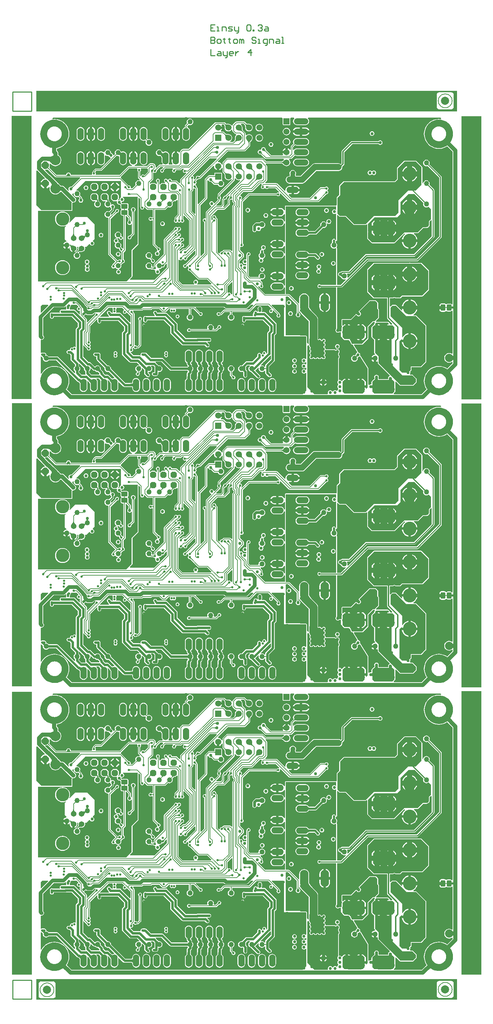
<source format=gbl>
G04 Layer_Physical_Order=4*
G04 Layer_Color=16711680*
%FSLAX24Y24*%
%MOIN*%
G70*
G01*
G75*
%ADD10C,0.0070*%
G04:AMPARAMS|DCode=11|XSize=78.7mil|YSize=78.7mil|CornerRadius=39.4mil|HoleSize=0mil|Usage=FLASHONLY|Rotation=90.000|XOffset=0mil|YOffset=0mil|HoleType=Round|Shape=RoundedRectangle|*
%AMROUNDEDRECTD11*
21,1,0.0787,0.0000,0,0,90.0*
21,1,0.0000,0.0787,0,0,90.0*
1,1,0.0787,0.0000,0.0000*
1,1,0.0787,0.0000,0.0000*
1,1,0.0787,0.0000,0.0000*
1,1,0.0787,0.0000,0.0000*
%
%ADD11ROUNDEDRECTD11*%
%ADD12C,0.0100*%
%ADD13C,0.0650*%
%ADD14C,0.0080*%
%ADD15C,0.0200*%
G04:AMPARAMS|DCode=31|XSize=50mil|YSize=50mil|CornerRadius=25mil|HoleSize=0mil|Usage=FLASHONLY|Rotation=90.000|XOffset=0mil|YOffset=0mil|HoleType=Round|Shape=RoundedRectangle|*
%AMROUNDEDRECTD31*
21,1,0.0500,0.0000,0,0,90.0*
21,1,0.0000,0.0500,0,0,90.0*
1,1,0.0500,0.0000,0.0000*
1,1,0.0500,0.0000,0.0000*
1,1,0.0500,0.0000,0.0000*
1,1,0.0500,0.0000,0.0000*
%
%ADD31ROUNDEDRECTD31*%
%ADD65C,0.0300*%
%ADD66C,0.0250*%
%ADD67C,0.0500*%
%ADD68C,0.0700*%
%ADD70C,0.0220*%
%ADD71C,0.0120*%
%ADD72C,0.0240*%
%ADD76C,0.0750*%
%ADD77C,0.0400*%
%ADD84C,0.0600*%
%ADD86C,0.0350*%
%ADD96R,0.0591X0.0591*%
%ADD97C,0.0591*%
G04:AMPARAMS|DCode=98|XSize=133mil|YSize=83mil|CornerRadius=0mil|HoleSize=0mil|Usage=FLASHONLY|Rotation=90.000|XOffset=0mil|YOffset=0mil|HoleType=Round|Shape=Octagon|*
%AMOCTAGOND98*
4,1,8,0.0208,0.0665,-0.0208,0.0665,-0.0415,0.0457,-0.0415,-0.0457,-0.0208,-0.0665,0.0208,-0.0665,0.0415,-0.0457,0.0415,0.0457,0.0208,0.0665,0.0*
%
%ADD98OCTAGOND98*%

%ADD99C,0.0800*%
%ADD100O,0.0600X0.1200*%
%ADD101O,0.1200X0.0600*%
%ADD102P,0.0758X8X292.5*%
%ADD103C,0.1000*%
%ADD104C,0.0540*%
%ADD105C,0.1305*%
%ADD106P,0.0671X8X22.5*%
%ADD107O,0.1417X0.0591*%
%ADD108R,0.0591X0.0591*%
%ADD109O,0.0825X0.1650*%
%ADD110O,0.1300X0.1360*%
%ADD111C,0.0220*%
%ADD112C,0.0300*%
%ADD113C,0.0320*%
G04:AMPARAMS|DCode=131|XSize=50mil|YSize=50mil|CornerRadius=25mil|HoleSize=0mil|Usage=FLASHONLY|Rotation=180.000|XOffset=0mil|YOffset=0mil|HoleType=Round|Shape=RoundedRectangle|*
%AMROUNDEDRECTD131*
21,1,0.0500,0.0000,0,0,180.0*
21,1,0.0000,0.0500,0,0,180.0*
1,1,0.0500,0.0000,0.0000*
1,1,0.0500,0.0000,0.0000*
1,1,0.0500,0.0000,0.0000*
1,1,0.0500,0.0000,0.0000*
%
%ADD131ROUNDEDRECTD131*%
G04:AMPARAMS|DCode=132|XSize=46mil|YSize=63mil|CornerRadius=11.5mil|HoleSize=0mil|Usage=FLASHONLY|Rotation=180.000|XOffset=0mil|YOffset=0mil|HoleType=Round|Shape=RoundedRectangle|*
%AMROUNDEDRECTD132*
21,1,0.0460,0.0400,0,0,180.0*
21,1,0.0230,0.0630,0,0,180.0*
1,1,0.0230,-0.0115,0.0200*
1,1,0.0230,0.0115,0.0200*
1,1,0.0230,0.0115,-0.0200*
1,1,0.0230,-0.0115,-0.0200*
%
%ADD132ROUNDEDRECTD132*%
G04:AMPARAMS|DCode=133|XSize=46mil|YSize=63mil|CornerRadius=11.5mil|HoleSize=0mil|Usage=FLASHONLY|Rotation=270.000|XOffset=0mil|YOffset=0mil|HoleType=Round|Shape=RoundedRectangle|*
%AMROUNDEDRECTD133*
21,1,0.0460,0.0400,0,0,270.0*
21,1,0.0230,0.0630,0,0,270.0*
1,1,0.0230,-0.0200,-0.0115*
1,1,0.0230,-0.0200,0.0115*
1,1,0.0230,0.0200,0.0115*
1,1,0.0230,0.0200,-0.0115*
%
%ADD133ROUNDEDRECTD133*%
%ADD134C,0.0850*%
G36*
X52943Y95955D02*
X12008D01*
Y97953D01*
X52943D01*
Y95955D01*
D02*
G37*
G36*
X51401Y95292D02*
X51365Y95214D01*
X51181Y95229D01*
X50954Y95211D01*
X50733Y95158D01*
X50523Y95071D01*
X50329Y94952D01*
X50156Y94804D01*
X50009Y94631D01*
X49890Y94437D01*
X49803Y94227D01*
X49750Y94006D01*
X49732Y93780D01*
X49750Y93553D01*
X49803Y93332D01*
X49890Y93122D01*
X50009Y92928D01*
X50156Y92755D01*
X50329Y92607D01*
X50523Y92488D01*
X50733Y92401D01*
X50954Y92348D01*
X51181Y92330D01*
X51408Y92348D01*
X51629Y92401D01*
X51839Y92488D01*
X51993Y92583D01*
X52520Y92056D01*
Y77231D01*
X52440Y77207D01*
X52427Y77226D01*
X52366Y77267D01*
X52294Y77281D01*
X52063D01*
X51991Y77267D01*
X51950Y77240D01*
X51871Y77242D01*
X51849Y77248D01*
X51777Y77295D01*
X51694Y77312D01*
X51463D01*
X51380Y77295D01*
X51308Y77248D01*
X51261Y77177D01*
X51244Y77093D01*
Y76693D01*
X51261Y76609D01*
X51308Y76538D01*
X51380Y76490D01*
X51463Y76474D01*
X51694D01*
X51777Y76490D01*
X51849Y76538D01*
X51871Y76544D01*
X51950Y76546D01*
X51991Y76518D01*
X52063Y76504D01*
X52294D01*
X52366Y76518D01*
X52427Y76559D01*
X52440Y76579D01*
X52520Y76554D01*
Y72437D01*
X52440Y72397D01*
X52412Y72418D01*
X52298Y72466D01*
X52175Y72482D01*
X52052Y72466D01*
X51938Y72418D01*
X51840Y72343D01*
X51765Y72245D01*
X51717Y72131D01*
X51701Y72008D01*
X51717Y71885D01*
X51765Y71771D01*
X51840Y71673D01*
X51938Y71597D01*
X52052Y71550D01*
X52175Y71534D01*
X52298Y71550D01*
X52412Y71597D01*
X52440Y71618D01*
X52520Y71579D01*
Y71488D01*
X51993Y70961D01*
X51839Y71055D01*
X51629Y71142D01*
X51408Y71195D01*
X51181Y71213D01*
X50954Y71195D01*
X50733Y71142D01*
X50523Y71055D01*
X50329Y70936D01*
X50156Y70789D01*
X50009Y70616D01*
X49890Y70422D01*
X49803Y70212D01*
X49750Y69990D01*
X49732Y69764D01*
X49750Y69537D01*
X49803Y69316D01*
X49890Y69106D01*
X49984Y68952D01*
X49507Y68474D01*
X46817D01*
X46784Y68554D01*
X46924Y68695D01*
X46939Y68718D01*
X46945Y68745D01*
Y69652D01*
X46963Y69667D01*
X47021Y69690D01*
X47388Y69322D01*
X47411Y69307D01*
X47439Y69301D01*
X48658D01*
X48686Y69307D01*
X48709Y69322D01*
X48989Y69602D01*
X49004Y69625D01*
X49010Y69653D01*
Y69963D01*
X49004Y69990D01*
X48989Y70013D01*
X48659Y70343D01*
X48636Y70359D01*
X48608Y70364D01*
X48407D01*
X48364Y70444D01*
X48386Y70477D01*
X48403Y70563D01*
X48386Y70649D01*
X48378Y70661D01*
X48509Y70792D01*
X48524Y70815D01*
X48530Y70843D01*
X48530Y71111D01*
X49429D01*
X49456Y71117D01*
X49479Y71132D01*
X49602Y71255D01*
X49604Y71256D01*
X49677Y71304D01*
X49726Y71377D01*
X49726Y71380D01*
X49919Y71572D01*
X49934Y71595D01*
X49940Y71623D01*
Y72683D01*
Y74078D01*
X49953Y74143D01*
X49940Y74208D01*
Y75143D01*
X49934Y75170D01*
X49919Y75193D01*
X48999Y76113D01*
X48976Y76129D01*
X48948Y76134D01*
X48727D01*
X48707Y76214D01*
X48757Y76241D01*
X48871Y76335D01*
X48965Y76449D01*
X49035Y76579D01*
X49078Y76721D01*
X49079Y76730D01*
X49053Y76724D01*
X49015Y76710D01*
X48983Y76694D01*
X48959Y76675D01*
X48942Y76652D01*
X48931Y76627D01*
X48928Y76598D01*
Y76778D01*
X48338D01*
D01*
X47594D01*
X47599Y76721D01*
X47616Y76666D01*
X47572Y76640D01*
X47558Y76654D01*
X47539Y76643D01*
X47049Y77133D01*
X47026Y77149D01*
X46999Y77154D01*
X46659D01*
X46631Y77149D01*
X46608Y77133D01*
X46481Y77006D01*
X46401Y77039D01*
Y77791D01*
X46704D01*
X46711Y77793D01*
X46718D01*
X46724Y77795D01*
X46731Y77797D01*
X46737Y77801D01*
X46744Y77803D01*
X46787Y77832D01*
X46849Y77844D01*
X46910Y77832D01*
X46953Y77803D01*
X46960Y77801D01*
X46966Y77797D01*
X46973Y77795D01*
X46979Y77793D01*
X46986D01*
X46993Y77791D01*
X47389D01*
X47416Y77797D01*
X47439Y77812D01*
X47608Y77981D01*
X49559Y77981D01*
X49573Y77984D01*
X49586Y77987D01*
X49586Y77987D01*
X49586Y77987D01*
X49596Y77994D01*
X49609Y78002D01*
X50209Y78602D01*
X50224Y78625D01*
X50230Y78653D01*
X50230Y80473D01*
X50224Y80500D01*
X50209Y80523D01*
X49509Y81223D01*
X49486Y81239D01*
X49458Y81244D01*
X48443D01*
X48434Y81250D01*
X48348Y81267D01*
X48263Y81250D01*
X48254Y81244D01*
X44879D01*
X44851Y81239D01*
X44828Y81223D01*
X44228Y80623D01*
X44213Y80600D01*
X44207Y80573D01*
Y78893D01*
X44207Y78453D01*
X44213Y78425D01*
X44228Y78402D01*
X44818Y77812D01*
X44841Y77797D01*
X44868Y77791D01*
X46136Y77791D01*
Y75903D01*
X46146Y75852D01*
X46175Y75809D01*
X46665Y75319D01*
X46632Y75239D01*
X46487D01*
X46467Y75254D01*
X46427Y75316D01*
X46421Y75343D01*
X46406Y75366D01*
X46279Y75493D01*
X46256Y75509D01*
X46229Y75514D01*
X45094Y75514D01*
X45083Y75527D01*
X45056Y75589D01*
X45319Y75852D01*
X45334Y75875D01*
X45340Y75903D01*
X45340Y76713D01*
X45334Y76740D01*
X45319Y76763D01*
X45270Y76812D01*
Y77353D01*
X45264Y77380D01*
X45249Y77403D01*
X45079Y77573D01*
X45056Y77589D01*
X45029Y77594D01*
X44458Y77594D01*
X44431Y77589D01*
X44408Y77573D01*
X43413Y76578D01*
X43408Y76570D01*
X43402Y76564D01*
X43400Y76559D01*
X43397Y76555D01*
X43395Y76546D01*
X43392Y76537D01*
X43393Y76532D01*
X43392Y76527D01*
X43393Y76519D01*
X43394Y76509D01*
X43408Y76453D01*
X43414Y76443D01*
X43418Y76431D01*
X43420Y76430D01*
X43421Y76428D01*
X43429Y76420D01*
X43438Y76412D01*
X43486Y76380D01*
X43519Y76331D01*
X43530Y76273D01*
X43519Y76215D01*
X43486Y76166D01*
X43436Y76133D01*
X43379Y76121D01*
X43321Y76133D01*
X43271Y76166D01*
X43239Y76213D01*
X43231Y76222D01*
X43223Y76231D01*
X43221Y76232D01*
X43220Y76233D01*
X43209Y76238D01*
X43198Y76243D01*
X43142Y76257D01*
X43133Y76258D01*
X43124Y76260D01*
X43119Y76259D01*
X43114Y76259D01*
X43105Y76256D01*
X43097Y76254D01*
X43092Y76251D01*
X43088Y76250D01*
X43081Y76244D01*
X43073Y76239D01*
X42619Y75784D01*
X41799Y75784D01*
X41771Y75779D01*
X41748Y75763D01*
X41733Y75740D01*
X41727Y75713D01*
Y75169D01*
X41733Y75142D01*
X41748Y75119D01*
X41764Y75056D01*
X41759Y75022D01*
X41753Y75015D01*
X41737Y74991D01*
X41732Y74964D01*
Y74631D01*
X41685Y74594D01*
X41680Y74591D01*
X41648Y74582D01*
X41638Y74584D01*
X41490D01*
X41483Y74583D01*
X41476D01*
X41470Y74580D01*
X41463Y74579D01*
X41457Y74575D01*
X41450Y74572D01*
X41406Y74543D01*
X41348Y74531D01*
X41290Y74543D01*
X41247Y74572D01*
X41243Y74574D01*
X41208Y74625D01*
X41197Y74683D01*
X41208Y74741D01*
X41243Y74793D01*
X41249Y74797D01*
X41253Y74803D01*
X41258Y74808D01*
X41261Y74814D01*
X41264Y74820D01*
X41266Y74827D01*
X41269Y74833D01*
Y74840D01*
X41270Y74847D01*
Y78363D01*
Y78860D01*
X41698D01*
X41745Y78870D01*
X41785Y78896D01*
X44289Y81400D01*
X49068D01*
X49115Y81410D01*
X49155Y81436D01*
X51415Y83696D01*
X51442Y83736D01*
X51451Y83783D01*
Y89593D01*
X51442Y89640D01*
X51415Y89679D01*
X50264Y90830D01*
X50280Y90869D01*
X50291Y90953D01*
X50280Y91036D01*
X50248Y91114D01*
X50197Y91181D01*
X50130Y91232D01*
X50052Y91265D01*
X49969Y91276D01*
X49885Y91265D01*
X49807Y91232D01*
X49740Y91181D01*
X49689Y91114D01*
X49657Y91036D01*
X49646Y90953D01*
X49657Y90869D01*
X49689Y90791D01*
X49740Y90725D01*
X49807Y90673D01*
X49885Y90641D01*
X49969Y90630D01*
X50052Y90641D01*
X50091Y90657D01*
X51206Y89542D01*
Y83833D01*
X49018Y81645D01*
X44239D01*
X44192Y81636D01*
X44152Y81609D01*
X42335Y79792D01*
X42267Y79838D01*
X42280Y79869D01*
X42291Y79953D01*
X42280Y80036D01*
X42248Y80114D01*
X42243Y80120D01*
X42283Y80200D01*
X42469D01*
X42515Y80210D01*
X42555Y80236D01*
X44169Y81850D01*
X48808D01*
X48855Y81860D01*
X48895Y81886D01*
X50705Y83696D01*
X50732Y83736D01*
X50741Y83783D01*
Y88303D01*
X50732Y88350D01*
X50705Y88389D01*
X50264Y88830D01*
X50280Y88869D01*
X50291Y88953D01*
X50280Y89036D01*
X50248Y89114D01*
X50197Y89181D01*
X50130Y89232D01*
X50052Y89265D01*
X49969Y89276D01*
X49885Y89265D01*
X49807Y89232D01*
X49740Y89181D01*
X49689Y89114D01*
X49657Y89036D01*
X49650Y88984D01*
X49570Y88989D01*
Y89523D01*
Y90543D01*
X49564Y90570D01*
X49549Y90593D01*
X48989Y91153D01*
X48966Y91169D01*
X48938Y91174D01*
X47849D01*
X47821Y91169D01*
X47798Y91153D01*
X47128Y90483D01*
X47123Y90476D01*
X47117Y90469D01*
X47116Y90464D01*
X47113Y90460D01*
X47111Y90451D01*
X47108Y90443D01*
X47108Y90438D01*
X47107Y90433D01*
X47109Y90424D01*
X47109Y90415D01*
X47117Y90384D01*
Y89412D01*
X46879Y89174D01*
X45983D01*
X45968Y89177D01*
X45954Y89174D01*
X44983D01*
X44969Y89177D01*
X44954Y89174D01*
X43983D01*
X43969Y89177D01*
X43954Y89174D01*
X42983D01*
X42969Y89177D01*
X42954Y89174D01*
X41948D01*
X41921Y89169D01*
X41898Y89153D01*
X41518Y88773D01*
X41503Y88750D01*
X41497Y88723D01*
Y87860D01*
X41257Y87620D01*
X41257Y87620D01*
X41256Y87619D01*
X41249Y87608D01*
X41241Y87597D01*
X41241Y87596D01*
X41241Y87596D01*
X41239Y87583D01*
X41236Y87569D01*
X41236Y87569D01*
X41236Y87569D01*
X41237Y87412D01*
Y86888D01*
X41199Y86814D01*
X36279D01*
X36251Y86809D01*
X36228Y86793D01*
X36213Y86770D01*
X36207Y86743D01*
Y86374D01*
X36127Y86358D01*
X36122Y86371D01*
X36058Y86455D01*
X35974Y86519D01*
X35877Y86559D01*
X35772Y86573D01*
X35592D01*
Y86169D01*
Y85766D01*
X35772D01*
X35877Y85780D01*
X35974Y85820D01*
X36058Y85884D01*
X36122Y85968D01*
X36127Y85980D01*
X36207Y85964D01*
Y85285D01*
X36133Y85266D01*
X36096Y85356D01*
X36036Y85433D01*
X35959Y85492D01*
X35869Y85530D01*
X35772Y85542D01*
X35172D01*
X35076Y85530D01*
X34986Y85492D01*
X34909Y85433D01*
X34849Y85356D01*
X34812Y85266D01*
X34799Y85169D01*
X34812Y85073D01*
X34849Y84983D01*
X34909Y84905D01*
X34986Y84846D01*
X35076Y84809D01*
X35172Y84796D01*
X35772D01*
X35869Y84809D01*
X35959Y84846D01*
X36036Y84905D01*
X36096Y84983D01*
X36133Y85073D01*
X36207Y85053D01*
Y83873D01*
Y83264D01*
X36127Y83248D01*
X36122Y83261D01*
X36058Y83344D01*
X35974Y83408D01*
X35877Y83449D01*
X35772Y83463D01*
X35592D01*
Y83059D01*
Y82656D01*
X35772D01*
X35877Y82669D01*
X35974Y82710D01*
X36058Y82774D01*
X36122Y82857D01*
X36127Y82870D01*
X36207Y82854D01*
Y82175D01*
X36133Y82156D01*
X36096Y82246D01*
X36036Y82323D01*
X35959Y82382D01*
X35869Y82420D01*
X35772Y82432D01*
X35172D01*
X35076Y82420D01*
X34986Y82382D01*
X34909Y82323D01*
X34849Y82246D01*
X34812Y82156D01*
X34799Y82059D01*
X34812Y81962D01*
X34849Y81872D01*
X34909Y81795D01*
X34986Y81736D01*
X35076Y81699D01*
X35172Y81686D01*
X35772D01*
X35869Y81699D01*
X35959Y81736D01*
X36036Y81795D01*
X36096Y81872D01*
X36133Y81962D01*
X36207Y81943D01*
Y80154D01*
X36127Y80138D01*
X36122Y80151D01*
X36058Y80234D01*
X35974Y80298D01*
X35877Y80339D01*
X35772Y80352D01*
X35592D01*
Y79949D01*
Y79545D01*
X35772D01*
X35877Y79559D01*
X35974Y79599D01*
X36058Y79664D01*
X36122Y79747D01*
X36127Y79760D01*
X36207Y79744D01*
Y79065D01*
X36133Y79045D01*
X36096Y79135D01*
X36036Y79213D01*
X35959Y79272D01*
X35869Y79309D01*
X35772Y79322D01*
X35172D01*
X35076Y79309D01*
X34986Y79272D01*
X34909Y79213D01*
X34849Y79135D01*
X34812Y79045D01*
X34799Y78949D01*
X34812Y78852D01*
X34849Y78762D01*
X34909Y78685D01*
X34986Y78626D01*
X35076Y78588D01*
X35172Y78576D01*
X35772D01*
X35869Y78588D01*
X35959Y78626D01*
X36036Y78685D01*
X36096Y78762D01*
X36133Y78852D01*
X36207Y78833D01*
Y78214D01*
X34286D01*
X33621Y78879D01*
X33636Y78970D01*
X33654Y78980D01*
X33729Y78952D01*
X33739Y78903D01*
X33779Y78843D01*
X33838Y78803D01*
X33909Y78789D01*
X33979Y78803D01*
X34038Y78843D01*
X34078Y78903D01*
X34092Y78973D01*
X34078Y79043D01*
X34038Y79103D01*
X34031Y79108D01*
X34029Y79109D01*
X34027Y79112D01*
X34025Y79116D01*
X34024Y79119D01*
X34023Y79123D01*
X34021Y79127D01*
X34021Y79131D01*
Y79293D01*
X34021Y79293D01*
X34012Y79336D01*
X33988Y79372D01*
X33988Y79372D01*
X33839Y79521D01*
X33850Y79620D01*
X33885Y79641D01*
X33969Y79630D01*
X34052Y79641D01*
X34130Y79673D01*
X34197Y79725D01*
X34248Y79791D01*
X34280Y79869D01*
X34291Y79953D01*
X34280Y80036D01*
X34248Y80114D01*
X34197Y80181D01*
X34130Y80232D01*
X34052Y80265D01*
X33969Y80276D01*
X33885Y80265D01*
X33807Y80232D01*
X33740Y80181D01*
X33689Y80114D01*
X33657Y80036D01*
X33646Y79953D01*
X33647Y79945D01*
X33577Y79865D01*
X32815D01*
X32681Y79999D01*
Y81912D01*
X32739Y81923D01*
X32798Y81963D01*
X32838Y82023D01*
X32852Y82093D01*
X32838Y82163D01*
X32798Y82223D01*
X32739Y82262D01*
X32668Y82276D01*
X32598Y82262D01*
X32539Y82223D01*
X32499Y82163D01*
X32486Y82097D01*
X32465Y82066D01*
X32456Y82023D01*
X32456Y82023D01*
Y81607D01*
X32376Y81564D01*
X32308Y81577D01*
X32223Y81560D01*
X32150Y81511D01*
X32101Y81439D01*
X32084Y81353D01*
X32101Y81267D01*
X32150Y81194D01*
X32223Y81146D01*
X32308Y81128D01*
X32376Y81142D01*
X32445Y81105D01*
X32444Y81025D01*
X32376Y80989D01*
X32374Y80990D01*
X32288Y81007D01*
X32210Y80991D01*
X32197Y80993D01*
X32126Y81035D01*
X32118Y81073D01*
X32078Y81133D01*
X32019Y81172D01*
X31948Y81186D01*
X31878Y81172D01*
X31871Y81167D01*
X31791Y81210D01*
Y81389D01*
X32168Y81766D01*
X32168Y81766D01*
X32192Y81802D01*
X32201Y81845D01*
X32201Y81845D01*
Y82083D01*
X32201Y82083D01*
X32192Y82126D01*
X32168Y82162D01*
X32168Y82162D01*
X31841Y82489D01*
Y82776D01*
X31921Y82818D01*
X31928Y82813D01*
X31999Y82799D01*
X32069Y82813D01*
X32128Y82853D01*
X32168Y82913D01*
X32182Y82983D01*
X32168Y83053D01*
X32128Y83113D01*
X32121Y83118D01*
X32119Y83119D01*
X32117Y83122D01*
X32115Y83126D01*
X32114Y83129D01*
X32113Y83133D01*
X32111Y83137D01*
X32111Y83141D01*
Y87146D01*
X32755Y87791D01*
X35390D01*
X35395Y87790D01*
X35399Y87789D01*
X35402Y87787D01*
X35406Y87786D01*
X35409Y87784D01*
X35412Y87782D01*
X35414Y87780D01*
X35419Y87773D01*
X35478Y87733D01*
X35549Y87719D01*
X35619Y87733D01*
X35678Y87773D01*
X35718Y87833D01*
X35732Y87903D01*
X35721Y87959D01*
X35761Y87993D01*
X35787Y88006D01*
X36588Y87204D01*
X36588Y87204D01*
X36625Y87180D01*
X36668Y87171D01*
X39439D01*
X39439Y87171D01*
X39482Y87180D01*
X39519Y87204D01*
X40216Y87902D01*
X40220Y87904D01*
X40223Y87906D01*
X40227Y87908D01*
X40230Y87909D01*
X40234Y87910D01*
X40238Y87911D01*
X40240Y87911D01*
X40248Y87909D01*
X40319Y87923D01*
X40378Y87963D01*
X40418Y88023D01*
X40432Y88093D01*
X40418Y88163D01*
X40378Y88223D01*
X40352Y88240D01*
X40350Y88248D01*
X40355Y88331D01*
X40388Y88353D01*
X40428Y88413D01*
X40442Y88483D01*
X40428Y88553D01*
X40388Y88613D01*
X40329Y88652D01*
X40258Y88666D01*
X40188Y88652D01*
X40129Y88613D01*
X40124Y88605D01*
X40122Y88604D01*
X40119Y88601D01*
X40116Y88600D01*
X40112Y88598D01*
X40109Y88597D01*
X40105Y88596D01*
X40100Y88595D01*
X39699D01*
X39699Y88595D01*
X39656Y88586D01*
X39619Y88562D01*
X39619Y88562D01*
X38612Y87555D01*
X36865D01*
X36570Y87850D01*
X36607Y87926D01*
X36658Y87919D01*
X36839D01*
Y88323D01*
Y88726D01*
X36658D01*
X36554Y88712D01*
X36457Y88672D01*
X36373Y88608D01*
X36309Y88524D01*
X36269Y88427D01*
X36255Y88323D01*
X36262Y88271D01*
X36186Y88234D01*
X35468Y88952D01*
X35431Y88976D01*
X35389Y88985D01*
X35389Y88985D01*
X34304D01*
X34273Y89059D01*
X34438Y89223D01*
X34438Y89223D01*
X34462Y89260D01*
X34471Y89303D01*
X34471Y89303D01*
Y90633D01*
X34471Y90633D01*
X34462Y90676D01*
X34438Y90712D01*
X34438Y90712D01*
X34323Y90827D01*
X34344Y90882D01*
X34360Y90903D01*
X35899D01*
X35902Y90903D01*
X35913Y90900D01*
X35927Y90894D01*
X35945Y90885D01*
X35966Y90872D01*
X35988Y90857D01*
X36073Y90783D01*
X36097Y90760D01*
X36105Y90749D01*
X36181Y90691D01*
X36270Y90654D01*
X36365Y90641D01*
X36461Y90654D01*
X36550Y90691D01*
X36626Y90749D01*
X36684Y90826D01*
X36721Y90914D01*
X36734Y91010D01*
X36721Y91105D01*
X36684Y91194D01*
X36626Y91270D01*
X36619Y91275D01*
X36646Y91355D01*
X36798D01*
X36839Y91364D01*
X36874Y91387D01*
X37179Y91692D01*
X37181Y91691D01*
X37270Y91654D01*
X37365Y91641D01*
X38192D01*
X38287Y91654D01*
X38376Y91691D01*
X38453Y91749D01*
X38511Y91826D01*
X38548Y91914D01*
X38561Y92010D01*
X38548Y92105D01*
X38511Y92194D01*
X38453Y92270D01*
X38376Y92329D01*
X38287Y92366D01*
X38192Y92378D01*
X37365D01*
X37270Y92366D01*
X37181Y92329D01*
X37105Y92270D01*
X37066Y92219D01*
X36986Y92246D01*
Y92498D01*
X37179Y92692D01*
X37181Y92691D01*
X37270Y92654D01*
X37365Y92641D01*
X38192D01*
X38287Y92654D01*
X38376Y92691D01*
X38453Y92749D01*
X38511Y92826D01*
X38548Y92914D01*
X38561Y93010D01*
X38548Y93105D01*
X38511Y93194D01*
X38453Y93270D01*
X38376Y93329D01*
X38287Y93366D01*
X38192Y93378D01*
X37365D01*
X37270Y93366D01*
X37181Y93329D01*
X37105Y93270D01*
X37046Y93194D01*
X37009Y93105D01*
X36997Y93010D01*
X37009Y92914D01*
X37036Y92851D01*
X36803Y92618D01*
X36780Y92584D01*
X36771Y92543D01*
Y92261D01*
X36691Y92234D01*
X36647Y92292D01*
X36565Y92355D01*
X36485Y92388D01*
Y92010D01*
X36365D01*
Y91890D01*
X35987D01*
X36020Y91811D01*
X36036Y91790D01*
X35997Y91710D01*
X34853D01*
X34367Y92196D01*
X34365Y92198D01*
X34362Y92204D01*
X34358Y92212D01*
X34354Y92221D01*
X34350Y92232D01*
X34347Y92244D01*
X34340Y92275D01*
X34338Y92293D01*
X34336Y92299D01*
X34326Y92349D01*
X34277Y92421D01*
X34204Y92470D01*
X34118Y92487D01*
X34033Y92470D01*
X33960Y92421D01*
X33911Y92349D01*
X33900Y92290D01*
X33889Y92261D01*
X33819Y92231D01*
X33788Y92237D01*
X33703Y92220D01*
X33630Y92171D01*
X33581Y92099D01*
X33564Y92013D01*
X33581Y91927D01*
X33630Y91854D01*
X33703Y91806D01*
X33788Y91788D01*
X33802Y91791D01*
X33806Y91791D01*
X33821Y91790D01*
X33833Y91789D01*
X33844Y91787D01*
X33854Y91784D01*
X33862Y91782D01*
X33868Y91779D01*
X33873Y91776D01*
X33875Y91775D01*
X34263Y91387D01*
X34298Y91364D01*
X34339Y91355D01*
X34339Y91355D01*
X36084D01*
X36111Y91275D01*
X36105Y91270D01*
X36097Y91260D01*
X36073Y91236D01*
X36014Y91184D01*
X35989Y91164D01*
X35966Y91147D01*
X35945Y91135D01*
X35927Y91126D01*
X35913Y91120D01*
X35902Y91117D01*
X35899Y91117D01*
X34396D01*
X34114Y91398D01*
X34079Y91422D01*
X34039Y91430D01*
X30599D01*
X30598Y91430D01*
X30558Y91422D01*
X30523Y91398D01*
X30523Y91398D01*
X30183Y91058D01*
X30160Y91024D01*
X30151Y90983D01*
Y90815D01*
X30071Y90799D01*
X30054Y90842D01*
X29990Y90925D01*
X29908Y90988D01*
X29812Y91028D01*
X29709Y91041D01*
X29672Y91117D01*
X30655Y92101D01*
X32278D01*
X32278Y92101D01*
X32321Y92109D01*
X32358Y92133D01*
X32788Y92563D01*
X32788Y92563D01*
X32812Y92600D01*
X32821Y92643D01*
X32821Y92643D01*
Y92929D01*
X32821Y92932D01*
X32824Y92943D01*
X32829Y92958D01*
X32838Y92976D01*
X32850Y92997D01*
X32866Y93020D01*
X32885Y93044D01*
X32936Y93101D01*
X32958Y93124D01*
X32969Y93132D01*
X33028Y93209D01*
X33064Y93297D01*
X33077Y93393D01*
X33064Y93488D01*
X33028Y93577D01*
X32969Y93653D01*
X32893Y93712D01*
X32804Y93749D01*
X32708Y93761D01*
X32613Y93749D01*
X32524Y93712D01*
X32471Y93671D01*
X32391Y93702D01*
Y93823D01*
X32391Y93823D01*
X32382Y93866D01*
X32358Y93902D01*
X32358Y93902D01*
X32115Y94144D01*
X32114Y94146D01*
X32108Y94156D01*
X32101Y94171D01*
X32095Y94190D01*
X32089Y94213D01*
X32084Y94241D01*
X32080Y94271D01*
X32075Y94347D01*
X32075Y94380D01*
X32077Y94393D01*
X32064Y94488D01*
X32028Y94577D01*
X31969Y94653D01*
X31933Y94681D01*
X31961Y94761D01*
X32182D01*
X32302Y94641D01*
X32303Y94639D01*
X32309Y94629D01*
X32316Y94615D01*
X32322Y94596D01*
X32328Y94572D01*
X32333Y94545D01*
X32337Y94514D01*
X32342Y94438D01*
X32342Y94406D01*
X32340Y94393D01*
X32353Y94297D01*
X32389Y94209D01*
X32448Y94132D01*
X32524Y94074D01*
X32613Y94037D01*
X32708Y94024D01*
X32804Y94037D01*
X32893Y94074D01*
X32969Y94132D01*
X33028Y94209D01*
X33064Y94297D01*
X33077Y94393D01*
X33064Y94488D01*
X33028Y94577D01*
X32969Y94653D01*
X32893Y94712D01*
X32804Y94749D01*
X32708Y94761D01*
X32695Y94759D01*
X32663Y94760D01*
X32587Y94764D01*
X32556Y94768D01*
X32529Y94773D01*
X32506Y94779D01*
X32487Y94785D01*
X32472Y94792D01*
X32462Y94798D01*
X32460Y94800D01*
X32308Y94952D01*
X32271Y94976D01*
X32229Y94985D01*
X32229Y94985D01*
X31479D01*
X31479Y94985D01*
X31436Y94976D01*
X31399Y94952D01*
X31399Y94952D01*
X31129Y94682D01*
X31105Y94646D01*
X31098Y94611D01*
X31075Y94600D01*
X31016Y94592D01*
X30969Y94653D01*
X30893Y94712D01*
X30804Y94749D01*
X30708Y94761D01*
X30695Y94759D01*
X30661Y94760D01*
X30583Y94764D01*
X30552Y94767D01*
X30523Y94772D01*
X30500Y94778D01*
X30481Y94784D01*
X30466Y94790D01*
X30457Y94796D01*
X30455Y94798D01*
X30367Y94885D01*
X30333Y94909D01*
X30292Y94917D01*
X29501D01*
X29475Y94922D01*
X29433Y94913D01*
X29396Y94889D01*
X26832Y92325D01*
X26279D01*
X26236Y92316D01*
X26199Y92292D01*
X26199Y92292D01*
X26019Y92112D01*
X25995Y92076D01*
X25986Y92033D01*
X25986Y92033D01*
Y91990D01*
X25906Y91963D01*
X25876Y92003D01*
X25792Y92067D01*
X25711Y92101D01*
Y91417D01*
X25591D01*
Y91297D01*
X25187D01*
Y91117D01*
X25201Y91013D01*
X25241Y90916D01*
X25272Y90875D01*
X25233Y90795D01*
X24901D01*
X24871Y90875D01*
X24914Y90931D01*
X24951Y91021D01*
X24964Y91117D01*
Y91717D01*
X24951Y91814D01*
X24914Y91904D01*
X24854Y91981D01*
X24777Y92041D01*
X24687Y92078D01*
X24591Y92091D01*
X24494Y92078D01*
X24404Y92041D01*
X24363Y92009D01*
X24290Y92033D01*
X24277Y92044D01*
X24248Y92114D01*
X24197Y92181D01*
X24130Y92232D01*
X24052Y92265D01*
X23969Y92276D01*
X23885Y92265D01*
X23807Y92232D01*
X23740Y92181D01*
X23689Y92114D01*
X23657Y92036D01*
X23646Y91953D01*
X23657Y91869D01*
X23689Y91791D01*
X23740Y91725D01*
X23807Y91673D01*
X23885Y91641D01*
X23969Y91630D01*
X24052Y91641D01*
X24081Y91653D01*
X24116Y91618D01*
X24136Y91595D01*
X24161Y91562D01*
X24182Y91531D01*
X24198Y91502D01*
X24210Y91475D01*
X24217Y91453D01*
Y91117D01*
X24230Y91021D01*
X24267Y90931D01*
X24310Y90875D01*
X24280Y90795D01*
X24028D01*
X23986Y90786D01*
X23949Y90762D01*
X23949Y90762D01*
X23691Y90504D01*
X23611Y90537D01*
Y90703D01*
X23602Y90746D01*
X23578Y90782D01*
X23578Y90782D01*
X23468Y90892D01*
X23431Y90916D01*
X23389Y90925D01*
X23389Y90925D01*
X23089D01*
X23089Y90925D01*
X23046Y90916D01*
X23009Y90892D01*
X23009Y90892D01*
X22772Y90655D01*
X21595D01*
X21579Y90735D01*
X21658Y90768D01*
X21742Y90832D01*
X21806Y90916D01*
X21846Y91013D01*
X21860Y91117D01*
Y91297D01*
X21457D01*
X21053D01*
Y91117D01*
X21067Y91013D01*
X21107Y90916D01*
X21171Y90832D01*
X21255Y90768D01*
X21335Y90735D01*
X21319Y90655D01*
X21019D01*
X21019Y90655D01*
X20976Y90646D01*
X20939Y90622D01*
X20939Y90622D01*
X20112Y89795D01*
X17832D01*
X17788Y89872D01*
X17789Y89875D01*
X17802Y89943D01*
X17788Y90013D01*
X17748Y90073D01*
X17793Y90139D01*
X17845Y90191D01*
X18319D01*
X18319Y90191D01*
X18361Y90199D01*
X18398Y90223D01*
X19836Y91661D01*
X19885Y91641D01*
X19969Y91630D01*
X20003Y91635D01*
X20083Y91574D01*
Y91117D01*
X20096Y91021D01*
X20134Y90931D01*
X20193Y90853D01*
X20270Y90794D01*
X20360Y90757D01*
X20457Y90744D01*
X20553Y90757D01*
X20643Y90794D01*
X20721Y90853D01*
X20780Y90931D01*
X20817Y91021D01*
X20830Y91117D01*
Y91717D01*
X20817Y91814D01*
X20780Y91904D01*
X20721Y91981D01*
X20643Y92041D01*
X20553Y92078D01*
X20457Y92091D01*
X20360Y92078D01*
X20277Y92044D01*
X20248Y92114D01*
X20197Y92181D01*
X20130Y92232D01*
X20052Y92265D01*
X19969Y92276D01*
X19885Y92265D01*
X19807Y92232D01*
X19740Y92181D01*
X19689Y92114D01*
X19657Y92036D01*
X19646Y91953D01*
X19657Y91869D01*
X19677Y91820D01*
X19570Y91713D01*
X19485Y91741D01*
X19476Y91789D01*
X19427Y91861D01*
X19354Y91910D01*
X19330Y91915D01*
X19291Y91954D01*
X19280Y92036D01*
X19248Y92114D01*
X19197Y92181D01*
X19130Y92232D01*
X19052Y92265D01*
X18968Y92276D01*
X18885Y92265D01*
X18807Y92232D01*
X18740Y92181D01*
X18689Y92114D01*
X18657Y92036D01*
X18655Y92024D01*
X18629Y92007D01*
X18570Y91994D01*
X18509Y92041D01*
X18419Y92078D01*
X18323Y92091D01*
X18226Y92078D01*
X18136Y92041D01*
X18059Y91981D01*
X18000Y91904D01*
X17962Y91814D01*
X17950Y91717D01*
Y91117D01*
X17962Y91021D01*
X18000Y90931D01*
X18059Y90853D01*
X18136Y90794D01*
X18226Y90757D01*
X18323Y90744D01*
X18419Y90757D01*
X18509Y90794D01*
X18587Y90853D01*
X18646Y90931D01*
X18683Y91021D01*
X18696Y91117D01*
Y91658D01*
X18776Y91697D01*
X18807Y91673D01*
X18885Y91641D01*
X18968Y91630D01*
X19052Y91641D01*
X19061Y91617D01*
X19110Y91544D01*
X19183Y91496D01*
X19230Y91486D01*
X19258Y91401D01*
X18272Y90415D01*
X17799D01*
X17756Y90406D01*
X17719Y90382D01*
X17719Y90382D01*
X17539Y90202D01*
X17515Y90166D01*
X17506Y90123D01*
X17506Y90123D01*
Y90101D01*
X17506Y90097D01*
X17504Y90093D01*
X17503Y90089D01*
X17502Y90086D01*
X17500Y90082D01*
X17498Y90079D01*
X17496Y90078D01*
X17489Y90073D01*
X17449Y90013D01*
X17435Y89943D01*
X17448Y89875D01*
X17449Y89872D01*
X17405Y89795D01*
X15379D01*
X15373Y89803D01*
X15356Y89889D01*
X15307Y89961D01*
X15234Y90010D01*
X15149Y90027D01*
X15063Y90010D01*
X14990Y89961D01*
X14941Y89889D01*
X14924Y89803D01*
X14918Y89795D01*
X13992D01*
X13288Y90499D01*
X13296Y90507D01*
X13312Y90530D01*
X13317Y90558D01*
Y90883D01*
X13395Y90913D01*
X13469Y90816D01*
X13588Y90725D01*
X13727Y90667D01*
X13876Y90648D01*
X14025Y90667D01*
X14163Y90725D01*
X14282Y90816D01*
X14374Y90935D01*
X14431Y91074D01*
X14451Y91223D01*
X14431Y91371D01*
X14374Y91510D01*
X14282Y91629D01*
X14163Y91720D01*
X14154Y91724D01*
X14148Y91879D01*
Y91902D01*
X14139Y91972D01*
X14112Y92038D01*
X14068Y92094D01*
X14012Y92150D01*
Y92350D01*
X14227Y92401D01*
X14437Y92488D01*
X14631Y92607D01*
X14804Y92755D01*
X14952Y92928D01*
X15071Y93122D01*
X15158Y93332D01*
X15211Y93553D01*
X15229Y93780D01*
X15211Y94006D01*
X15158Y94227D01*
X15071Y94437D01*
X14952Y94631D01*
X14804Y94804D01*
X14631Y94952D01*
X14437Y95071D01*
X14227Y95158D01*
X14006Y95211D01*
X13780Y95229D01*
X13617Y95216D01*
X13581Y95293D01*
X13642Y95354D01*
X26954D01*
X26959Y95274D01*
X26885Y95265D01*
X26807Y95232D01*
X26740Y95181D01*
X26689Y95114D01*
X26657Y95036D01*
X26646Y94953D01*
X26657Y94869D01*
X26677Y94820D01*
X26511Y94654D01*
X26487Y94618D01*
X26478Y94575D01*
X26478Y94575D01*
Y94437D01*
X26478Y94433D01*
X26404Y94403D01*
X26327Y94343D01*
X26267Y94266D01*
X26230Y94176D01*
X26217Y94080D01*
Y93480D01*
X26230Y93383D01*
X26267Y93293D01*
X26327Y93216D01*
X26404Y93156D01*
X26494Y93119D01*
X26591Y93106D01*
X26687Y93119D01*
X26777Y93156D01*
X26854Y93216D01*
X26914Y93293D01*
X26951Y93383D01*
X26964Y93480D01*
Y94080D01*
X26951Y94176D01*
X26914Y94266D01*
X26854Y94343D01*
X26777Y94403D01*
X26703Y94433D01*
X26703Y94437D01*
Y94528D01*
X26836Y94661D01*
X26885Y94641D01*
X26969Y94630D01*
X27052Y94641D01*
X27130Y94673D01*
X27197Y94725D01*
X27248Y94791D01*
X27280Y94869D01*
X27291Y94953D01*
X27280Y95036D01*
X27248Y95114D01*
X27197Y95181D01*
X27130Y95232D01*
X27052Y95265D01*
X26978Y95274D01*
X26983Y95354D01*
X35930D01*
X35999Y95305D01*
Y94715D01*
X36004Y94687D01*
X36020Y94664D01*
X36043Y94649D01*
X36070Y94643D01*
X36661D01*
X36688Y94649D01*
X36711Y94664D01*
X36727Y94687D01*
X36732Y94715D01*
Y95305D01*
X36801Y95354D01*
X37083D01*
X37110Y95274D01*
X37105Y95270D01*
X37046Y95194D01*
X37009Y95105D01*
X36997Y95010D01*
X37009Y94914D01*
X37046Y94826D01*
X37105Y94749D01*
X37181Y94691D01*
X37270Y94654D01*
X37365Y94641D01*
X38192D01*
X38287Y94654D01*
X38376Y94691D01*
X38453Y94749D01*
X38511Y94826D01*
X38548Y94914D01*
X38561Y95010D01*
X38548Y95105D01*
X38511Y95194D01*
X38453Y95270D01*
X38421Y95294D01*
X38438Y95344D01*
X38471D01*
X38475Y95354D01*
X51339D01*
X51401Y95292D01*
D02*
G37*
G36*
X32420Y94740D02*
X32438Y94729D01*
X32460Y94719D01*
X32485Y94710D01*
X32514Y94703D01*
X32545Y94697D01*
X32580Y94693D01*
X32661Y94688D01*
X32706Y94688D01*
X32413Y94396D01*
X32413Y94441D01*
X32408Y94521D01*
X32404Y94556D01*
X32398Y94588D01*
X32391Y94616D01*
X32382Y94641D01*
X32372Y94663D01*
X32361Y94681D01*
X32348Y94697D01*
X32405Y94753D01*
X32420Y94740D01*
D02*
G37*
G36*
X30415Y94738D02*
X30433Y94727D01*
X30455Y94717D01*
X30480Y94709D01*
X30509Y94702D01*
X30541Y94697D01*
X30577Y94693D01*
X30659Y94688D01*
X30706Y94688D01*
X30413Y94396D01*
X30413Y94442D01*
X30404Y94560D01*
X30399Y94592D01*
X30392Y94621D01*
X30384Y94646D01*
X30374Y94668D01*
X30363Y94686D01*
X30351Y94701D01*
X30401Y94750D01*
X30415Y94738D01*
D02*
G37*
G36*
X26631Y94439D02*
X26632Y94424D01*
X26634Y94410D01*
X26637Y94399D01*
X26640Y94389D01*
X26645Y94381D01*
X26650Y94374D01*
X26656Y94370D01*
X26663Y94367D01*
X26670Y94366D01*
X26511D01*
X26518Y94367D01*
X26525Y94370D01*
X26531Y94374D01*
X26536Y94381D01*
X26541Y94389D01*
X26544Y94399D01*
X26547Y94410D01*
X26549Y94424D01*
X26550Y94439D01*
X26551Y94456D01*
X26631D01*
X26631Y94439D01*
D02*
G37*
G36*
X32004Y94345D02*
X32009Y94265D01*
X32013Y94230D01*
X32019Y94198D01*
X32026Y94169D01*
X32035Y94144D01*
X32045Y94123D01*
X32056Y94104D01*
X32069Y94089D01*
X32012Y94032D01*
X31997Y94045D01*
X31979Y94057D01*
X31957Y94067D01*
X31932Y94075D01*
X31903Y94082D01*
X31872Y94088D01*
X31837Y94093D01*
X31756Y94097D01*
X31711Y94097D01*
X32004Y94390D01*
X32004Y94345D01*
D02*
G37*
G36*
X30420Y93740D02*
X30438Y93729D01*
X30460Y93719D01*
X30485Y93710D01*
X30514Y93703D01*
X30545Y93697D01*
X30580Y93693D01*
X30661Y93688D01*
X30706Y93688D01*
X30413Y93396D01*
X30413Y93441D01*
X30408Y93521D01*
X30404Y93556D01*
X30398Y93588D01*
X30391Y93616D01*
X30382Y93641D01*
X30372Y93663D01*
X30361Y93681D01*
X30348Y93697D01*
X30405Y93753D01*
X30420Y93740D01*
D02*
G37*
G36*
X31706Y93097D02*
X31661Y93097D01*
X31580Y93093D01*
X31545Y93088D01*
X31514Y93082D01*
X31485Y93075D01*
X31460Y93067D01*
X31438Y93057D01*
X31420Y93045D01*
X31405Y93032D01*
X31348Y93089D01*
X31361Y93104D01*
X31372Y93123D01*
X31382Y93144D01*
X31391Y93169D01*
X31398Y93198D01*
X31404Y93230D01*
X31408Y93265D01*
X31413Y93345D01*
X31413Y93390D01*
X31706Y93097D01*
D02*
G37*
G36*
X30303Y94647D02*
X30305Y94644D01*
X30311Y94635D01*
X30317Y94621D01*
X30323Y94601D01*
X30329Y94578D01*
X30334Y94551D01*
X30342Y94439D01*
X30342Y94406D01*
X30340Y94393D01*
X30353Y94297D01*
X30389Y94209D01*
X30448Y94132D01*
X30524Y94074D01*
X30613Y94037D01*
X30708Y94024D01*
X30804Y94037D01*
X30893Y94074D01*
X30969Y94132D01*
X31016Y94194D01*
X31076Y94183D01*
X31096Y94173D01*
Y94083D01*
X31096Y94083D01*
X31105Y94040D01*
X31129Y94003D01*
X31339Y93793D01*
X31339Y93793D01*
X31376Y93769D01*
X31418Y93761D01*
X31419Y93761D01*
X31456D01*
X31484Y93681D01*
X31448Y93653D01*
X31389Y93577D01*
X31353Y93488D01*
X31340Y93393D01*
X31342Y93380D01*
X31342Y93347D01*
X31337Y93271D01*
X31333Y93241D01*
X31328Y93213D01*
X31322Y93190D01*
X31316Y93171D01*
X31309Y93156D01*
X31303Y93146D01*
X31302Y93144D01*
X31142Y92985D01*
X30887D01*
X30872Y93065D01*
X30893Y93074D01*
X30969Y93132D01*
X31028Y93209D01*
X31064Y93297D01*
X31077Y93393D01*
X31064Y93488D01*
X31028Y93577D01*
X30969Y93653D01*
X30893Y93712D01*
X30804Y93749D01*
X30708Y93761D01*
X30695Y93759D01*
X30663Y93760D01*
X30587Y93764D01*
X30556Y93768D01*
X30529Y93773D01*
X30506Y93779D01*
X30487Y93785D01*
X30472Y93792D01*
X30462Y93798D01*
X30460Y93800D01*
X30278Y93982D01*
X30241Y94006D01*
X30199Y94015D01*
X30199Y94015D01*
X29997D01*
X29970Y94095D01*
X29990Y94111D01*
X30054Y94193D01*
X30087Y94273D01*
X29708D01*
Y94513D01*
X30087D01*
X30054Y94592D01*
X30030Y94623D01*
X30070Y94703D01*
X30247D01*
X30303Y94647D01*
D02*
G37*
G36*
X32884Y93150D02*
X32830Y93090D01*
X32809Y93062D01*
X32790Y93035D01*
X32775Y93010D01*
X32764Y92986D01*
X32755Y92964D01*
X32750Y92943D01*
X32748Y92923D01*
X32668D01*
X32667Y92943D01*
X32662Y92964D01*
X32654Y92986D01*
X32642Y93010D01*
X32627Y93035D01*
X32608Y93062D01*
X32587Y93090D01*
X32533Y93150D01*
X32502Y93182D01*
X32915D01*
X32884Y93150D01*
D02*
G37*
G36*
X37201Y92766D02*
X37196Y92771D01*
X37190Y92773D01*
X37184Y92775D01*
X37177Y92774D01*
X37170Y92772D01*
X37162Y92769D01*
X37153Y92763D01*
X37144Y92756D01*
X37134Y92748D01*
X37123Y92738D01*
X37076Y92789D01*
X37086Y92800D01*
X37095Y92810D01*
X37102Y92820D01*
X37107Y92829D01*
X37111Y92837D01*
X37114Y92845D01*
X37115Y92852D01*
X37114Y92859D01*
X37112Y92865D01*
X37108Y92871D01*
X37201Y92766D01*
D02*
G37*
G36*
X29541Y92358D02*
X29528Y92371D01*
X29501Y92393D01*
X29488Y92403D01*
X29475Y92410D01*
X29462Y92417D01*
X29449Y92421D01*
X29437Y92425D01*
X29425Y92427D01*
X29413Y92428D01*
Y92498D01*
X29425Y92498D01*
X29437Y92501D01*
X29449Y92504D01*
X29462Y92509D01*
X29475Y92515D01*
X29488Y92523D01*
X29501Y92532D01*
X29514Y92543D01*
X29528Y92554D01*
X29541Y92568D01*
Y92358D01*
D02*
G37*
G36*
X34270Y92263D02*
X34278Y92227D01*
X34282Y92211D01*
X34287Y92196D01*
X34293Y92182D01*
X34299Y92170D01*
X34305Y92159D01*
X34313Y92149D01*
X34320Y92141D01*
X34278Y92084D01*
X34269Y92092D01*
X34258Y92099D01*
X34247Y92105D01*
X34235Y92110D01*
X34221Y92114D01*
X34207Y92116D01*
X34192Y92118D01*
X34176Y92118D01*
X34159Y92117D01*
X34141Y92114D01*
X34267Y92282D01*
X34270Y92263D01*
D02*
G37*
G36*
X29491Y91908D02*
X29479Y91920D01*
X29466Y91931D01*
X29453Y91941D01*
X29440Y91949D01*
X29428Y91957D01*
X29415Y91962D01*
X29402Y91967D01*
X29389Y91970D01*
X29377Y91972D01*
X29364Y91973D01*
Y92053D01*
X29377Y92053D01*
X29389Y92055D01*
X29402Y92059D01*
X29415Y92063D01*
X29428Y92069D01*
X29440Y92076D01*
X29453Y92085D01*
X29466Y92094D01*
X29479Y92105D01*
X29491Y92118D01*
Y91908D01*
D02*
G37*
G36*
X33939Y91992D02*
X33942Y91957D01*
X33945Y91942D01*
X33948Y91927D01*
X33953Y91914D01*
X33958Y91901D01*
X33965Y91890D01*
X33972Y91880D01*
X33980Y91871D01*
X33931Y91821D01*
X33921Y91829D01*
X33911Y91836D01*
X33900Y91843D01*
X33888Y91848D01*
X33874Y91853D01*
X33860Y91857D01*
X33844Y91859D01*
X33827Y91861D01*
X33809Y91863D01*
X33790Y91863D01*
X33939Y92011D01*
X33939Y91992D01*
D02*
G37*
G36*
X37201Y91766D02*
X37196Y91771D01*
X37190Y91773D01*
X37184Y91775D01*
X37177Y91774D01*
X37170Y91772D01*
X37162Y91769D01*
X37153Y91763D01*
X37144Y91756D01*
X37134Y91748D01*
X37123Y91738D01*
X37076Y91789D01*
X37086Y91800D01*
X37095Y91810D01*
X37102Y91820D01*
X37107Y91829D01*
X37111Y91837D01*
X37114Y91845D01*
X37115Y91852D01*
X37114Y91859D01*
X37112Y91865D01*
X37108Y91870D01*
X37201Y91766D01*
D02*
G37*
G36*
X14085Y91677D02*
X13667D01*
X13668Y91680D01*
X13670Y91687D01*
X13671Y91699D01*
X13674Y91735D01*
X13676Y91902D01*
X14076D01*
X14085Y91677D01*
D02*
G37*
G36*
X20184Y92017D02*
X20235Y91973D01*
X20248Y91964D01*
X20259Y91958D01*
X20268Y91955D01*
X20276Y91954D01*
X20281Y91956D01*
X20285Y91961D01*
X20158Y91659D01*
X20158Y91667D01*
X20155Y91678D01*
X20148Y91691D01*
X20138Y91708D01*
X20123Y91727D01*
X20083Y91775D01*
X19994Y91868D01*
X20163Y92038D01*
X20184Y92017D01*
D02*
G37*
G36*
X24196Y91983D02*
X24269Y91924D01*
X24299Y91906D01*
X24325Y91894D01*
X24348Y91890D01*
X24367Y91894D01*
X24382Y91904D01*
X24393Y91922D01*
X24401Y91946D01*
X24292Y91378D01*
X24295Y91407D01*
X24293Y91437D01*
X24288Y91468D01*
X24277Y91500D01*
X24262Y91534D01*
X24243Y91568D01*
X24219Y91604D01*
X24191Y91641D01*
X24158Y91679D01*
X24121Y91718D01*
X24155Y92023D01*
X24196Y91983D01*
D02*
G37*
G36*
X13440Y90977D02*
X13419Y91011D01*
X13394Y91040D01*
X13366Y91067D01*
X13335Y91089D01*
X13301Y91109D01*
X13263Y91124D01*
X13223Y91137D01*
X13179Y91146D01*
X13131Y91151D01*
X13081Y91153D01*
X13200Y91553D01*
X13250Y91554D01*
X13343Y91562D01*
X13388Y91569D01*
X13472Y91589D01*
X13512Y91602D01*
X13550Y91617D01*
X13587Y91634D01*
X13622Y91653D01*
X13440Y90977D01*
D02*
G37*
G36*
X36154Y90803D02*
X36122Y90836D01*
X36032Y90913D01*
X36005Y90932D01*
X35980Y90947D01*
X35957Y90959D01*
X35935Y90968D01*
X35914Y90973D01*
X35895Y90975D01*
Y91045D01*
X35914Y91047D01*
X35935Y91052D01*
X35957Y91060D01*
X35980Y91072D01*
X36005Y91088D01*
X36032Y91107D01*
X36060Y91129D01*
X36122Y91184D01*
X36154Y91217D01*
Y90803D01*
D02*
G37*
G36*
X13208Y90522D02*
X13205Y90516D01*
X13204Y90509D01*
X13204Y90501D01*
X13206Y90493D01*
X13210Y90484D01*
X13216Y90474D01*
X13223Y90464D01*
X13232Y90454D01*
X13242Y90443D01*
X13186Y90386D01*
X13175Y90397D01*
X13164Y90406D01*
X13154Y90413D01*
X13144Y90418D01*
X13136Y90422D01*
X13127Y90424D01*
X13120Y90424D01*
X13112Y90423D01*
X13106Y90420D01*
X13100Y90415D01*
X13213Y90528D01*
X13208Y90522D01*
D02*
G37*
G36*
X33004Y90595D02*
X33009Y90515D01*
X33013Y90480D01*
X33019Y90448D01*
X33026Y90419D01*
X33035Y90394D01*
X33045Y90373D01*
X33056Y90354D01*
X33069Y90339D01*
X33012Y90282D01*
X32997Y90295D01*
X32979Y90307D01*
X32957Y90317D01*
X32932Y90325D01*
X32903Y90332D01*
X32872Y90338D01*
X32837Y90343D01*
X32756Y90347D01*
X32711Y90347D01*
X33004Y90640D01*
X33004Y90595D01*
D02*
G37*
G36*
X32004D02*
X32009Y90515D01*
X32013Y90480D01*
X32019Y90448D01*
X32026Y90419D01*
X32035Y90394D01*
X32045Y90373D01*
X32056Y90354D01*
X32069Y90339D01*
X32012Y90282D01*
X31997Y90295D01*
X31979Y90307D01*
X31957Y90317D01*
X31932Y90325D01*
X31903Y90332D01*
X31872Y90338D01*
X31837Y90343D01*
X31756Y90347D01*
X31711Y90347D01*
X32004Y90640D01*
X32004Y90595D01*
D02*
G37*
G36*
X31003Y90587D02*
X31005Y90508D01*
X31009Y90473D01*
X31014Y90441D01*
X31021Y90413D01*
X31029Y90388D01*
X31039Y90366D01*
X31051Y90348D01*
X31064Y90332D01*
X31005Y90277D01*
X30991Y90290D01*
X30972Y90301D01*
X30951Y90311D01*
X30925Y90320D01*
X30897Y90328D01*
X30865Y90334D01*
X30830Y90339D01*
X30749Y90346D01*
X30703Y90348D01*
X31004Y90631D01*
X31003Y90587D01*
D02*
G37*
G36*
X24386Y90314D02*
X24379Y90306D01*
X24373Y90298D01*
X24367Y90290D01*
X24363Y90281D01*
X24360Y90273D01*
X24359Y90264D01*
X24358Y90256D01*
X24358Y90247D01*
X24360Y90238D01*
X24362Y90229D01*
X24224Y90297D01*
X24234Y90301D01*
X24252Y90309D01*
X24261Y90313D01*
X24278Y90324D01*
X24286Y90329D01*
X24301Y90342D01*
X24309Y90349D01*
X24386Y90314D01*
D02*
G37*
G36*
X25535Y90312D02*
X25527Y90304D01*
X25521Y90296D01*
X25516Y90288D01*
X25512Y90280D01*
X25509Y90271D01*
X25507Y90263D01*
X25506Y90254D01*
X25506Y90245D01*
X25508Y90236D01*
X25510Y90227D01*
X25373Y90298D01*
X25383Y90301D01*
X25401Y90309D01*
X25410Y90313D01*
X25427Y90324D01*
X25435Y90329D01*
X25451Y90342D01*
X25458Y90349D01*
X25535Y90312D01*
D02*
G37*
G36*
X23416Y90304D02*
X23409Y90296D01*
X23402Y90288D01*
X23397Y90280D01*
X23392Y90271D01*
X23388Y90262D01*
X23384Y90253D01*
X23382Y90244D01*
X23380Y90234D01*
X23379Y90224D01*
X23379Y90214D01*
X23270Y90323D01*
X23280Y90323D01*
X23290Y90324D01*
X23299Y90326D01*
X23309Y90328D01*
X23318Y90332D01*
X23327Y90336D01*
X23335Y90341D01*
X23344Y90347D01*
X23352Y90353D01*
X23359Y90360D01*
X23416Y90304D01*
D02*
G37*
G36*
X23695Y90293D02*
X23688Y90285D01*
X23681Y90277D01*
X23676Y90269D01*
X23672Y90260D01*
X23668Y90251D01*
X23666Y90242D01*
X23665Y90233D01*
X23664Y90224D01*
X23665Y90215D01*
X23666Y90205D01*
X23538Y90291D01*
X23548Y90293D01*
X23558Y90296D01*
X23568Y90299D01*
X23577Y90303D01*
X23586Y90307D01*
X23595Y90312D01*
X23603Y90318D01*
X23611Y90324D01*
X23619Y90330D01*
X23627Y90337D01*
X23695Y90293D01*
D02*
G37*
G36*
X22088Y90197D02*
X22082Y90189D01*
X22077Y90181D01*
X22072Y90172D01*
X22068Y90164D01*
X22064Y90154D01*
X22062Y90145D01*
X22060Y90135D01*
X22059Y90125D01*
X22058Y90114D01*
X21978D01*
X21978Y90125D01*
X21977Y90135D01*
X21975Y90145D01*
X21973Y90154D01*
X21969Y90164D01*
X21965Y90172D01*
X21960Y90181D01*
X21955Y90189D01*
X21949Y90197D01*
X21941Y90204D01*
X22095D01*
X22088Y90197D01*
D02*
G37*
G36*
X26544Y90253D02*
X26552Y90246D01*
X26560Y90241D01*
X26569Y90236D01*
X26578Y90232D01*
X26587Y90229D01*
X26596Y90226D01*
X26606Y90224D01*
X26616Y90223D01*
X26627Y90223D01*
Y90143D01*
X26616Y90142D01*
X26606Y90141D01*
X26596Y90139D01*
X26587Y90137D01*
X26578Y90134D01*
X26569Y90129D01*
X26560Y90125D01*
X26552Y90119D01*
X26544Y90113D01*
X26537Y90106D01*
Y90260D01*
X26544Y90253D01*
D02*
G37*
G36*
X23338Y90126D02*
X23330Y90117D01*
X23324Y90109D01*
X23319Y90100D01*
X23314Y90091D01*
X23310Y90081D01*
X23307Y90072D01*
X23305Y90062D01*
X23304Y90052D01*
X23303Y90042D01*
X23233D01*
X23233Y90052D01*
X23232Y90062D01*
X23230Y90072D01*
X23227Y90081D01*
X23223Y90091D01*
X23218Y90100D01*
X23213Y90109D01*
X23207Y90117D01*
X23199Y90126D01*
X23191Y90134D01*
X23345D01*
X23338Y90126D01*
D02*
G37*
G36*
X17659Y90101D02*
X17660Y90090D01*
X17662Y90081D01*
X17664Y90071D01*
X17668Y90062D01*
X17672Y90053D01*
X17677Y90045D01*
X17682Y90037D01*
X17688Y90029D01*
X17695Y90021D01*
X17542D01*
X17549Y90029D01*
X17555Y90037D01*
X17560Y90045D01*
X17565Y90053D01*
X17569Y90062D01*
X17573Y90071D01*
X17575Y90081D01*
X17577Y90090D01*
X17578Y90101D01*
X17579Y90111D01*
X17658D01*
X17659Y90101D01*
D02*
G37*
G36*
X24354Y90497D02*
X24248Y90391D01*
X24242Y90386D01*
X24238Y90383D01*
X24225Y90375D01*
X24221Y90373D01*
X24207Y90367D01*
X24201Y90365D01*
X24188Y90362D01*
X24129Y90323D01*
X24089Y90263D01*
X24075Y90193D01*
X24089Y90123D01*
X24129Y90063D01*
X24188Y90023D01*
X24258Y90009D01*
X24329Y90023D01*
X24388Y90063D01*
X24428Y90123D01*
X24442Y90193D01*
X24431Y90249D01*
X24431Y90249D01*
X24431Y90249D01*
X24430Y90255D01*
X24430Y90255D01*
X24431Y90257D01*
X24595Y90421D01*
X25279D01*
X25303Y90341D01*
X25276Y90323D01*
X25236Y90263D01*
X25222Y90193D01*
X25236Y90123D01*
X25276Y90063D01*
X25335Y90023D01*
X25405Y90009D01*
X25476Y90023D01*
X25535Y90063D01*
X25575Y90123D01*
X25589Y90193D01*
X25589Y90193D01*
X25647Y90268D01*
X25655Y90271D01*
X26049D01*
X26049Y90271D01*
X26091Y90279D01*
X26128Y90303D01*
X26240Y90416D01*
X26339D01*
X26363Y90336D01*
X26329Y90313D01*
X26289Y90253D01*
X26275Y90183D01*
X26289Y90113D01*
X26329Y90053D01*
X26388Y90013D01*
X26458Y89999D01*
X26529Y90013D01*
X26559Y90034D01*
X26581Y90030D01*
X26608Y89943D01*
X26033Y89368D01*
X26010Y89334D01*
X26001Y89293D01*
Y89032D01*
X25921Y88998D01*
X25708Y89212D01*
X25671Y89236D01*
X25628Y89245D01*
X25628Y89245D01*
X25212D01*
X25198Y89313D01*
X25158Y89373D01*
X25099Y89412D01*
X25029Y89426D01*
X24958Y89412D01*
X24899Y89373D01*
X24873Y89334D01*
X24858Y89330D01*
X24799D01*
X24784Y89334D01*
X24758Y89373D01*
X24699Y89412D01*
X24629Y89426D01*
X24558Y89412D01*
X24499Y89373D01*
X24459Y89313D01*
X24445Y89243D01*
X24459Y89173D01*
X24499Y89113D01*
X24534Y89090D01*
X24509Y89010D01*
X24235D01*
X24207Y89004D01*
X24184Y88989D01*
X24061Y88865D01*
X23981Y88898D01*
Y89097D01*
X23981Y89102D01*
X23983Y89108D01*
X23984Y89113D01*
X23986Y89118D01*
X23988Y89123D01*
X23991Y89128D01*
X23994Y89133D01*
X23998Y89140D01*
X24001Y89146D01*
X24018Y89173D01*
X24032Y89243D01*
X24018Y89313D01*
X23978Y89373D01*
X23919Y89412D01*
X23849Y89426D01*
X23778Y89412D01*
X23719Y89373D01*
X23679Y89313D01*
X23665Y89243D01*
X23679Y89173D01*
X23719Y89113D01*
X23741Y89098D01*
X23744Y89094D01*
X23750Y89090D01*
X23751Y89089D01*
X23753Y89088D01*
X23753Y89086D01*
X23754Y89085D01*
X23755Y89083D01*
X23756Y89081D01*
X23756Y89078D01*
Y88941D01*
X23676Y88908D01*
X23595Y88989D01*
X23572Y89004D01*
X23545Y89010D01*
X23235D01*
X23207Y89004D01*
X23184Y88989D01*
X23132Y88936D01*
X23052Y88967D01*
X23046Y89019D01*
X23344Y89317D01*
X23344Y89317D01*
X23367Y89352D01*
X23376Y89393D01*
X23376Y89393D01*
Y90000D01*
X23456Y90035D01*
X23488Y90013D01*
X23558Y89999D01*
X23629Y90013D01*
X23688Y90053D01*
X23728Y90113D01*
X23742Y90183D01*
X23736Y90211D01*
X23737Y90216D01*
X23736Y90222D01*
X23736Y90225D01*
X23736Y90226D01*
X23736Y90228D01*
X23736Y90229D01*
X23737Y90231D01*
X23738Y90233D01*
X23740Y90235D01*
X24075Y90571D01*
X24323D01*
X24354Y90497D01*
D02*
G37*
G36*
X34193Y90097D02*
X34192Y90091D01*
X34191Y90072D01*
X34189Y90014D01*
X34188Y89975D01*
X34109Y89959D01*
X34108Y89970D01*
X34107Y89980D01*
X34105Y89989D01*
X34102Y89997D01*
X34098Y90004D01*
X34093Y90010D01*
X34088Y90015D01*
X34082Y90020D01*
X34075Y90023D01*
X34067Y90025D01*
X34194Y90102D01*
X34193Y90097D01*
D02*
G37*
G36*
X31749Y89990D02*
X31750Y89979D01*
X31752Y89969D01*
X31754Y89960D01*
X31757Y89952D01*
X31761Y89945D01*
X31766Y89939D01*
X31771Y89934D01*
X31777Y89931D01*
X31784Y89928D01*
X31633D01*
X31640Y89931D01*
X31646Y89934D01*
X31651Y89939D01*
X31656Y89945D01*
X31660Y89952D01*
X31663Y89960D01*
X31665Y89969D01*
X31667Y89979D01*
X31668Y89990D01*
X31669Y90003D01*
X31748D01*
X31749Y89990D01*
D02*
G37*
G36*
X22819Y90431D02*
X22886Y90367D01*
Y90109D01*
X22591Y89814D01*
X22518Y89783D01*
X22459Y89822D01*
X22389Y89836D01*
X22318Y89822D01*
X22259Y89783D01*
X22219Y89723D01*
X22211Y89681D01*
X22131Y89689D01*
Y90125D01*
X22131Y90129D01*
X22133Y90133D01*
X22134Y90136D01*
X22135Y90140D01*
X22137Y90143D01*
X22139Y90146D01*
X22141Y90148D01*
X22148Y90153D01*
X22188Y90213D01*
X22202Y90283D01*
X22189Y90351D01*
X22188Y90353D01*
X22232Y90431D01*
X22819D01*
X22819Y90431D01*
D02*
G37*
G36*
X15296Y89769D02*
X15297Y89759D01*
X15299Y89751D01*
X15304Y89743D01*
X15310Y89737D01*
X15317Y89732D01*
X15327Y89728D01*
X15338Y89725D01*
X15351Y89723D01*
X15365Y89723D01*
X15329Y89643D01*
X15158Y89653D01*
X15149Y89661D01*
X15139Y89653D01*
X14969Y89643D01*
X14932Y89723D01*
X14946Y89723D01*
X14959Y89725D01*
X14970Y89728D01*
X14980Y89732D01*
X14987Y89737D01*
X14993Y89743D01*
X14998Y89751D01*
X15000Y89759D01*
X15001Y89769D01*
X15000Y89780D01*
X15149Y89661D01*
X15297Y89780D01*
X15296Y89769D01*
D02*
G37*
G36*
X29568Y91331D02*
X27929Y89691D01*
X27858Y89653D01*
X27799Y89692D01*
X27729Y89706D01*
X27658Y89692D01*
X27599Y89653D01*
X27559Y89593D01*
X27545Y89523D01*
X27547Y89514D01*
X27547Y89512D01*
X27546Y89508D01*
X27545Y89504D01*
X27543Y89501D01*
X27542Y89497D01*
X27540Y89494D01*
X27537Y89490D01*
X27418Y89370D01*
X27415Y89370D01*
X27331Y89397D01*
X27326Y89429D01*
X27348Y89463D01*
X27362Y89533D01*
X27348Y89603D01*
X27308Y89663D01*
X27279Y89682D01*
X27260Y89775D01*
X28895Y91411D01*
X29535D01*
X29568Y91331D01*
D02*
G37*
G36*
X30415Y89988D02*
X30433Y89977D01*
X30455Y89967D01*
X30480Y89959D01*
X30509Y89952D01*
X30541Y89947D01*
X30577Y89943D01*
X30659Y89938D01*
X30706Y89938D01*
X30413Y89646D01*
X30413Y89692D01*
X30404Y89810D01*
X30399Y89842D01*
X30392Y89871D01*
X30384Y89896D01*
X30374Y89918D01*
X30363Y89936D01*
X30351Y89951D01*
X30401Y90000D01*
X30415Y89988D01*
D02*
G37*
G36*
X22474Y89723D02*
X22482Y89716D01*
X22490Y89711D01*
X22499Y89706D01*
X22508Y89702D01*
X22517Y89699D01*
X22526Y89696D01*
X22536Y89694D01*
X22546Y89693D01*
X22557Y89693D01*
Y89613D01*
X22546Y89612D01*
X22536Y89611D01*
X22526Y89609D01*
X22517Y89607D01*
X22508Y89604D01*
X22499Y89599D01*
X22490Y89595D01*
X22482Y89589D01*
X22474Y89583D01*
X22467Y89576D01*
Y89730D01*
X22474Y89723D01*
D02*
G37*
G36*
X29416Y89563D02*
X29415Y89570D01*
X29412Y89577D01*
X29408Y89583D01*
X29403Y89588D01*
X29395Y89593D01*
X29386Y89596D01*
X29376Y89599D01*
X29364Y89601D01*
X29350Y89602D01*
X29335Y89603D01*
Y89683D01*
X29350Y89683D01*
X29364Y89684D01*
X29376Y89686D01*
X29386Y89689D01*
X29395Y89693D01*
X29403Y89697D01*
X29408Y89702D01*
X29412Y89708D01*
X29415Y89715D01*
X29416Y89723D01*
Y89563D01*
D02*
G37*
G36*
X27814Y89593D02*
X27822Y89586D01*
X27830Y89581D01*
X27839Y89576D01*
X27848Y89572D01*
X27857Y89569D01*
X27866Y89566D01*
X27876Y89564D01*
X27886Y89563D01*
X27897Y89563D01*
Y89483D01*
X27886Y89482D01*
X27876Y89481D01*
X27866Y89479D01*
X27857Y89477D01*
X27848Y89474D01*
X27839Y89469D01*
X27830Y89465D01*
X27822Y89459D01*
X27814Y89453D01*
X27807Y89446D01*
Y89600D01*
X27814Y89593D01*
D02*
G37*
G36*
X27727Y89413D02*
X27717Y89412D01*
X27707Y89411D01*
X27698Y89410D01*
X27688Y89407D01*
X27679Y89404D01*
X27670Y89400D01*
X27662Y89395D01*
X27653Y89389D01*
X27645Y89383D01*
X27638Y89375D01*
X27581Y89432D01*
X27588Y89440D01*
X27595Y89448D01*
X27600Y89456D01*
X27605Y89464D01*
X27609Y89473D01*
X27613Y89482D01*
X27615Y89492D01*
X27617Y89501D01*
X27618Y89511D01*
X27619Y89522D01*
X27727Y89413D01*
D02*
G37*
G36*
X27248Y89447D02*
X27242Y89439D01*
X27237Y89431D01*
X27232Y89422D01*
X27228Y89414D01*
X27224Y89404D01*
X27222Y89395D01*
X27220Y89385D01*
X27219Y89375D01*
X27218Y89364D01*
X27139D01*
X27138Y89375D01*
X27137Y89385D01*
X27135Y89395D01*
X27133Y89404D01*
X27129Y89414D01*
X27125Y89422D01*
X27120Y89431D01*
X27115Y89439D01*
X27109Y89447D01*
X27102Y89454D01*
X27255D01*
X27248Y89447D01*
D02*
G37*
G36*
X33706Y89347D02*
X33661Y89347D01*
X33580Y89343D01*
X33545Y89338D01*
X33514Y89332D01*
X33485Y89325D01*
X33460Y89317D01*
X33438Y89307D01*
X33420Y89295D01*
X33405Y89282D01*
X33348Y89339D01*
X33361Y89354D01*
X33372Y89373D01*
X33382Y89394D01*
X33391Y89419D01*
X33398Y89448D01*
X33404Y89480D01*
X33408Y89515D01*
X33413Y89595D01*
X33413Y89640D01*
X33706Y89347D01*
D02*
G37*
G36*
X21849Y90353D02*
X21848Y90351D01*
X21835Y90283D01*
X21849Y90213D01*
X21889Y90153D01*
X21896Y90148D01*
X21898Y90146D01*
X21900Y90143D01*
X21902Y90140D01*
X21903Y90136D01*
X21904Y90133D01*
X21906Y90129D01*
X21906Y90125D01*
Y89553D01*
X21906Y89553D01*
X21915Y89510D01*
X21939Y89473D01*
X22074Y89338D01*
X22070Y89324D01*
X22032Y89267D01*
X21969Y89276D01*
X21885Y89265D01*
X21807Y89232D01*
X21740Y89181D01*
X21689Y89114D01*
X21657Y89036D01*
X21646Y88953D01*
X21657Y88869D01*
X21677Y88820D01*
X21342Y88485D01*
X21252D01*
X21196Y88565D01*
X21202Y88593D01*
X21188Y88663D01*
X21148Y88723D01*
X21089Y88762D01*
X21019Y88776D01*
X21010Y88775D01*
X21008Y88775D01*
X21004Y88775D01*
X21000Y88777D01*
X20997Y88778D01*
X20993Y88779D01*
X20990Y88781D01*
X20986Y88784D01*
X20253Y89517D01*
X20247Y89528D01*
X20244Y89550D01*
X20249Y89614D01*
X21065Y90431D01*
X21805D01*
X21849Y90353D01*
D02*
G37*
G36*
X29119Y89324D02*
X29120Y89307D01*
X29122Y89291D01*
X29125Y89276D01*
X29129Y89262D01*
X29134Y89249D01*
X29140Y89236D01*
X29146Y89225D01*
X29154Y89215D01*
X29163Y89205D01*
X29106Y89149D01*
X29097Y89157D01*
X29086Y89165D01*
X29075Y89172D01*
X29063Y89177D01*
X29050Y89182D01*
X29035Y89186D01*
X29020Y89189D01*
X29005Y89191D01*
X28988Y89192D01*
X28970Y89193D01*
X29118Y89341D01*
X29119Y89324D01*
D02*
G37*
G36*
X27459Y89202D02*
X27460Y89184D01*
X27461Y89176D01*
X27463Y89168D01*
X27465Y89162D01*
X27467Y89157D01*
X27470Y89152D01*
X27473Y89149D01*
X27477Y89146D01*
X27360D01*
X27364Y89149D01*
X27367Y89152D01*
X27370Y89157D01*
X27372Y89162D01*
X27374Y89168D01*
X27376Y89176D01*
X27377Y89184D01*
X27378Y89192D01*
X27378Y89213D01*
X27459D01*
X27459Y89202D01*
D02*
G37*
G36*
X25134Y89209D02*
X25134Y89206D01*
X25135Y89202D01*
X25137Y89197D01*
X25140Y89192D01*
X25144Y89187D01*
X25148Y89181D01*
X25160Y89168D01*
X25167Y89161D01*
X25110Y89104D01*
X25103Y89111D01*
X25084Y89127D01*
X25079Y89131D01*
X25074Y89134D01*
X25070Y89136D01*
X25066Y89137D01*
X25062Y89137D01*
X25059Y89137D01*
X25134Y89212D01*
X25134Y89209D01*
D02*
G37*
G36*
X24739Y89231D02*
X24740Y89221D01*
X24742Y89212D01*
X24744Y89202D01*
X24748Y89193D01*
X24752Y89184D01*
X24757Y89176D01*
X24762Y89168D01*
X24769Y89160D01*
X24776Y89152D01*
X24719Y89095D01*
X24712Y89103D01*
X24704Y89109D01*
X24695Y89115D01*
X24687Y89120D01*
X24678Y89124D01*
X24669Y89127D01*
X24659Y89130D01*
X24650Y89131D01*
X24640Y89132D01*
X24630Y89133D01*
X24739Y89242D01*
X24739Y89231D01*
D02*
G37*
G36*
X26899Y89171D02*
X26900Y89160D01*
X26902Y89151D01*
X26904Y89141D01*
X26908Y89132D01*
X26912Y89123D01*
X26917Y89115D01*
X26922Y89107D01*
X26928Y89099D01*
X26936Y89091D01*
X26781D01*
X26789Y89099D01*
X26795Y89107D01*
X26800Y89115D01*
X26805Y89123D01*
X26809Y89132D01*
X26813Y89141D01*
X26815Y89151D01*
X26817Y89160D01*
X26818Y89171D01*
X26818Y89181D01*
X26899D01*
X26899Y89171D01*
D02*
G37*
G36*
X23933Y89171D02*
X23928Y89162D01*
X23923Y89153D01*
X23919Y89144D01*
X23916Y89134D01*
X23913Y89125D01*
X23911Y89115D01*
X23910Y89105D01*
X23909Y89095D01*
X23909Y89085D01*
X23828Y89069D01*
X23828Y89079D01*
X23827Y89090D01*
X23825Y89099D01*
X23822Y89108D01*
X23818Y89117D01*
X23814Y89125D01*
X23808Y89132D01*
X23802Y89139D01*
X23795Y89146D01*
X23787Y89152D01*
X23939Y89180D01*
X23933Y89171D01*
D02*
G37*
G36*
X14131Y88893D02*
X13475Y88761D01*
X13492Y88789D01*
X13504Y88818D01*
X13509Y88848D01*
X13509Y88879D01*
X13502Y88911D01*
X13490Y88944D01*
X13472Y88979D01*
X13449Y89014D01*
X13419Y89051D01*
X13384Y89089D01*
X13728Y89310D01*
X14131Y88893D01*
D02*
G37*
G36*
X34099Y88771D02*
X34100Y88760D01*
X34102Y88751D01*
X34104Y88741D01*
X34108Y88732D01*
X34112Y88723D01*
X34117Y88715D01*
X34122Y88707D01*
X34128Y88699D01*
X34135Y88691D01*
X33981D01*
X33989Y88699D01*
X33995Y88707D01*
X34000Y88715D01*
X34005Y88723D01*
X34009Y88732D01*
X34013Y88741D01*
X34015Y88751D01*
X34017Y88760D01*
X34018Y88771D01*
X34018Y88781D01*
X34098D01*
X34099Y88771D01*
D02*
G37*
G36*
X13866Y89603D02*
X13866Y89603D01*
X13903Y89579D01*
X13946Y89571D01*
X16235D01*
X16268Y89491D01*
X15449Y88672D01*
X15447Y88670D01*
X15441Y88667D01*
X15435Y88664D01*
X15427Y88661D01*
X15419Y88659D01*
X15409Y88657D01*
X15397Y88655D01*
X15385Y88654D01*
X15382Y88654D01*
X15368Y88657D01*
X15283Y88640D01*
X15210Y88591D01*
X15161Y88519D01*
X15144Y88433D01*
X15161Y88347D01*
X15197Y88293D01*
X15135Y88242D01*
X14722Y88655D01*
X14666Y88698D01*
X14600Y88726D01*
X14530Y88735D01*
X14380D01*
X14374Y88750D01*
X14282Y88869D01*
X14168Y88956D01*
X14112Y89015D01*
X14112Y89016D01*
X14068Y89072D01*
X13375Y89765D01*
X13319Y89808D01*
X13284Y89823D01*
X12869Y90237D01*
X12900Y90311D01*
X13071D01*
X13098Y90317D01*
X13121Y90332D01*
X13129Y90340D01*
X13866Y89603D01*
D02*
G37*
G36*
X29310Y90643D02*
X29323Y90540D01*
X29363Y90443D01*
X29427Y90361D01*
X29509Y90297D01*
X29588Y90265D01*
Y90643D01*
X29829D01*
Y90265D01*
X29908Y90297D01*
X29990Y90361D01*
X30054Y90443D01*
X30071Y90486D01*
X30151Y90470D01*
Y90093D01*
X30160Y90052D01*
X30183Y90017D01*
X30303Y89897D01*
X30305Y89894D01*
X30311Y89885D01*
X30317Y89871D01*
X30323Y89851D01*
X30329Y89828D01*
X30334Y89801D01*
X30342Y89689D01*
X30342Y89656D01*
X30340Y89643D01*
X30353Y89547D01*
X30389Y89459D01*
X30448Y89382D01*
X30524Y89324D01*
X30613Y89287D01*
X30708Y89274D01*
X30804Y89287D01*
X30893Y89324D01*
X30964Y89378D01*
X30989Y89376D01*
X31050Y89356D01*
X31055Y89330D01*
X29719Y87994D01*
X29695Y87957D01*
X29686Y87914D01*
X29686Y87914D01*
Y87731D01*
X29686Y87727D01*
X29685Y87723D01*
X29683Y87719D01*
X29682Y87716D01*
X29680Y87712D01*
X29678Y87709D01*
X29676Y87708D01*
X29669Y87703D01*
X29629Y87643D01*
X29615Y87573D01*
X29629Y87503D01*
X29669Y87443D01*
X29676Y87438D01*
X29678Y87436D01*
X29680Y87433D01*
X29682Y87430D01*
X29683Y87426D01*
X29685Y87423D01*
X29686Y87419D01*
X29686Y87415D01*
Y87359D01*
X29374Y87047D01*
X29287Y87073D01*
X29282Y87099D01*
X29233Y87172D01*
X29160Y87221D01*
X29074Y87238D01*
X28989Y87221D01*
X28916Y87172D01*
X28867Y87099D01*
X28850Y87013D01*
X28867Y86928D01*
X28916Y86855D01*
X28989Y86806D01*
X29015Y86801D01*
X29041Y86714D01*
X28547Y86220D01*
X28523Y86184D01*
X28515Y86141D01*
X28515Y86141D01*
Y85611D01*
X28435Y85559D01*
X28398Y85566D01*
X28328Y85552D01*
X28269Y85513D01*
X28229Y85453D01*
X28215Y85383D01*
X28229Y85313D01*
X28269Y85253D01*
X28328Y85213D01*
X28365Y85206D01*
Y82227D01*
X28045Y81907D01*
X27971Y81938D01*
Y86826D01*
X28608Y87463D01*
X28608Y87463D01*
X28632Y87500D01*
X28641Y87543D01*
X28641Y87543D01*
Y89246D01*
X28676Y89274D01*
X28742Y89261D01*
X28768Y89247D01*
X28810Y89184D01*
X28883Y89136D01*
X28969Y89118D01*
X28982Y89121D01*
X28985Y89121D01*
X28997Y89120D01*
X29009Y89119D01*
X29019Y89117D01*
X29027Y89114D01*
X29035Y89111D01*
X29041Y89108D01*
X29047Y89105D01*
X29049Y89103D01*
X29279Y88873D01*
X29279Y88873D01*
X29316Y88849D01*
X29358Y88841D01*
X29669D01*
X29689Y88791D01*
X29740Y88725D01*
X29807Y88673D01*
X29885Y88641D01*
X29969Y88630D01*
X30052Y88641D01*
X30130Y88673D01*
X30197Y88725D01*
X30248Y88791D01*
X30280Y88869D01*
X30291Y88953D01*
X30280Y89036D01*
X30248Y89114D01*
X30197Y89181D01*
X30130Y89232D01*
X30106Y89242D01*
X30105Y89243D01*
X30070Y89320D01*
X30075Y89347D01*
Y89938D01*
X30070Y89965D01*
X30054Y89988D01*
X30031Y90004D01*
X30004Y90009D01*
X29413D01*
X29386Y90004D01*
X29363Y89988D01*
X29347Y89965D01*
X29342Y89938D01*
Y89755D01*
X28831D01*
X28831Y89755D01*
X28788Y89746D01*
X28751Y89722D01*
X28751Y89722D01*
X28449Y89420D01*
X28425Y89383D01*
X28416Y89340D01*
X28416Y89340D01*
Y87589D01*
X27781Y86954D01*
X27774Y86954D01*
X27701Y86979D01*
Y88493D01*
X27692Y88536D01*
X27668Y88572D01*
X27668Y88572D01*
X27610Y88630D01*
X27607Y88634D01*
X27605Y88637D01*
X27604Y88641D01*
X27602Y88644D01*
X27601Y88648D01*
X27601Y88652D01*
X27600Y88654D01*
X27602Y88663D01*
X27588Y88733D01*
X27548Y88793D01*
X27517Y88813D01*
X27517Y88814D01*
Y88902D01*
X27517Y88902D01*
X27548Y88923D01*
X27588Y88983D01*
X27602Y89053D01*
X27588Y89123D01*
X27548Y89183D01*
X27548Y89184D01*
X27696Y89332D01*
X27700Y89334D01*
X27703Y89336D01*
X27707Y89338D01*
X27710Y89339D01*
X27714Y89340D01*
X27718Y89341D01*
X27720Y89341D01*
X27729Y89339D01*
X27799Y89353D01*
X27858Y89393D01*
X27863Y89400D01*
X27865Y89402D01*
X27868Y89404D01*
X27871Y89406D01*
X27875Y89407D01*
X27878Y89409D01*
X27882Y89410D01*
X27887Y89411D01*
X27919D01*
X27919Y89411D01*
X27961Y89419D01*
X27998Y89443D01*
X29234Y90680D01*
X29310Y90643D01*
D02*
G37*
G36*
X20935Y88733D02*
X20943Y88727D01*
X20952Y88721D01*
X20960Y88716D01*
X20969Y88712D01*
X20978Y88708D01*
X20988Y88706D01*
X20997Y88704D01*
X21007Y88703D01*
X21017Y88703D01*
X20909Y88594D01*
X20908Y88604D01*
X20907Y88614D01*
X20905Y88624D01*
X20903Y88633D01*
X20899Y88642D01*
X20895Y88651D01*
X20890Y88660D01*
X20885Y88668D01*
X20878Y88676D01*
X20871Y88684D01*
X20928Y88740D01*
X20935Y88733D01*
D02*
G37*
G36*
X34524Y88683D02*
X34532Y88676D01*
X34540Y88671D01*
X34549Y88666D01*
X34558Y88662D01*
X34567Y88659D01*
X34576Y88656D01*
X34586Y88654D01*
X34596Y88653D01*
X34607Y88653D01*
Y88573D01*
X34596Y88572D01*
X34586Y88571D01*
X34576Y88569D01*
X34567Y88567D01*
X34558Y88564D01*
X34549Y88559D01*
X34540Y88555D01*
X34532Y88549D01*
X34524Y88543D01*
X34517Y88536D01*
Y88690D01*
X34524Y88683D01*
D02*
G37*
G36*
X27529Y88651D02*
X27530Y88641D01*
X27532Y88632D01*
X27534Y88622D01*
X27538Y88613D01*
X27542Y88604D01*
X27547Y88596D01*
X27552Y88588D01*
X27559Y88580D01*
X27566Y88572D01*
X27509Y88515D01*
X27502Y88523D01*
X27494Y88529D01*
X27485Y88535D01*
X27477Y88540D01*
X27468Y88544D01*
X27459Y88547D01*
X27449Y88550D01*
X27440Y88551D01*
X27430Y88552D01*
X27420Y88553D01*
X27529Y88662D01*
X27529Y88651D01*
D02*
G37*
G36*
X22489Y88541D02*
X22490Y88530D01*
X22492Y88521D01*
X22494Y88511D01*
X22498Y88502D01*
X22502Y88493D01*
X22507Y88485D01*
X22512Y88477D01*
X22518Y88469D01*
X22525Y88461D01*
X22371D01*
X22379Y88469D01*
X22385Y88477D01*
X22390Y88485D01*
X22395Y88493D01*
X22399Y88502D01*
X22403Y88511D01*
X22405Y88521D01*
X22407Y88530D01*
X22408Y88541D01*
X22408Y88551D01*
X22489D01*
X22489Y88541D01*
D02*
G37*
G36*
X20779Y88591D02*
X20780Y88581D01*
X20782Y88572D01*
X20784Y88562D01*
X20788Y88553D01*
X20792Y88544D01*
X20797Y88536D01*
X20802Y88528D01*
X20809Y88520D01*
X20816Y88512D01*
X20759Y88455D01*
X20752Y88463D01*
X20744Y88469D01*
X20735Y88475D01*
X20727Y88480D01*
X20718Y88484D01*
X20709Y88487D01*
X20699Y88490D01*
X20690Y88491D01*
X20680Y88492D01*
X20670Y88493D01*
X20779Y88602D01*
X20779Y88591D01*
D02*
G37*
G36*
X15563Y88570D02*
X15554Y88561D01*
X15546Y88550D01*
X15540Y88539D01*
X15534Y88527D01*
X15529Y88514D01*
X15525Y88500D01*
X15522Y88485D01*
X15520Y88469D01*
X15519Y88452D01*
X15518Y88434D01*
X15370Y88583D01*
X15388Y88583D01*
X15405Y88584D01*
X15420Y88586D01*
X15435Y88589D01*
X15450Y88593D01*
X15463Y88598D01*
X15475Y88604D01*
X15486Y88611D01*
X15497Y88618D01*
X15506Y88627D01*
X15563Y88570D01*
D02*
G37*
G36*
X40180Y88406D02*
X40173Y88413D01*
X40165Y88419D01*
X40157Y88425D01*
X40148Y88429D01*
X40139Y88434D01*
X40130Y88437D01*
X40121Y88439D01*
X40111Y88441D01*
X40101Y88442D01*
X40090Y88443D01*
Y88523D01*
X40101Y88523D01*
X40111Y88524D01*
X40121Y88526D01*
X40130Y88529D01*
X40139Y88532D01*
X40148Y88536D01*
X40157Y88541D01*
X40165Y88546D01*
X40173Y88553D01*
X40180Y88560D01*
Y88406D01*
D02*
G37*
G36*
X26958Y88277D02*
X26952Y88269D01*
X26947Y88261D01*
X26942Y88252D01*
X26938Y88244D01*
X26934Y88234D01*
X26932Y88225D01*
X26930Y88215D01*
X26929Y88205D01*
X26929Y88194D01*
X26848D01*
X26848Y88205D01*
X26847Y88215D01*
X26845Y88225D01*
X26843Y88234D01*
X26839Y88244D01*
X26835Y88252D01*
X26830Y88261D01*
X26825Y88269D01*
X26819Y88277D01*
X26811Y88284D01*
X26965D01*
X26958Y88277D01*
D02*
G37*
G36*
X33923Y88905D02*
X33952Y88851D01*
X33946Y88823D01*
X33946Y88823D01*
Y88771D01*
X33946Y88767D01*
X33944Y88763D01*
X33943Y88759D01*
X33942Y88756D01*
X33940Y88752D01*
X33938Y88749D01*
X33936Y88748D01*
X33929Y88743D01*
X33889Y88683D01*
X33875Y88613D01*
X33889Y88543D01*
X33929Y88483D01*
X33988Y88443D01*
X34058Y88429D01*
X34129Y88443D01*
X34188Y88483D01*
X34202Y88503D01*
X34296D01*
X34309Y88483D01*
X34368Y88443D01*
X34439Y88429D01*
X34509Y88443D01*
X34568Y88483D01*
X34573Y88490D01*
X34575Y88492D01*
X34578Y88494D01*
X34581Y88496D01*
X34585Y88497D01*
X34588Y88499D01*
X34592Y88500D01*
X34597Y88501D01*
X35292D01*
X35651Y88141D01*
X35639Y88115D01*
X35604Y88075D01*
X35549Y88086D01*
X35478Y88072D01*
X35419Y88033D01*
X35414Y88025D01*
X35412Y88024D01*
X35409Y88021D01*
X35406Y88020D01*
X35402Y88018D01*
X35399Y88017D01*
X35395Y88016D01*
X35390Y88015D01*
X32709D01*
X32708Y88015D01*
X32666Y88006D01*
X32629Y87982D01*
X32629Y87982D01*
X32028Y87381D01*
X31945Y87411D01*
X31943Y87436D01*
X31968Y87453D01*
X32008Y87513D01*
X32022Y87583D01*
X32008Y87653D01*
X31968Y87713D01*
X31909Y87752D01*
X31876Y87759D01*
X31848Y87844D01*
X32155Y88151D01*
X32978D01*
X32978Y88151D01*
X33021Y88159D01*
X33058Y88183D01*
X33805Y88931D01*
X33902D01*
X33923Y88905D01*
D02*
G37*
G36*
X40247Y87983D02*
X40237Y87982D01*
X40227Y87981D01*
X40218Y87980D01*
X40208Y87977D01*
X40199Y87974D01*
X40190Y87970D01*
X40182Y87965D01*
X40173Y87959D01*
X40165Y87953D01*
X40158Y87945D01*
X40101Y88002D01*
X40108Y88010D01*
X40115Y88018D01*
X40120Y88026D01*
X40125Y88034D01*
X40129Y88043D01*
X40133Y88052D01*
X40135Y88062D01*
X40137Y88071D01*
X40138Y88081D01*
X40139Y88092D01*
X40247Y87983D01*
D02*
G37*
G36*
X21114Y87993D02*
X21122Y87986D01*
X21130Y87981D01*
X21139Y87976D01*
X21148Y87972D01*
X21157Y87969D01*
X21166Y87966D01*
X21176Y87964D01*
X21186Y87963D01*
X21197Y87963D01*
Y87883D01*
X21186Y87882D01*
X21176Y87881D01*
X21166Y87879D01*
X21157Y87877D01*
X21148Y87874D01*
X21139Y87869D01*
X21130Y87865D01*
X21122Y87859D01*
X21114Y87853D01*
X21107Y87846D01*
Y88000D01*
X21114Y87993D01*
D02*
G37*
G36*
X35470Y87826D02*
X35463Y87833D01*
X35455Y87839D01*
X35447Y87845D01*
X35438Y87849D01*
X35429Y87854D01*
X35420Y87857D01*
X35411Y87859D01*
X35401Y87861D01*
X35391Y87862D01*
X35380Y87863D01*
Y87943D01*
X35391Y87943D01*
X35401Y87944D01*
X35411Y87946D01*
X35420Y87949D01*
X35429Y87952D01*
X35438Y87956D01*
X35447Y87961D01*
X35455Y87966D01*
X35463Y87973D01*
X35470Y87980D01*
Y87826D01*
D02*
G37*
G36*
X31391Y89457D02*
X31448Y89382D01*
X31524Y89324D01*
X31613Y89287D01*
X31709Y89274D01*
X31804Y89287D01*
X31821Y89294D01*
X31866Y89226D01*
X30414Y87774D01*
X30410Y87771D01*
X30407Y87769D01*
X30403Y87768D01*
X30400Y87767D01*
X30396Y87765D01*
X30392Y87765D01*
X30390Y87765D01*
X30382Y87766D01*
X30311Y87752D01*
X30252Y87713D01*
X30212Y87653D01*
X30198Y87583D01*
X30200Y87574D01*
X30199Y87572D01*
X30199Y87568D01*
X30198Y87564D01*
X30196Y87561D01*
X30195Y87557D01*
X30193Y87554D01*
X30190Y87550D01*
X30104Y87464D01*
X30080Y87428D01*
X30071Y87385D01*
X30071Y87385D01*
Y86934D01*
X29942Y86805D01*
X29554D01*
X29523Y86879D01*
X29878Y87233D01*
X29878Y87233D01*
X29902Y87270D01*
X29911Y87313D01*
Y87415D01*
X29911Y87419D01*
X29913Y87423D01*
X29914Y87426D01*
X29915Y87430D01*
X29917Y87433D01*
X29919Y87436D01*
X29921Y87438D01*
X29928Y87443D01*
X29968Y87503D01*
X29982Y87573D01*
X29968Y87643D01*
X29928Y87703D01*
X29921Y87708D01*
X29919Y87709D01*
X29917Y87712D01*
X29915Y87716D01*
X29914Y87719D01*
X29913Y87723D01*
X29911Y87727D01*
X29911Y87731D01*
Y87868D01*
X31278Y89235D01*
X31302Y89271D01*
X31311Y89314D01*
X31311Y89314D01*
Y89440D01*
X31385Y89458D01*
X31391Y89457D01*
D02*
G37*
G36*
X30992Y87741D02*
X30993Y87730D01*
X30995Y87721D01*
X30997Y87711D01*
X31001Y87702D01*
X31005Y87693D01*
X31010Y87685D01*
X31015Y87677D01*
X31021Y87669D01*
X31028Y87661D01*
X30875D01*
X30882Y87669D01*
X30888Y87677D01*
X30893Y87685D01*
X30898Y87693D01*
X30902Y87702D01*
X30906Y87711D01*
X30908Y87721D01*
X30910Y87730D01*
X30911Y87741D01*
X30912Y87751D01*
X30991D01*
X30992Y87741D01*
D02*
G37*
G36*
X29839Y87731D02*
X29840Y87720D01*
X29842Y87711D01*
X29844Y87701D01*
X29848Y87692D01*
X29852Y87683D01*
X29857Y87675D01*
X29862Y87667D01*
X29868Y87659D01*
X29876Y87651D01*
X29722D01*
X29729Y87659D01*
X29735Y87667D01*
X29740Y87675D01*
X29745Y87683D01*
X29749Y87692D01*
X29753Y87701D01*
X29755Y87711D01*
X29757Y87720D01*
X29758Y87731D01*
X29759Y87741D01*
X29839D01*
X29839Y87731D01*
D02*
G37*
G36*
X30529Y87674D02*
X30522Y87666D01*
X30515Y87658D01*
X30510Y87650D01*
X30505Y87641D01*
X30501Y87632D01*
X30497Y87623D01*
X30495Y87614D01*
X30493Y87604D01*
X30492Y87594D01*
X30491Y87584D01*
X30383Y87693D01*
X30393Y87693D01*
X30403Y87694D01*
X30412Y87696D01*
X30422Y87698D01*
X30431Y87702D01*
X30440Y87706D01*
X30448Y87711D01*
X30457Y87717D01*
X30465Y87723D01*
X30472Y87730D01*
X30529Y87674D01*
D02*
G37*
G36*
X30950Y87473D02*
X30940Y87472D01*
X30930Y87471D01*
X30921Y87470D01*
X30911Y87467D01*
X30902Y87464D01*
X30893Y87460D01*
X30885Y87455D01*
X30876Y87449D01*
X30868Y87443D01*
X30861Y87435D01*
X30804Y87492D01*
X30811Y87500D01*
X30818Y87508D01*
X30823Y87516D01*
X30828Y87524D01*
X30832Y87533D01*
X30836Y87542D01*
X30838Y87552D01*
X30840Y87561D01*
X30841Y87571D01*
X30842Y87582D01*
X30950Y87473D01*
D02*
G37*
G36*
X30380D02*
X30370Y87472D01*
X30360Y87471D01*
X30351Y87470D01*
X30341Y87467D01*
X30332Y87464D01*
X30323Y87460D01*
X30315Y87455D01*
X30306Y87449D01*
X30298Y87443D01*
X30291Y87435D01*
X30234Y87492D01*
X30241Y87500D01*
X30248Y87508D01*
X30253Y87516D01*
X30258Y87524D01*
X30262Y87533D01*
X30266Y87542D01*
X30268Y87552D01*
X30270Y87561D01*
X30271Y87571D01*
X30272Y87582D01*
X30380Y87473D01*
D02*
G37*
G36*
X16389Y87545D02*
X16391Y87532D01*
X16394Y87519D01*
X16399Y87506D01*
X16405Y87494D01*
X16412Y87481D01*
X16420Y87468D01*
X16430Y87455D01*
X16441Y87443D01*
X16453Y87430D01*
X16243D01*
X16256Y87443D01*
X16267Y87455D01*
X16277Y87468D01*
X16285Y87481D01*
X16292Y87494D01*
X16298Y87506D01*
X16303Y87519D01*
X16306Y87532D01*
X16308Y87545D01*
X16308Y87557D01*
X16388D01*
X16389Y87545D01*
D02*
G37*
G36*
X31871Y87478D02*
X31863Y87475D01*
X31856Y87471D01*
X31850Y87466D01*
X31844Y87460D01*
X31839Y87453D01*
X31835Y87446D01*
X31832Y87438D01*
X31830Y87428D01*
X31829Y87418D01*
X31828Y87407D01*
X31748Y87454D01*
X31748Y87464D01*
X31746Y87495D01*
X31745Y87504D01*
X31740Y87530D01*
X31738Y87538D01*
X31735Y87545D01*
X31871Y87478D01*
D02*
G37*
G36*
X29868Y87487D02*
X29862Y87479D01*
X29857Y87471D01*
X29852Y87462D01*
X29848Y87454D01*
X29844Y87444D01*
X29842Y87435D01*
X29840Y87425D01*
X29839Y87415D01*
X29839Y87404D01*
X29759D01*
X29758Y87415D01*
X29757Y87425D01*
X29755Y87435D01*
X29753Y87444D01*
X29749Y87454D01*
X29745Y87462D01*
X29740Y87471D01*
X29735Y87479D01*
X29729Y87487D01*
X29722Y87494D01*
X29876D01*
X29868Y87487D01*
D02*
G37*
G36*
X31061Y87381D02*
X31086Y87360D01*
Y87233D01*
X31086Y87233D01*
X31095Y87190D01*
X31119Y87153D01*
X31206Y87066D01*
Y86919D01*
X31119Y86832D01*
X31095Y86796D01*
X31086Y86753D01*
X31086Y86753D01*
Y82435D01*
X31012Y82404D01*
X30944Y82472D01*
X30908Y82496D01*
X30865Y82505D01*
X30865Y82505D01*
X30268D01*
X30226Y82496D01*
X30189Y82472D01*
X30189Y82472D01*
X30083Y82366D01*
X30079Y82363D01*
X30075Y82361D01*
X30071Y82359D01*
X30067Y82357D01*
X30063Y82356D01*
X30060Y82355D01*
X30056Y82356D01*
X29986Y82342D01*
X29927Y82303D01*
X29887Y82243D01*
X29876Y82187D01*
X29832Y82164D01*
X29795Y82155D01*
X29651Y82299D01*
Y85483D01*
X29651Y85483D01*
X29642Y85526D01*
X29618Y85562D01*
X29618Y85562D01*
X29512Y85668D01*
X29509Y85672D01*
X29507Y85676D01*
X29505Y85680D01*
X29503Y85684D01*
X29502Y85688D01*
X29501Y85690D01*
X29502Y85693D01*
X29488Y85763D01*
X29448Y85823D01*
X29389Y85862D01*
X29318Y85876D01*
X29248Y85862D01*
X29189Y85823D01*
X29149Y85763D01*
X29135Y85693D01*
X29149Y85623D01*
X29189Y85563D01*
Y85513D01*
X29149Y85453D01*
X29141Y85413D01*
X29121Y85398D01*
X29041Y85440D01*
Y85816D01*
X29635Y86411D01*
X30289D01*
X30289Y86411D01*
X30331Y86419D01*
X30368Y86443D01*
X30831Y86906D01*
X30831Y86906D01*
X30855Y86943D01*
X30864Y86986D01*
X30864Y86986D01*
Y87336D01*
X30919Y87392D01*
X30923Y87394D01*
X30926Y87396D01*
X30930Y87398D01*
X30933Y87399D01*
X30937Y87400D01*
X30941Y87401D01*
X30943Y87401D01*
X30951Y87399D01*
X31006Y87410D01*
X31061Y87381D01*
D02*
G37*
G36*
X30812Y87742D02*
X30816Y87704D01*
X30782Y87653D01*
X30768Y87583D01*
X30770Y87574D01*
X30770Y87572D01*
X30769Y87568D01*
X30768Y87564D01*
X30766Y87561D01*
X30765Y87557D01*
X30763Y87554D01*
X30760Y87550D01*
X30672Y87462D01*
X30648Y87426D01*
X30639Y87383D01*
X30639Y87383D01*
Y87032D01*
X30268Y86661D01*
X30233Y86665D01*
X30205Y86750D01*
X30263Y86808D01*
X30263Y86808D01*
X30287Y86845D01*
X30296Y86888D01*
X30296Y86888D01*
Y87338D01*
X30349Y87392D01*
X30353Y87394D01*
X30356Y87396D01*
X30360Y87398D01*
X30363Y87399D01*
X30367Y87400D01*
X30371Y87401D01*
X30373Y87401D01*
X30382Y87399D01*
X30452Y87413D01*
X30511Y87453D01*
X30551Y87513D01*
X30565Y87583D01*
X30563Y87592D01*
X30563Y87594D01*
X30564Y87598D01*
X30565Y87601D01*
X30567Y87605D01*
X30568Y87608D01*
X30570Y87612D01*
X30573Y87615D01*
X30726Y87769D01*
X30742Y87770D01*
X30812Y87742D01*
D02*
G37*
G36*
X23198Y87359D02*
X23192Y87364D01*
X23185Y87367D01*
X23178Y87368D01*
X23170Y87368D01*
X23162Y87366D01*
X23153Y87362D01*
X23144Y87356D01*
X23134Y87349D01*
X23123Y87340D01*
X23112Y87330D01*
X23056Y87386D01*
X23066Y87398D01*
X23075Y87408D01*
X23082Y87418D01*
X23088Y87428D01*
X23091Y87436D01*
X23094Y87445D01*
X23094Y87452D01*
X23093Y87460D01*
X23089Y87466D01*
X23085Y87472D01*
X23198Y87359D01*
D02*
G37*
G36*
X18959Y87461D02*
X18955Y87453D01*
X18954Y87444D01*
X18954Y87434D01*
X18957Y87424D01*
X18961Y87413D01*
X18968Y87401D01*
X18977Y87389D01*
X18988Y87375D01*
X19001Y87361D01*
X18931Y87291D01*
X18917Y87304D01*
X18904Y87315D01*
X18891Y87324D01*
X18879Y87331D01*
X18868Y87336D01*
X18858Y87338D01*
X18848Y87338D01*
X18839Y87337D01*
X18831Y87333D01*
X18824Y87327D01*
X18965Y87468D01*
X18959Y87461D01*
D02*
G37*
G36*
X25449Y87321D02*
X25438Y87321D01*
X25427Y87319D01*
X25416Y87316D01*
X25405Y87312D01*
X25393Y87307D01*
X25382Y87301D01*
X25370Y87293D01*
X25359Y87284D01*
X25347Y87274D01*
X25335Y87263D01*
X25222D01*
X25234Y87275D01*
X25243Y87286D01*
X25249Y87295D01*
X25253Y87303D01*
X25255Y87310D01*
X25255Y87316D01*
X25252Y87321D01*
X25247Y87324D01*
X25239Y87326D01*
X25230Y87327D01*
X25449Y87321D01*
D02*
G37*
G36*
X24449D02*
X24438Y87321D01*
X24427Y87319D01*
X24416Y87316D01*
X24405Y87312D01*
X24393Y87307D01*
X24382Y87301D01*
X24370Y87293D01*
X24359Y87284D01*
X24347Y87274D01*
X24335Y87263D01*
X24222D01*
X24234Y87275D01*
X24243Y87286D01*
X24249Y87295D01*
X24253Y87303D01*
X24255Y87310D01*
X24255Y87316D01*
X24252Y87321D01*
X24247Y87324D01*
X24239Y87326D01*
X24230Y87327D01*
X24449Y87321D01*
D02*
G37*
G36*
X20238Y87657D02*
X20244D01*
X20257Y87611D01*
X20257Y87607D01*
X20186Y87560D01*
X20137Y87487D01*
X20120Y87402D01*
X20124Y87384D01*
X20088Y87348D01*
X20079Y87350D01*
X20008Y87336D01*
X19984Y87382D01*
X20024Y87423D01*
X20040Y87446D01*
X20045Y87473D01*
Y87783D01*
X20040Y87811D01*
X20024Y87834D01*
X19869Y87989D01*
X19846Y88004D01*
X19819Y88010D01*
X19509D01*
X19481Y88004D01*
X19458Y87989D01*
X19303Y87834D01*
X19288Y87811D01*
X19282Y87783D01*
Y87473D01*
X19288Y87446D01*
X19303Y87423D01*
X19458Y87268D01*
X19481Y87252D01*
X19509Y87247D01*
X19819D01*
X19837Y87251D01*
X19860Y87229D01*
X19871Y87210D01*
X19854Y87126D01*
X19871Y87040D01*
X19920Y86967D01*
X19993Y86919D01*
X20079Y86902D01*
X20093Y86904D01*
X20095Y86904D01*
X20108Y86903D01*
X20119Y86902D01*
X20129Y86900D01*
X20138Y86897D01*
X20145Y86895D01*
X20152Y86892D01*
X20157Y86888D01*
X20159Y86887D01*
X20212Y86834D01*
Y86632D01*
X20226Y86560D01*
X20267Y86498D01*
X20299Y86477D01*
Y86417D01*
X20267Y86395D01*
X20226Y86334D01*
X20212Y86262D01*
Y86032D01*
X20226Y85960D01*
X20267Y85898D01*
X20328Y85858D01*
X20400Y85843D01*
X20488D01*
Y83687D01*
X20438Y83682D01*
X20428Y83733D01*
X20388Y83793D01*
X20329Y83832D01*
X20297Y83839D01*
X20280Y83869D01*
X20291Y83953D01*
X20280Y84036D01*
X20248Y84114D01*
X20197Y84181D01*
X20130Y84232D01*
X20052Y84265D01*
X19969Y84276D01*
X19885Y84265D01*
X19807Y84232D01*
X19740Y84181D01*
X19689Y84114D01*
X19657Y84036D01*
X19646Y83953D01*
X19657Y83869D01*
X19689Y83791D01*
X19740Y83725D01*
X19807Y83673D01*
X19859Y83652D01*
X19845Y83604D01*
X19790Y83614D01*
X19704Y83597D01*
X19631Y83549D01*
X19583Y83476D01*
X19565Y83390D01*
X19583Y83304D01*
X19631Y83232D01*
X19687Y83194D01*
X19705Y83136D01*
X19689Y83114D01*
X19657Y83036D01*
X19646Y82953D01*
X19657Y82869D01*
X19689Y82791D01*
X19740Y82725D01*
X19807Y82673D01*
X19885Y82641D01*
X19969Y82630D01*
X20050Y82641D01*
X20092Y82585D01*
X20094Y82581D01*
X20096Y82577D01*
X20097Y82573D01*
X20098Y82570D01*
X20098Y82568D01*
X20099Y82567D01*
X20099Y82567D01*
X20098Y82563D01*
X20099Y82561D01*
X20095Y82543D01*
X20109Y82473D01*
X20149Y82413D01*
X20208Y82373D01*
X20252Y82365D01*
X20260Y82356D01*
X20284Y82315D01*
X20284Y82311D01*
X20279Y82285D01*
X20279Y82285D01*
Y81563D01*
X20229Y81536D01*
X20201Y81555D01*
X20131Y81569D01*
X20061Y81555D01*
X20001Y81515D01*
X19993Y81503D01*
X19992Y81502D01*
X19988Y81497D01*
X19985Y81495D01*
X19983Y81493D01*
X19981Y81491D01*
X19978Y81490D01*
X19976Y81489D01*
X19973Y81488D01*
X19969Y81487D01*
X19917D01*
X19243Y82162D01*
Y85509D01*
X19839Y86104D01*
X19842Y86107D01*
X19846Y86109D01*
X19849Y86110D01*
X19853Y86112D01*
X19856Y86113D01*
X19860Y86113D01*
X19862Y86114D01*
X19871Y86112D01*
X19941Y86126D01*
X20001Y86166D01*
X20041Y86225D01*
X20055Y86295D01*
X20041Y86366D01*
X20001Y86425D01*
X19941Y86465D01*
X19871Y86479D01*
X19801Y86465D01*
X19741Y86425D01*
X19701Y86366D01*
X19688Y86295D01*
X19689Y86286D01*
X19689Y86284D01*
X19688Y86280D01*
X19687Y86277D01*
X19686Y86273D01*
X19684Y86270D01*
X19682Y86266D01*
X19680Y86263D01*
X19337Y85920D01*
X19290Y85944D01*
X19291Y85953D01*
X19280Y86036D01*
X19264Y86075D01*
X19525Y86336D01*
X19552Y86376D01*
X19561Y86423D01*
Y86494D01*
X19561Y86497D01*
X19563Y86505D01*
X19565Y86512D01*
X19568Y86519D01*
X19571Y86526D01*
X19575Y86533D01*
X19580Y86540D01*
X19586Y86547D01*
X19597Y86554D01*
X19646Y86627D01*
X19663Y86713D01*
X19646Y86799D01*
X19597Y86871D01*
X19524Y86920D01*
X19439Y86937D01*
X19353Y86920D01*
X19331Y86905D01*
X19289Y86932D01*
X19291Y86953D01*
X19280Y87036D01*
X19248Y87114D01*
X19197Y87181D01*
X19130Y87232D01*
X19091Y87248D01*
Y87324D01*
X19082Y87370D01*
X19055Y87410D01*
X19037Y87428D01*
X19033Y87432D01*
X19032Y87434D01*
X19040Y87446D01*
X19045Y87473D01*
Y87783D01*
X19040Y87811D01*
X19024Y87834D01*
X18869Y87989D01*
X18846Y88004D01*
X18819Y88010D01*
X18509D01*
X18481Y88004D01*
X18458Y87989D01*
X18303Y87834D01*
X18288Y87811D01*
X18282Y87783D01*
Y87473D01*
X18288Y87446D01*
X18303Y87423D01*
X18458Y87268D01*
X18481Y87252D01*
X18509Y87247D01*
X18744D01*
X18761Y87197D01*
X18740Y87181D01*
X18689Y87114D01*
X18657Y87036D01*
X18646Y86953D01*
X18657Y86869D01*
X18689Y86791D01*
X18740Y86725D01*
X18807Y86673D01*
X18885Y86641D01*
X18968Y86630D01*
X19052Y86641D01*
X19130Y86673D01*
X19166Y86701D01*
X19221Y86680D01*
X19231Y86627D01*
X19280Y86554D01*
X19291Y86547D01*
X19297Y86540D01*
X19302Y86533D01*
X19306Y86526D01*
X19309Y86519D01*
X19312Y86512D01*
X19314Y86505D01*
X19316Y86497D01*
X19316Y86494D01*
Y86473D01*
X19091Y86248D01*
X19052Y86265D01*
X18968Y86276D01*
X18885Y86265D01*
X18807Y86232D01*
X18740Y86181D01*
X18689Y86114D01*
X18657Y86036D01*
X18646Y85953D01*
X18657Y85869D01*
X18689Y85791D01*
X18740Y85725D01*
X18807Y85673D01*
X18885Y85641D01*
X18968Y85630D01*
X18990Y85633D01*
X19004Y85620D01*
X19025Y85587D01*
X19019Y85555D01*
X19019Y85555D01*
Y82115D01*
X19019Y82115D01*
X19027Y82072D01*
X19052Y82036D01*
X19712Y81375D01*
X19432Y81095D01*
X19407Y81058D01*
X19402Y81029D01*
X19381Y81015D01*
X19341Y80956D01*
X19327Y80885D01*
X19341Y80815D01*
X19381Y80756D01*
X19441Y80716D01*
X19511Y80702D01*
X19581Y80716D01*
X19641Y80756D01*
X19648Y80766D01*
X19708Y80766D01*
X19740Y80725D01*
X19807Y80673D01*
X19885Y80641D01*
X19934Y80635D01*
X19971Y80602D01*
X19972Y80582D01*
X19926Y80572D01*
X19924Y80571D01*
X19851Y80523D01*
X19803Y80450D01*
X19786Y80364D01*
X19803Y80278D01*
X19851Y80206D01*
X19924Y80157D01*
X20010Y80140D01*
X20096Y80157D01*
X20168Y80206D01*
X20217Y80278D01*
X20234Y80364D01*
X20217Y80450D01*
X20168Y80523D01*
X20096Y80571D01*
X20022Y80586D01*
X20020Y80586D01*
X20021Y80603D01*
X20021D01*
X20021Y80603D01*
X20052Y80641D01*
X20052Y80641D01*
X20130Y80673D01*
X20197Y80725D01*
X20248Y80791D01*
X20280Y80869D01*
X20291Y80953D01*
X20280Y81036D01*
X20277Y81043D01*
X20424Y81189D01*
X20427Y81192D01*
X20433Y81197D01*
X20440Y81202D01*
X20446Y81206D01*
X20453Y81209D01*
X20458Y81212D01*
X20464Y81214D01*
X20469Y81216D01*
X20477Y81217D01*
X20482Y81220D01*
X20511Y81226D01*
X20571Y81265D01*
X20611Y81325D01*
X20625Y81395D01*
X20611Y81466D01*
X20571Y81525D01*
X20511Y81565D01*
X20503Y81566D01*
Y82239D01*
X20680Y82415D01*
X20680Y82415D01*
X20704Y82452D01*
X20713Y82495D01*
X20713Y82495D01*
Y85805D01*
X20763Y85826D01*
X20980Y85608D01*
Y85384D01*
X20980Y85381D01*
X20978Y85375D01*
X20976Y85368D01*
X20973Y85361D01*
X20968Y85353D01*
X20963Y85344D01*
X20956Y85335D01*
X20947Y85326D01*
X20946Y85324D01*
X20934Y85316D01*
X20885Y85243D01*
X20868Y85157D01*
X20885Y85072D01*
X20934Y84999D01*
X21007Y84950D01*
X21093Y84933D01*
X21178Y84950D01*
X21251Y84999D01*
X21283Y85047D01*
X21333Y85032D01*
Y84110D01*
X21126Y83903D01*
X21122Y83901D01*
X21119Y83899D01*
X21115Y83897D01*
X21112Y83896D01*
X21108Y83895D01*
X21104Y83894D01*
X21102Y83894D01*
X21093Y83895D01*
X21023Y83881D01*
X20964Y83842D01*
X20924Y83782D01*
X20910Y83712D01*
X20924Y83642D01*
X20964Y83582D01*
X21023Y83542D01*
X21093Y83528D01*
X21164Y83542D01*
X21223Y83582D01*
X21263Y83642D01*
X21277Y83712D01*
X21275Y83721D01*
X21275Y83723D01*
X21276Y83727D01*
X21277Y83730D01*
X21278Y83734D01*
X21280Y83737D01*
X21282Y83741D01*
X21285Y83744D01*
X21525Y83985D01*
X21525Y83985D01*
X21549Y84021D01*
X21558Y84064D01*
X21558Y84064D01*
Y86198D01*
X21558Y86201D01*
X21560Y86207D01*
X21562Y86214D01*
X21565Y86221D01*
X21570Y86229D01*
X21576Y86238D01*
X21582Y86247D01*
X21591Y86256D01*
X21592Y86258D01*
X21604Y86266D01*
X21653Y86339D01*
X21670Y86424D01*
X21653Y86510D01*
X21604Y86583D01*
X21531Y86632D01*
X21446Y86649D01*
X21360Y86632D01*
X21287Y86583D01*
X21238Y86510D01*
X21221Y86424D01*
X21238Y86339D01*
X21287Y86266D01*
X21299Y86258D01*
X21300Y86256D01*
X21309Y86247D01*
X21316Y86238D01*
X21321Y86229D01*
X21326Y86221D01*
X21329Y86214D01*
X21331Y86207D01*
X21333Y86201D01*
X21333Y86198D01*
Y85283D01*
X21283Y85268D01*
X21251Y85316D01*
X21239Y85324D01*
X21238Y85326D01*
X21229Y85335D01*
X21223Y85344D01*
X21217Y85353D01*
X21212Y85361D01*
X21209Y85368D01*
X21207Y85375D01*
X21205Y85381D01*
X21205Y85384D01*
Y85655D01*
X21196Y85698D01*
X21172Y85734D01*
X21172Y85734D01*
X20963Y85943D01*
X20975Y85960D01*
X20989Y86032D01*
Y86262D01*
X20975Y86334D01*
X20934Y86395D01*
X20902Y86417D01*
Y86477D01*
X20934Y86498D01*
X20975Y86560D01*
X20989Y86632D01*
Y86862D01*
X20975Y86934D01*
X20934Y86995D01*
X20873Y87036D01*
X20800Y87050D01*
X20400D01*
X20328Y87036D01*
X20304Y87078D01*
X20303Y87086D01*
X20301Y87097D01*
X20300Y87110D01*
X20300Y87112D01*
X20303Y87126D01*
X20299Y87144D01*
X20335Y87179D01*
X20344Y87177D01*
X20430Y87194D01*
X20503Y87243D01*
X20552Y87316D01*
X20569Y87402D01*
X20552Y87487D01*
X20503Y87560D01*
X20432Y87607D01*
X20432Y87611D01*
X20445Y87657D01*
X21870D01*
Y83061D01*
X21299Y82490D01*
Y79951D01*
X20773Y79425D01*
X13019D01*
X13018Y79425D01*
X12990Y79419D01*
X12195D01*
Y86299D01*
X15532D01*
Y87070D01*
X15582Y87113D01*
X15610Y87110D01*
X15681Y87119D01*
X15746Y87146D01*
X15803Y87189D01*
X15846Y87246D01*
X15873Y87311D01*
X15883Y87382D01*
X15873Y87452D01*
X15846Y87518D01*
X15803Y87574D01*
X15532Y87846D01*
Y87923D01*
X15522Y87933D01*
X15603Y88015D01*
X15651Y87992D01*
X15646Y87953D01*
X15657Y87869D01*
X15689Y87791D01*
X15740Y87725D01*
X15807Y87673D01*
X15885Y87641D01*
X15969Y87630D01*
X16052Y87641D01*
X16101Y87661D01*
X16231Y87532D01*
X16229Y87526D01*
X16224Y87518D01*
X16219Y87510D01*
X16212Y87500D01*
X16203Y87491D01*
X16202Y87489D01*
X16190Y87481D01*
X16141Y87409D01*
X16124Y87323D01*
X16141Y87237D01*
X16190Y87164D01*
X16263Y87116D01*
X16349Y87098D01*
X16434Y87116D01*
X16507Y87164D01*
X16556Y87237D01*
X16573Y87323D01*
X16556Y87409D01*
X16507Y87481D01*
X16495Y87489D01*
X16494Y87491D01*
X16485Y87500D01*
X16479Y87510D01*
X16473Y87518D01*
X16468Y87526D01*
X16465Y87533D01*
X16463Y87540D01*
X16461Y87546D01*
X16461Y87549D01*
Y87573D01*
X16461Y87573D01*
X16452Y87616D01*
X16428Y87652D01*
X16428Y87652D01*
X16260Y87820D01*
X16280Y87869D01*
X16291Y87953D01*
X16280Y88036D01*
X16248Y88114D01*
X16197Y88181D01*
X16130Y88232D01*
X16052Y88265D01*
X15969Y88276D01*
X15930Y88270D01*
X15906Y88318D01*
X16791Y89203D01*
X20238D01*
Y87657D01*
D02*
G37*
G36*
X20229Y87107D02*
X20230Y87090D01*
X20232Y87074D01*
X20235Y87059D01*
X20239Y87045D01*
X20244Y87032D01*
X20250Y87020D01*
X20257Y87008D01*
X20264Y86998D01*
X20273Y86988D01*
X20216Y86932D01*
X20207Y86940D01*
X20196Y86948D01*
X20185Y86955D01*
X20173Y86961D01*
X20160Y86965D01*
X20146Y86969D01*
X20131Y86972D01*
X20115Y86975D01*
X20098Y86976D01*
X20080Y86976D01*
X20229Y87124D01*
X20229Y87107D01*
D02*
G37*
G36*
X19533Y86595D02*
X19524Y86583D01*
X19515Y86572D01*
X19508Y86560D01*
X19502Y86548D01*
X19497Y86535D01*
X19493Y86522D01*
X19491Y86509D01*
X19489Y86495D01*
X19489Y86481D01*
X19389D01*
X19388Y86495D01*
X19386Y86509D01*
X19384Y86522D01*
X19380Y86535D01*
X19375Y86548D01*
X19369Y86560D01*
X19362Y86572D01*
X19353Y86583D01*
X19344Y86595D01*
X19333Y86606D01*
X19543D01*
X19533Y86595D01*
D02*
G37*
G36*
X41199Y86427D02*
X41149Y86400D01*
X41104Y86430D01*
X41019Y86447D01*
X40933Y86430D01*
X40860Y86381D01*
X40811Y86309D01*
X40794Y86223D01*
X40811Y86137D01*
X40860Y86064D01*
X40933Y86016D01*
X41019Y85998D01*
X41104Y86016D01*
X41149Y86045D01*
X41199Y86018D01*
Y83435D01*
X41149Y83430D01*
X41138Y83483D01*
X41098Y83543D01*
X41039Y83582D01*
X40968Y83596D01*
X40898Y83582D01*
X40839Y83543D01*
X40799Y83483D01*
X40785Y83413D01*
X40795Y83362D01*
Y83223D01*
X40740Y83181D01*
X40689Y83114D01*
X40657Y83036D01*
X40646Y82953D01*
X40657Y82869D01*
X40689Y82791D01*
X40740Y82725D01*
X40807Y82673D01*
X40885Y82641D01*
X40968Y82630D01*
X41052Y82641D01*
X41130Y82673D01*
X41149Y82688D01*
X41199Y82663D01*
Y79105D01*
X39706D01*
X39702Y79106D01*
X39697Y79107D01*
X39693Y79108D01*
X39691Y79108D01*
X39688Y79113D01*
X39629Y79152D01*
X39558Y79166D01*
X39488Y79152D01*
X39429Y79113D01*
X39389Y79053D01*
X39375Y78983D01*
X39389Y78913D01*
X39429Y78853D01*
X39488Y78813D01*
X39558Y78799D01*
X39629Y78813D01*
X39688Y78853D01*
X39691Y78857D01*
X39693Y78858D01*
X39697Y78859D01*
X39701Y78860D01*
X39708Y78860D01*
X41199D01*
Y78363D01*
Y74847D01*
X41190Y74841D01*
X41141Y74769D01*
X41124Y74683D01*
X41141Y74597D01*
X41190Y74524D01*
X41199Y74518D01*
Y74513D01*
X41207D01*
X41263Y74476D01*
X41348Y74458D01*
X41434Y74476D01*
X41490Y74513D01*
X41638D01*
Y74103D01*
X41961Y73742D01*
X42432D01*
X42432Y73739D01*
X42445Y73698D01*
X42451Y73688D01*
X42457Y73676D01*
X42458Y73675D01*
X42459Y73674D01*
X42468Y73666D01*
X42478Y73658D01*
X42479Y73658D01*
X42480Y73657D01*
X42492Y73653D01*
X42504Y73649D01*
X42521Y73647D01*
X42664Y73352D01*
X42671Y73342D01*
X42678Y73332D01*
X42680Y73331D01*
X42681Y73329D01*
X42691Y73323D01*
X42701Y73317D01*
X42703Y73316D01*
X42705Y73315D01*
X42717Y73314D01*
X42729Y73311D01*
X42779D01*
X43252Y72558D01*
X43232Y72512D01*
X43223Y72510D01*
X43150Y72461D01*
X43101Y72389D01*
X43085Y72305D01*
X43084Y72302D01*
X43070Y72286D01*
X43050Y72269D01*
X43043Y72266D01*
X42969Y72276D01*
X42885Y72265D01*
X42807Y72232D01*
X42740Y72181D01*
X42689Y72114D01*
X42657Y72036D01*
X42646Y71953D01*
X42657Y71869D01*
X42689Y71791D01*
X42740Y71725D01*
X42807Y71673D01*
X42885Y71641D01*
X42969Y71630D01*
X43052Y71641D01*
X43130Y71673D01*
X43197Y71725D01*
X43248Y71791D01*
X43280Y71869D01*
X43291Y71953D01*
X43280Y72036D01*
X43286Y72047D01*
X43316Y72080D01*
X43394Y72096D01*
X43457Y72137D01*
X43516Y72137D01*
X44258Y70953D01*
Y69143D01*
X44125Y69009D01*
X44075Y69030D01*
Y69087D01*
X43558D01*
Y69207D01*
D01*
Y69087D01*
X43482D01*
Y68538D01*
X43031Y68540D01*
X42462Y68538D01*
Y68543D01*
X42425Y68543D01*
X42450Y69087D01*
X42218D01*
Y69207D01*
X42098D01*
Y69974D01*
X42011D01*
X41972Y69966D01*
X41938Y69944D01*
X41765Y69770D01*
X41715Y69775D01*
X41697Y69801D01*
X41624Y69850D01*
X41539Y69867D01*
X41498Y69859D01*
X41448Y69900D01*
X41448Y71942D01*
X41467Y71954D01*
X41516Y72027D01*
X41533Y72113D01*
X41516Y72199D01*
X41467Y72271D01*
X41448Y72284D01*
Y72442D01*
X41467Y72454D01*
X41516Y72527D01*
X41533Y72613D01*
X41516Y72699D01*
X41467Y72771D01*
X41394Y72820D01*
X41308Y72837D01*
X41223Y72820D01*
X41150Y72771D01*
X41132Y72770D01*
X41069Y72833D01*
X40219Y72833D01*
X40170Y72839D01*
X40167Y72850D01*
X40165Y72862D01*
X40163Y72867D01*
X40161Y72870D01*
X40160Y72873D01*
X40159Y72874D01*
X40146Y72940D01*
X40106Y72999D01*
X40059Y73031D01*
X40059Y73031D01*
X40047Y73039D01*
X40022Y73044D01*
X40022Y73095D01*
X40022Y73095D01*
X40047Y73100D01*
X40106Y73140D01*
X40138Y73187D01*
X40138Y73187D01*
X40146Y73199D01*
X40160Y73270D01*
X40146Y73340D01*
X40106Y73399D01*
X40059Y73431D01*
X40059Y73431D01*
X40047Y73439D01*
X40022Y73444D01*
X40022Y73495D01*
X40022Y73495D01*
X40047Y73500D01*
X40106Y73540D01*
X40138Y73587D01*
X40138Y73587D01*
X40146Y73599D01*
X40160Y73670D01*
X40146Y73740D01*
X40106Y73799D01*
X40059Y73831D01*
X40059Y73831D01*
X40047Y73839D01*
X39977Y73853D01*
X39906Y73839D01*
X39847Y73799D01*
X39815Y73752D01*
X39815Y73752D01*
X39807Y73740D01*
X39802Y73715D01*
X39751Y73715D01*
X39751Y73715D01*
X39746Y73740D01*
X39706Y73799D01*
X39659Y73831D01*
X39659Y73831D01*
X39647Y73839D01*
X39577Y73853D01*
X39506Y73839D01*
X39473Y73817D01*
X39471Y73816D01*
X39467Y73814D01*
X39464Y73815D01*
X39461Y73816D01*
X39424Y73835D01*
X39420Y73838D01*
X39418Y73839D01*
Y73841D01*
X39417Y73845D01*
Y73883D01*
Y75763D01*
X39402Y75879D01*
X39357Y75987D01*
X39286Y76080D01*
X38945Y76421D01*
X38899Y76469D01*
X38780Y76603D01*
X38683Y76726D01*
X38606Y76838D01*
X38559Y76923D01*
X38565Y76970D01*
Y77795D01*
X38549Y77921D01*
X38500Y78039D01*
X38423Y78139D01*
X38322Y78217D01*
X38204Y78265D01*
X38078Y78282D01*
X37953Y78265D01*
X37835Y78217D01*
X37734Y78139D01*
X37657Y78039D01*
X37608Y77921D01*
X37592Y77795D01*
Y77309D01*
X37542Y77288D01*
X36658Y78172D01*
X36621Y78196D01*
X36579Y78205D01*
X36579Y78205D01*
X36279D01*
Y80112D01*
X36279Y83873D01*
Y86743D01*
X41199D01*
Y86427D01*
D02*
G37*
G36*
X12858Y89478D02*
X12827Y89404D01*
X12721D01*
X12682Y89397D01*
X12649Y89375D01*
X12474Y89200D01*
X12452Y89167D01*
X12444Y89128D01*
Y89073D01*
X12896D01*
Y88953D01*
X13016D01*
Y88501D01*
X13071D01*
X13110Y88508D01*
X13143Y88530D01*
X13247Y88634D01*
X13265Y88628D01*
X13318Y88592D01*
X13301Y88463D01*
X13320Y88314D01*
X13378Y88175D01*
X13469Y88056D01*
X13588Y87965D01*
X13727Y87907D01*
X13876Y87888D01*
X14025Y87907D01*
X14163Y87965D01*
X14282Y88056D01*
X14354Y88149D01*
X14435Y88159D01*
X14452Y88155D01*
X15418Y87189D01*
X15430Y87180D01*
X15433Y87177D01*
X15439Y87170D01*
X15467Y87105D01*
X15466Y87098D01*
X15463Y87086D01*
X15460Y87076D01*
X15461Y87073D01*
X15460Y87070D01*
Y86371D01*
X12527D01*
X12028Y86870D01*
Y90196D01*
X12108Y90229D01*
X12858Y89478D01*
D02*
G37*
G36*
X21538Y86305D02*
X21527Y86292D01*
X21517Y86279D01*
X21509Y86266D01*
X21502Y86254D01*
X21496Y86241D01*
X21491Y86228D01*
X21488Y86215D01*
X21486Y86203D01*
X21486Y86190D01*
X21406D01*
X21405Y86203D01*
X21403Y86215D01*
X21400Y86228D01*
X21395Y86241D01*
X21389Y86254D01*
X21382Y86266D01*
X21374Y86279D01*
X21364Y86292D01*
X21353Y86305D01*
X21341Y86317D01*
X21551D01*
X21538Y86305D01*
D02*
G37*
G36*
X19870Y86185D02*
X19860Y86185D01*
X19850Y86184D01*
X19840Y86182D01*
X19831Y86180D01*
X19822Y86176D01*
X19813Y86172D01*
X19804Y86167D01*
X19796Y86161D01*
X19788Y86155D01*
X19780Y86148D01*
X19724Y86204D01*
X19731Y86212D01*
X19737Y86220D01*
X19743Y86228D01*
X19748Y86237D01*
X19752Y86246D01*
X19755Y86255D01*
X19758Y86264D01*
X19760Y86274D01*
X19761Y86284D01*
X19761Y86294D01*
X19870Y86185D01*
D02*
G37*
G36*
X27418Y88479D02*
X27476Y88425D01*
Y86048D01*
X27402Y86017D01*
X27151Y86269D01*
Y88146D01*
X27258Y88253D01*
X27258Y88253D01*
X27282Y88290D01*
X27291Y88333D01*
X27291Y88333D01*
Y88443D01*
X27371Y88489D01*
X27418Y88479D01*
D02*
G37*
G36*
X29429Y85688D02*
X29431Y85678D01*
X29433Y85669D01*
X29436Y85659D01*
X29440Y85650D01*
X29444Y85641D01*
X29449Y85633D01*
X29455Y85625D01*
X29462Y85617D01*
X29469Y85609D01*
X29416Y85549D01*
X29408Y85556D01*
X29400Y85562D01*
X29392Y85568D01*
X29383Y85572D01*
X29375Y85576D01*
X29366Y85579D01*
X29356Y85582D01*
X29347Y85583D01*
X29337Y85583D01*
X29327Y85583D01*
X29428Y85699D01*
X29429Y85688D01*
D02*
G37*
G36*
X23217Y85590D02*
X23225Y85584D01*
X23233Y85578D01*
X23242Y85573D01*
X23251Y85569D01*
X23260Y85566D01*
X23269Y85563D01*
X23279Y85561D01*
X23289Y85560D01*
X23300Y85560D01*
Y85480D01*
X23289Y85480D01*
X23279Y85478D01*
X23269Y85477D01*
X23260Y85474D01*
X23251Y85471D01*
X23242Y85467D01*
X23233Y85462D01*
X23225Y85456D01*
X23217Y85450D01*
X23210Y85443D01*
Y85597D01*
X23217Y85590D01*
D02*
G37*
G36*
X25947Y85481D02*
X25948Y85470D01*
X25950Y85461D01*
X25953Y85451D01*
X25956Y85442D01*
X25960Y85433D01*
X25965Y85425D01*
X25970Y85417D01*
X25977Y85409D01*
X25984Y85401D01*
X25830D01*
X25837Y85409D01*
X25843Y85417D01*
X25849Y85425D01*
X25853Y85433D01*
X25858Y85442D01*
X25861Y85451D01*
X25863Y85461D01*
X25865Y85470D01*
X25866Y85481D01*
X25867Y85491D01*
X25947D01*
X25947Y85481D01*
D02*
G37*
G36*
X25637D02*
X25638Y85470D01*
X25640Y85461D01*
X25643Y85451D01*
X25646Y85442D01*
X25650Y85433D01*
X25655Y85425D01*
X25660Y85417D01*
X25667Y85409D01*
X25674Y85401D01*
X25520D01*
X25527Y85409D01*
X25533Y85417D01*
X25539Y85425D01*
X25543Y85433D01*
X25548Y85442D01*
X25551Y85451D01*
X25553Y85461D01*
X25555Y85470D01*
X25556Y85481D01*
X25557Y85491D01*
X25637D01*
X25637Y85481D01*
D02*
G37*
G36*
X26249Y85484D02*
X26250Y85474D01*
X26252Y85464D01*
X26255Y85455D01*
X26258Y85446D01*
X26263Y85437D01*
X26268Y85429D01*
X26274Y85422D01*
X26281Y85415D01*
X26288Y85408D01*
X26135Y85394D01*
X26141Y85402D01*
X26147Y85410D01*
X26152Y85419D01*
X26156Y85428D01*
X26160Y85437D01*
X26163Y85446D01*
X26165Y85456D01*
X26167Y85466D01*
X26168Y85476D01*
X26168Y85487D01*
X26249Y85495D01*
X26249Y85484D01*
D02*
G37*
G36*
X21133Y85379D02*
X21135Y85367D01*
X21138Y85354D01*
X21143Y85341D01*
X21149Y85328D01*
X21156Y85316D01*
X21164Y85303D01*
X21174Y85290D01*
X21185Y85277D01*
X21198Y85265D01*
X20988D01*
X21000Y85277D01*
X21011Y85290D01*
X21021Y85303D01*
X21029Y85316D01*
X21036Y85328D01*
X21042Y85341D01*
X21047Y85354D01*
X21050Y85367D01*
X21052Y85379D01*
X21053Y85392D01*
X21133D01*
X21133Y85379D01*
D02*
G37*
G36*
X29317Y85273D02*
X29307Y85272D01*
X29297Y85271D01*
X29288Y85270D01*
X29278Y85267D01*
X29269Y85264D01*
X29260Y85260D01*
X29252Y85255D01*
X29243Y85249D01*
X29235Y85243D01*
X29228Y85235D01*
X29171Y85292D01*
X29178Y85300D01*
X29185Y85308D01*
X29190Y85316D01*
X29195Y85324D01*
X29199Y85333D01*
X29203Y85342D01*
X29205Y85352D01*
X29207Y85361D01*
X29208Y85371D01*
X29209Y85382D01*
X29317Y85273D01*
D02*
G37*
G36*
X49499Y90543D02*
Y89523D01*
Y88833D01*
X48928Y88263D01*
X48189D01*
X47238Y87313D01*
Y86103D01*
X46929Y85793D01*
X44848Y85793D01*
X44049Y84993D01*
X42938D01*
X42139Y85793D01*
X41549D01*
X41308Y86033D01*
Y87413D01*
X41307Y87569D01*
X41568Y87831D01*
Y88723D01*
X41948Y89103D01*
X46908D01*
X47189Y89383D01*
Y90393D01*
X47179Y90433D01*
X47849Y91103D01*
X48938D01*
X49499Y90543D01*
D02*
G37*
G36*
X25597Y84443D02*
X25587Y84442D01*
X25577Y84441D01*
X25568Y84440D01*
X25558Y84437D01*
X25549Y84434D01*
X25540Y84430D01*
X25532Y84425D01*
X25523Y84419D01*
X25515Y84413D01*
X25508Y84405D01*
X25451Y84462D01*
X25458Y84470D01*
X25465Y84478D01*
X25470Y84486D01*
X25475Y84494D01*
X25479Y84503D01*
X25483Y84512D01*
X25485Y84522D01*
X25487Y84531D01*
X25488Y84541D01*
X25489Y84552D01*
X25597Y84443D01*
D02*
G37*
G36*
X25955Y84453D02*
X25947Y84449D01*
X25933Y84441D01*
X25925Y84436D01*
X25910Y84425D01*
X25895Y84412D01*
X25880Y84398D01*
X25791Y84422D01*
X25799Y84430D01*
X25805Y84438D01*
X25810Y84446D01*
X25814Y84454D01*
X25816Y84462D01*
X25818Y84470D01*
X25818Y84478D01*
X25817Y84486D01*
X25814Y84494D01*
X25811Y84502D01*
X25955Y84453D01*
D02*
G37*
G36*
X22106Y87476D02*
Y86713D01*
X22106Y86713D01*
X22115Y86670D01*
X22139Y86634D01*
X22135Y86613D01*
X22149Y86543D01*
X22189Y86483D01*
X22248Y86443D01*
X22318Y86429D01*
X22389Y86443D01*
X22448Y86483D01*
X22488Y86543D01*
X22499Y86600D01*
X22539Y86623D01*
X22580Y86633D01*
X22794Y86418D01*
X22794Y86418D01*
X22831Y86394D01*
X22873Y86386D01*
X22874Y86386D01*
X23347D01*
Y85683D01*
X23335Y85673D01*
X23261Y85650D01*
X23202Y85689D01*
X23131Y85703D01*
X23061Y85689D01*
X23002Y85650D01*
X22962Y85590D01*
X22948Y85520D01*
X22962Y85450D01*
X23002Y85390D01*
X23061Y85350D01*
X23131Y85336D01*
X23202Y85350D01*
X23261Y85390D01*
X23335Y85367D01*
X23347Y85357D01*
Y83032D01*
X23347Y83032D01*
X23356Y82989D01*
X23380Y82953D01*
X23737Y82595D01*
X23740Y82592D01*
X23742Y82588D01*
X23743Y82585D01*
X23745Y82581D01*
X23746Y82578D01*
X23747Y82574D01*
X23747Y82572D01*
X23745Y82563D01*
X23759Y82493D01*
X23792Y82443D01*
X23792Y82437D01*
X23780Y82397D01*
X23761Y82362D01*
X23703Y82350D01*
X23630Y82301D01*
X23581Y82229D01*
X23564Y82143D01*
X23581Y82057D01*
X23630Y81984D01*
X23703Y81936D01*
X23788Y81918D01*
X23874Y81936D01*
X23947Y81984D01*
X23996Y82057D01*
X24013Y82143D01*
X23996Y82229D01*
X23947Y82301D01*
X23964Y82386D01*
X23999Y82393D01*
X24058Y82433D01*
X24098Y82493D01*
X24112Y82563D01*
X24098Y82633D01*
X24058Y82693D01*
X23999Y82732D01*
X23928Y82746D01*
X23920Y82745D01*
X23918Y82745D01*
X23914Y82745D01*
X23910Y82746D01*
X23907Y82748D01*
X23903Y82749D01*
X23900Y82751D01*
X23896Y82754D01*
X23572Y83078D01*
Y85523D01*
Y86386D01*
X24513D01*
X24513Y86386D01*
X24556Y86394D01*
X24593Y86418D01*
X24836Y86661D01*
X24885Y86641D01*
X24969Y86630D01*
X25052Y86641D01*
X25130Y86673D01*
X25197Y86725D01*
X25248Y86791D01*
X25280Y86869D01*
X25291Y86953D01*
X25280Y87036D01*
X25260Y87086D01*
X25400Y87225D01*
X25404Y87229D01*
X25412Y87235D01*
X25419Y87240D01*
X25426Y87244D01*
X25431Y87246D01*
X25434Y87247D01*
X25545D01*
X25572Y87252D01*
X25595Y87268D01*
X25696Y87369D01*
X25776Y87336D01*
Y85967D01*
X25517Y85708D01*
X25493Y85672D01*
X25485Y85629D01*
X25485Y85629D01*
Y85481D01*
X25484Y85477D01*
X25483Y85473D01*
X25481Y85469D01*
X25480Y85466D01*
X25478Y85462D01*
X25476Y85459D01*
X25474Y85458D01*
X25467Y85453D01*
X25427Y85393D01*
X25413Y85323D01*
X25427Y85253D01*
X25467Y85193D01*
X25527Y85153D01*
X25597Y85139D01*
X25667Y85153D01*
X25727Y85193D01*
X25777D01*
X25837Y85153D01*
X25907Y85139D01*
X25977Y85153D01*
X26037Y85193D01*
X26089D01*
X26148Y85153D01*
X26219Y85139D01*
X26289Y85153D01*
X26348Y85193D01*
X26388Y85253D01*
X26402Y85323D01*
X26388Y85393D01*
X26348Y85453D01*
X26336Y85461D01*
X26335Y85461D01*
X26330Y85466D01*
X26328Y85468D01*
X26326Y85471D01*
X26325Y85473D01*
X26323Y85475D01*
X26322Y85478D01*
X26321Y85481D01*
X26321Y85485D01*
Y85815D01*
X26395Y85845D01*
X26870Y85369D01*
Y83029D01*
X26479Y82637D01*
X26321D01*
X26309Y82640D01*
X26268Y82632D01*
X26234Y82608D01*
X26234Y82608D01*
X26094Y82469D01*
X26094Y82468D01*
X26090Y82466D01*
X26086Y82463D01*
X26081Y82461D01*
X26076Y82459D01*
X26070Y82457D01*
X26063Y82456D01*
X26056Y82454D01*
X26046Y82453D01*
X26040Y82451D01*
X25998Y82442D01*
X25917Y82484D01*
X25915Y82491D01*
X26186Y82761D01*
X26189Y82764D01*
X26193Y82766D01*
X26196Y82767D01*
X26200Y82769D01*
X26204Y82770D01*
X26208Y82771D01*
X26209Y82771D01*
X26217Y82769D01*
X26287Y82783D01*
X26347Y82823D01*
X26386Y82883D01*
X26400Y82953D01*
X26386Y83023D01*
X26347Y83083D01*
X26287Y83122D01*
X26217Y83136D01*
X26147Y83122D01*
X26119Y83104D01*
X26103Y83100D01*
X26087Y83114D01*
X26082Y83166D01*
X26091Y83217D01*
X26186Y83311D01*
X26189Y83314D01*
X26193Y83316D01*
X26196Y83317D01*
X26200Y83319D01*
X26204Y83320D01*
X26208Y83321D01*
X26209Y83321D01*
X26217Y83319D01*
X26287Y83333D01*
X26347Y83373D01*
X26386Y83433D01*
X26400Y83503D01*
X26386Y83573D01*
X26347Y83633D01*
X26287Y83672D01*
X26217Y83686D01*
X26147Y83672D01*
X26087Y83633D01*
X26037D01*
X25977Y83672D01*
X25957Y83696D01*
X25940Y83761D01*
X25955Y83779D01*
X25977Y83783D01*
X26037Y83823D01*
X26076Y83883D01*
X26090Y83953D01*
X26076Y84023D01*
X26037Y84083D01*
X25977Y84122D01*
X25907Y84136D01*
X25837Y84122D01*
X25777Y84083D01*
X25727D01*
X25712Y84093D01*
X25698Y84177D01*
X25745Y84231D01*
X25768D01*
X25768Y84231D01*
X25811Y84239D01*
X25848Y84263D01*
X25946Y84361D01*
X25955Y84369D01*
X25966Y84378D01*
X25970Y84380D01*
X25974Y84382D01*
X25979Y84383D01*
X26038Y84423D01*
X26078Y84483D01*
X26092Y84553D01*
X26078Y84623D01*
X26038Y84683D01*
X25979Y84722D01*
X25909Y84736D01*
X25838Y84722D01*
X25810Y84704D01*
X25754Y84689D01*
X25697Y84704D01*
X25669Y84722D01*
X25598Y84736D01*
X25528Y84722D01*
X25469Y84683D01*
X25429Y84623D01*
X25415Y84553D01*
X25417Y84544D01*
X25417Y84542D01*
X25416Y84538D01*
X25415Y84534D01*
X25413Y84531D01*
X25412Y84527D01*
X25410Y84524D01*
X25407Y84520D01*
X24463Y83576D01*
X24439Y83540D01*
X24430Y83497D01*
X24430Y83497D01*
Y82103D01*
X23469Y81142D01*
X23445Y81106D01*
X23436Y81063D01*
X23436Y81063D01*
Y80902D01*
X23369Y80849D01*
X23335Y80852D01*
X23286Y80915D01*
X23291Y80953D01*
X23280Y81036D01*
X23248Y81114D01*
X23197Y81181D01*
X23130Y81232D01*
X23052Y81265D01*
X22968Y81276D01*
X22885Y81265D01*
X22807Y81232D01*
X22740Y81181D01*
X22689Y81114D01*
X22657Y81036D01*
X22646Y80953D01*
X22657Y80869D01*
X22689Y80791D01*
X22740Y80725D01*
X22807Y80673D01*
X22885Y80641D01*
X22968Y80630D01*
X23052Y80641D01*
X23101Y80661D01*
X23119Y80643D01*
X23119Y80643D01*
X23156Y80619D01*
X23198Y80611D01*
X23199Y80611D01*
X23390D01*
X23395Y80610D01*
X23399Y80609D01*
X23402Y80607D01*
X23406Y80606D01*
X23409Y80604D01*
X23412Y80602D01*
X23414Y80600D01*
X23419Y80593D01*
X23478Y80553D01*
X23549Y80539D01*
X23564Y80542D01*
X23612Y80470D01*
X23611Y80469D01*
X23594Y80383D01*
X23611Y80297D01*
X23660Y80224D01*
X23733Y80176D01*
X23819Y80158D01*
X23904Y80176D01*
X23977Y80224D01*
X24026Y80297D01*
X24043Y80383D01*
X24026Y80469D01*
X23977Y80541D01*
X23962Y80552D01*
X23965Y80585D01*
X23985Y80632D01*
X24052Y80641D01*
X24130Y80673D01*
X24197Y80725D01*
X24248Y80791D01*
X24257Y80813D01*
X24258Y80813D01*
X24328Y80799D01*
X24399Y80813D01*
X24458Y80853D01*
X24498Y80913D01*
X24512Y80983D01*
X24510Y80992D01*
X24511Y80994D01*
X24511Y80998D01*
X24512Y81001D01*
X24514Y81005D01*
X24515Y81008D01*
X24517Y81012D01*
X24520Y81015D01*
X24657Y81152D01*
X24730Y81122D01*
Y80815D01*
X23522Y79606D01*
X21160D01*
X21130Y79680D01*
X21350Y79900D01*
X21365Y79923D01*
X21371Y79951D01*
Y82461D01*
X21921Y83011D01*
X21936Y83034D01*
X21941Y83061D01*
Y87537D01*
X22015Y87567D01*
X22106Y87476D01*
D02*
G37*
G36*
X48815Y87933D02*
X49673Y87075D01*
X49657Y87036D01*
X49646Y86953D01*
X49657Y86869D01*
X49689Y86791D01*
X49740Y86725D01*
X49807Y86673D01*
X49885Y86641D01*
X49969Y86630D01*
X50052Y86641D01*
X50130Y86673D01*
X50180Y86712D01*
X50419Y86473D01*
X50419Y85503D01*
X50219Y85303D01*
Y84953D01*
X49969D01*
Y84703D01*
X49619D01*
X49118Y84203D01*
X47818Y84203D01*
X47459Y83843D01*
X46838Y83223D01*
X44699Y83223D01*
X44299Y83623D01*
Y84241D01*
X44303Y84263D01*
X44299Y84284D01*
Y85023D01*
X44738Y85463D01*
X44928Y85653D01*
X47129D01*
X47439Y85963D01*
Y87143D01*
X47859Y87563D01*
X48229Y87933D01*
X48815Y87933D01*
D02*
G37*
G36*
X25596Y83843D02*
X25585Y83842D01*
X25576Y83841D01*
X25566Y83840D01*
X25556Y83837D01*
X25547Y83834D01*
X25538Y83830D01*
X25530Y83825D01*
X25522Y83819D01*
X25514Y83813D01*
X25506Y83805D01*
X25449Y83862D01*
X25457Y83870D01*
X25463Y83878D01*
X25469Y83886D01*
X25474Y83894D01*
X25478Y83903D01*
X25481Y83912D01*
X25484Y83922D01*
X25485Y83931D01*
X25487Y83941D01*
X25487Y83952D01*
X25596Y83843D01*
D02*
G37*
G36*
X25907Y83843D02*
X25897Y83842D01*
X25887Y83841D01*
X25877Y83839D01*
X25868Y83837D01*
X25859Y83833D01*
X25850Y83829D01*
X25841Y83824D01*
X25833Y83818D01*
X25825Y83812D01*
X25817Y83805D01*
X25760Y83861D01*
X25767Y83868D01*
X25774Y83876D01*
X25779Y83885D01*
X25784Y83893D01*
X25788Y83902D01*
X25791Y83911D01*
X25794Y83921D01*
X25796Y83930D01*
X25797Y83940D01*
X25797Y83950D01*
X25907Y83843D01*
D02*
G37*
G36*
X21241Y83803D02*
X21234Y83795D01*
X21227Y83787D01*
X21222Y83779D01*
X21217Y83770D01*
X21213Y83761D01*
X21209Y83752D01*
X21207Y83743D01*
X21205Y83733D01*
X21204Y83723D01*
X21203Y83713D01*
X21095Y83822D01*
X21105Y83822D01*
X21115Y83823D01*
X21124Y83825D01*
X21134Y83828D01*
X21143Y83831D01*
X21152Y83835D01*
X21160Y83840D01*
X21169Y83846D01*
X21177Y83852D01*
X21184Y83859D01*
X21241Y83803D01*
D02*
G37*
G36*
X20170Y83801D02*
X20178Y83795D01*
X20186Y83790D01*
X20195Y83785D01*
X20204Y83781D01*
X20214Y83778D01*
X20224Y83776D01*
X20235Y83774D01*
X20246Y83773D01*
X20257Y83773D01*
X20149Y83664D01*
X20148Y83675D01*
X20147Y83686D01*
X20146Y83697D01*
X20143Y83707D01*
X20140Y83717D01*
X20136Y83726D01*
X20132Y83735D01*
X20126Y83743D01*
X20120Y83751D01*
X20113Y83758D01*
X20163Y83808D01*
X20170Y83801D01*
D02*
G37*
G36*
X20488Y83639D02*
Y82643D01*
X20438Y82628D01*
X20408Y82673D01*
X20349Y82712D01*
X20308Y82720D01*
X20303Y82722D01*
X20299Y82723D01*
X20299Y82723D01*
X20299Y82723D01*
X20297Y82724D01*
X20295Y82726D01*
X20292Y82728D01*
X20289Y82730D01*
X20284Y82735D01*
X20245Y82788D01*
X20248Y82791D01*
X20280Y82869D01*
X20291Y82953D01*
X20280Y83036D01*
X20248Y83114D01*
X20197Y83181D01*
X20130Y83232D01*
X20052Y83265D01*
X20028Y83268D01*
X20000Y83322D01*
X20014Y83390D01*
X19997Y83476D01*
X19948Y83549D01*
X19886Y83590D01*
X19904Y83638D01*
X19969Y83630D01*
X20052Y83641D01*
X20083Y83625D01*
X20089Y83593D01*
X20129Y83533D01*
X20188Y83493D01*
X20259Y83479D01*
X20329Y83493D01*
X20388Y83533D01*
X20428Y83593D01*
X20438Y83644D01*
X20488Y83639D01*
D02*
G37*
G36*
X25828Y83426D02*
X25821Y83433D01*
X25813Y83439D01*
X25805Y83445D01*
X25796Y83449D01*
X25788Y83454D01*
X25778Y83457D01*
X25769Y83459D01*
X25759Y83461D01*
X25749Y83462D01*
X25738Y83463D01*
Y83543D01*
X25749Y83543D01*
X25759Y83544D01*
X25769Y83546D01*
X25778Y83549D01*
X25788Y83552D01*
X25796Y83556D01*
X25805Y83561D01*
X25813Y83566D01*
X25821Y83573D01*
X25828Y83580D01*
Y83426D01*
D02*
G37*
G36*
X26217Y83393D02*
X26207Y83392D01*
X26197Y83391D01*
X26187Y83389D01*
X26178Y83387D01*
X26169Y83383D01*
X26160Y83379D01*
X26151Y83374D01*
X26143Y83368D01*
X26135Y83362D01*
X26127Y83355D01*
X26070Y83411D01*
X26077Y83418D01*
X26084Y83426D01*
X26089Y83435D01*
X26094Y83443D01*
X26098Y83452D01*
X26101Y83461D01*
X26104Y83471D01*
X26106Y83480D01*
X26107Y83490D01*
X26107Y83500D01*
X26217Y83393D01*
D02*
G37*
G36*
X32039Y83141D02*
X32040Y83130D01*
X32042Y83121D01*
X32044Y83111D01*
X32048Y83102D01*
X32052Y83093D01*
X32057Y83085D01*
X32062Y83077D01*
X32068Y83069D01*
X32076Y83061D01*
X31922D01*
X31929Y83069D01*
X31935Y83077D01*
X31940Y83085D01*
X31945Y83093D01*
X31949Y83102D01*
X31953Y83111D01*
X31955Y83121D01*
X31957Y83130D01*
X31958Y83141D01*
X31958Y83151D01*
X32039D01*
X32039Y83141D01*
D02*
G37*
G36*
X25596Y82843D02*
X25585Y82842D01*
X25576Y82841D01*
X25566Y82840D01*
X25556Y82837D01*
X25547Y82834D01*
X25538Y82830D01*
X25530Y82825D01*
X25522Y82819D01*
X25514Y82813D01*
X25506Y82805D01*
X25449Y82862D01*
X25457Y82870D01*
X25463Y82878D01*
X25469Y82886D01*
X25474Y82894D01*
X25478Y82903D01*
X25481Y82912D01*
X25484Y82922D01*
X25485Y82931D01*
X25487Y82941D01*
X25487Y82952D01*
X25596Y82843D01*
D02*
G37*
G36*
X26217Y82843D02*
X26207Y82842D01*
X26197Y82841D01*
X26187Y82839D01*
X26178Y82837D01*
X26169Y82833D01*
X26160Y82829D01*
X26151Y82824D01*
X26143Y82818D01*
X26135Y82812D01*
X26127Y82805D01*
X26070Y82861D01*
X26077Y82868D01*
X26084Y82876D01*
X26089Y82885D01*
X26094Y82893D01*
X26098Y82902D01*
X26101Y82911D01*
X26104Y82921D01*
X26106Y82930D01*
X26107Y82940D01*
X26107Y82950D01*
X26217Y82843D01*
D02*
G37*
G36*
X25914Y82843D02*
X25904Y82842D01*
X25894Y82840D01*
X25884Y82838D01*
X25875Y82835D01*
X25866Y82831D01*
X25857Y82827D01*
X25848Y82822D01*
X25840Y82816D01*
X25832Y82809D01*
X25824Y82802D01*
X25763Y82854D01*
X25770Y82862D01*
X25777Y82870D01*
X25782Y82878D01*
X25787Y82887D01*
X25791Y82896D01*
X25794Y82905D01*
X25796Y82914D01*
X25797Y82923D01*
X25798Y82933D01*
X25797Y82943D01*
X25914Y82843D01*
D02*
G37*
G36*
X23845Y82703D02*
X23853Y82697D01*
X23862Y82691D01*
X23870Y82686D01*
X23879Y82682D01*
X23888Y82678D01*
X23898Y82676D01*
X23907Y82674D01*
X23917Y82673D01*
X23927Y82673D01*
X23819Y82564D01*
X23818Y82574D01*
X23817Y82584D01*
X23815Y82594D01*
X23813Y82603D01*
X23809Y82612D01*
X23805Y82621D01*
X23800Y82630D01*
X23795Y82638D01*
X23788Y82646D01*
X23781Y82654D01*
X23838Y82710D01*
X23845Y82703D01*
D02*
G37*
G36*
X20225Y82695D02*
X20239Y82679D01*
X20247Y82673D01*
X20254Y82667D01*
X20261Y82662D01*
X20269Y82658D01*
X20276Y82655D01*
X20283Y82653D01*
X20291Y82652D01*
X20169Y82557D01*
X20170Y82565D01*
X20170Y82573D01*
X20169Y82581D01*
X20167Y82589D01*
X20164Y82597D01*
X20161Y82606D01*
X20157Y82614D01*
X20152Y82623D01*
X20146Y82633D01*
X20139Y82642D01*
X20218Y82704D01*
X20225Y82695D01*
D02*
G37*
G36*
X26650Y82318D02*
X26636Y82304D01*
X26569Y82227D01*
X26566Y82222D01*
X26526Y82367D01*
X26533Y82363D01*
X26541Y82360D01*
X26549Y82359D01*
X26556Y82359D01*
X26564Y82360D01*
X26572Y82362D01*
X26580Y82366D01*
X26588Y82371D01*
X26596Y82377D01*
X26604Y82385D01*
X26650Y82318D01*
D02*
G37*
G36*
X26207Y82381D02*
X26200Y82373D01*
X26194Y82365D01*
X26189Y82357D01*
X26184Y82348D01*
X26181Y82339D01*
X26179Y82329D01*
X26177Y82319D01*
X26176Y82309D01*
X26176Y82298D01*
X26178Y82287D01*
X26056Y82382D01*
X26068Y82384D01*
X26079Y82386D01*
X26090Y82389D01*
X26100Y82392D01*
X26110Y82396D01*
X26119Y82400D01*
X26128Y82405D01*
X26136Y82411D01*
X26143Y82417D01*
X26151Y82424D01*
X26207Y82381D01*
D02*
G37*
G36*
X30201Y82269D02*
X30194Y82261D01*
X30188Y82253D01*
X30182Y82245D01*
X30177Y82236D01*
X30173Y82227D01*
X30170Y82218D01*
X30168Y82209D01*
X30167Y82199D01*
X30166Y82190D01*
X30166Y82179D01*
X30052Y82283D01*
X30062Y82283D01*
X30072Y82285D01*
X30082Y82287D01*
X30091Y82290D01*
X30100Y82294D01*
X30109Y82298D01*
X30118Y82303D01*
X30126Y82309D01*
X30134Y82315D01*
X30142Y82322D01*
X30201Y82269D01*
D02*
G37*
G36*
X30787Y82161D02*
X30788Y82151D01*
X30790Y82142D01*
X30792Y82132D01*
X30795Y82123D01*
X30800Y82114D01*
X30804Y82106D01*
X30810Y82098D01*
X30817Y82090D01*
X30824Y82082D01*
X30767Y82025D01*
X30759Y82033D01*
X30751Y82039D01*
X30743Y82045D01*
X30735Y82050D01*
X30726Y82054D01*
X30717Y82057D01*
X30707Y82060D01*
X30698Y82061D01*
X30688Y82062D01*
X30677Y82063D01*
X30786Y82172D01*
X30787Y82161D01*
D02*
G37*
G36*
X30476Y82156D02*
X30477Y82146D01*
X30478Y82136D01*
X30480Y82127D01*
X30483Y82118D01*
X30487Y82109D01*
X30492Y82101D01*
X30498Y82092D01*
X30504Y82084D01*
X30511Y82077D01*
X30452Y82023D01*
X30444Y82030D01*
X30436Y82037D01*
X30428Y82042D01*
X30419Y82048D01*
X30410Y82052D01*
X30401Y82055D01*
X30392Y82058D01*
X30382Y82061D01*
X30372Y82062D01*
X30362Y82063D01*
X30476Y82166D01*
X30476Y82156D01*
D02*
G37*
G36*
X26655Y81773D02*
X26648Y81765D01*
X26641Y81757D01*
X26636Y81749D01*
X26632Y81740D01*
X26628Y81731D01*
X26626Y81722D01*
X26625Y81713D01*
X26624Y81704D01*
X26625Y81695D01*
X26626Y81685D01*
X26498Y81771D01*
X26508Y81773D01*
X26518Y81776D01*
X26528Y81779D01*
X26537Y81783D01*
X26546Y81787D01*
X26555Y81792D01*
X26563Y81798D01*
X26571Y81804D01*
X26579Y81810D01*
X26587Y81817D01*
X26655Y81773D01*
D02*
G37*
G36*
X26214Y81767D02*
X26207Y81759D01*
X26200Y81751D01*
X26195Y81743D01*
X26190Y81735D01*
X26186Y81726D01*
X26182Y81717D01*
X26180Y81707D01*
X26178Y81697D01*
X26177Y81688D01*
X26177Y81677D01*
X26068Y81786D01*
X26078Y81786D01*
X26088Y81788D01*
X26098Y81789D01*
X26107Y81792D01*
X26116Y81795D01*
X26125Y81799D01*
X26134Y81804D01*
X26142Y81810D01*
X26150Y81816D01*
X26158Y81824D01*
X26214Y81767D01*
D02*
G37*
G36*
X27476Y82387D02*
Y82089D01*
X26511Y81124D01*
X26507Y81121D01*
X26504Y81119D01*
X26500Y81118D01*
X26497Y81117D01*
X26493Y81115D01*
X26489Y81115D01*
X26487Y81115D01*
X26479Y81116D01*
X26408Y81102D01*
X26349Y81063D01*
X26309Y81003D01*
X26295Y80933D01*
X26309Y80863D01*
X26349Y80803D01*
X26408Y80763D01*
X26479Y80749D01*
X26549Y80763D01*
X26608Y80803D01*
X26648Y80863D01*
X26660Y80922D01*
X26688Y80944D01*
X26722Y80935D01*
X26758Y80914D01*
X26769Y80901D01*
X26779Y80853D01*
X26819Y80793D01*
Y80743D01*
X26779Y80683D01*
X26765Y80613D01*
X26779Y80543D01*
X26819Y80483D01*
X26878Y80443D01*
X26948Y80429D01*
X26957Y80431D01*
X26959Y80431D01*
X26963Y80430D01*
X26967Y80429D01*
X26970Y80428D01*
X26974Y80426D01*
X26977Y80424D01*
X26981Y80422D01*
X27749Y79653D01*
X27786Y79629D01*
X27829Y79621D01*
X27829Y79621D01*
X28642D01*
X29058Y79205D01*
X29025Y79125D01*
X27683D01*
X27658Y79205D01*
X27687Y79224D01*
X27736Y79297D01*
X27753Y79383D01*
X27736Y79469D01*
X27687Y79541D01*
X27614Y79590D01*
X27529Y79607D01*
X27443Y79590D01*
X27370Y79541D01*
X27321Y79469D01*
X27304Y79383D01*
X27321Y79297D01*
X27370Y79224D01*
X27399Y79205D01*
X27374Y79125D01*
X26265D01*
X25857Y79533D01*
Y81522D01*
X25937Y81546D01*
X25996Y81507D01*
X26067Y81493D01*
X26137Y81507D01*
X26196Y81546D01*
X26236Y81606D01*
X26242Y81635D01*
X26257Y81644D01*
X26347Y81603D01*
X26349Y81593D01*
X26389Y81533D01*
X26448Y81493D01*
X26518Y81479D01*
X26589Y81493D01*
X26648Y81533D01*
X26688Y81593D01*
X26702Y81663D01*
X26696Y81691D01*
X26697Y81696D01*
X26696Y81702D01*
X26696Y81705D01*
X26696Y81706D01*
X26696Y81708D01*
X26696Y81709D01*
X26697Y81711D01*
X26698Y81713D01*
X26700Y81715D01*
X27402Y82418D01*
X27476Y82387D01*
D02*
G37*
G36*
X20431Y81560D02*
X20433Y81550D01*
X20435Y81540D01*
X20438Y81532D01*
X20442Y81525D01*
X20446Y81518D01*
X20452Y81512D01*
X20458Y81507D01*
X20466Y81503D01*
X20474Y81500D01*
X20338Y81433D01*
X20340Y81440D01*
X20344Y81457D01*
X20346Y81465D01*
X20349Y81483D01*
X20350Y81503D01*
X20351Y81525D01*
X20431Y81571D01*
X20431Y81560D01*
D02*
G37*
G36*
X20060Y81301D02*
X20052Y81308D01*
X20043Y81314D01*
X20035Y81319D01*
X20026Y81323D01*
X20017Y81327D01*
X20007Y81330D01*
X19998Y81332D01*
X19988Y81334D01*
X19978Y81335D01*
X19967Y81335D01*
X19959Y81415D01*
X19970Y81416D01*
X19980Y81417D01*
X19990Y81419D01*
X19999Y81422D01*
X20008Y81425D01*
X20016Y81430D01*
X20024Y81435D01*
X20032Y81441D01*
X20039Y81447D01*
X20046Y81455D01*
X20060Y81301D01*
D02*
G37*
G36*
X20461Y81287D02*
X20451Y81285D01*
X20441Y81282D01*
X20431Y81278D01*
X20421Y81273D01*
X20411Y81268D01*
X20401Y81262D01*
X20391Y81255D01*
X20381Y81247D01*
X20361Y81229D01*
X20304Y81285D01*
X20312Y81293D01*
X20318Y81301D01*
X20323Y81310D01*
X20328Y81318D01*
X20331Y81327D01*
X20334Y81336D01*
X20335Y81345D01*
X20335Y81354D01*
X20335Y81363D01*
X20333Y81373D01*
X20461Y81287D01*
D02*
G37*
G36*
X30407Y81141D02*
X30408Y81130D01*
X30410Y81121D01*
X30412Y81111D01*
X30416Y81102D01*
X30420Y81093D01*
X30425Y81085D01*
X30430Y81077D01*
X30436Y81069D01*
X30443Y81061D01*
X30289D01*
X30296Y81069D01*
X30303Y81077D01*
X30308Y81085D01*
X30313Y81093D01*
X30317Y81102D01*
X30320Y81111D01*
X30323Y81121D01*
X30325Y81130D01*
X30326Y81141D01*
X30326Y81151D01*
X30406D01*
X30407Y81141D01*
D02*
G37*
G36*
X30097D02*
X30098Y81130D01*
X30100Y81121D01*
X30102Y81111D01*
X30106Y81102D01*
X30110Y81093D01*
X30115Y81085D01*
X30120Y81077D01*
X30126Y81069D01*
X30133Y81061D01*
X29979D01*
X29986Y81069D01*
X29993Y81077D01*
X29998Y81085D01*
X30003Y81093D01*
X30007Y81102D01*
X30010Y81111D01*
X30013Y81121D01*
X30015Y81130D01*
X30016Y81141D01*
X30016Y81151D01*
X30096D01*
X30097Y81141D01*
D02*
G37*
G36*
X27779Y81081D02*
X27780Y81070D01*
X27782Y81061D01*
X27784Y81051D01*
X27788Y81042D01*
X27792Y81033D01*
X27797Y81025D01*
X27802Y81017D01*
X27808Y81009D01*
X27815Y81001D01*
X27661D01*
X27669Y81009D01*
X27675Y81017D01*
X27680Y81025D01*
X27685Y81033D01*
X27689Y81042D01*
X27693Y81051D01*
X27695Y81061D01*
X27697Y81070D01*
X27698Y81081D01*
X27699Y81091D01*
X27778D01*
X27779Y81081D01*
D02*
G37*
G36*
X24476Y81074D02*
X24469Y81066D01*
X24462Y81058D01*
X24457Y81050D01*
X24452Y81041D01*
X24448Y81032D01*
X24444Y81023D01*
X24442Y81014D01*
X24440Y81004D01*
X24439Y80994D01*
X24439Y80984D01*
X24330Y81093D01*
X24340Y81093D01*
X24350Y81094D01*
X24359Y81096D01*
X24369Y81098D01*
X24378Y81102D01*
X24387Y81106D01*
X24395Y81111D01*
X24404Y81117D01*
X24412Y81123D01*
X24419Y81130D01*
X24476Y81074D01*
D02*
G37*
G36*
X26626Y81024D02*
X26619Y81016D01*
X26612Y81008D01*
X26607Y81000D01*
X26602Y80991D01*
X26598Y80982D01*
X26594Y80973D01*
X26592Y80964D01*
X26590Y80954D01*
X26589Y80944D01*
X26588Y80934D01*
X26480Y81043D01*
X26490Y81043D01*
X26500Y81044D01*
X26509Y81046D01*
X26519Y81048D01*
X26528Y81052D01*
X26537Y81056D01*
X26545Y81061D01*
X26554Y81067D01*
X26562Y81073D01*
X26569Y81080D01*
X26626Y81024D01*
D02*
G37*
G36*
X28845Y81063D02*
X28853Y81057D01*
X28862Y81051D01*
X28870Y81046D01*
X28879Y81042D01*
X28888Y81038D01*
X28898Y81036D01*
X28907Y81034D01*
X28917Y81033D01*
X28927Y81033D01*
X28819Y80924D01*
X28818Y80934D01*
X28817Y80944D01*
X28815Y80954D01*
X28813Y80963D01*
X28809Y80972D01*
X28805Y80981D01*
X28800Y80990D01*
X28795Y80998D01*
X28788Y81006D01*
X28781Y81014D01*
X28838Y81070D01*
X28845Y81063D01*
D02*
G37*
G36*
X27096Y81014D02*
X27089Y81006D01*
X27082Y80998D01*
X27077Y80990D01*
X27072Y80981D01*
X27068Y80972D01*
X27064Y80963D01*
X27062Y80954D01*
X27060Y80944D01*
X27059Y80934D01*
X27058Y80924D01*
X26950Y81033D01*
X26960Y81033D01*
X26970Y81034D01*
X26979Y81036D01*
X26989Y81038D01*
X26998Y81042D01*
X27007Y81046D01*
X27015Y81051D01*
X27024Y81057D01*
X27032Y81063D01*
X27039Y81070D01*
X27096Y81014D01*
D02*
G37*
G36*
X32018Y80917D02*
X32012Y80909D01*
X32007Y80901D01*
X32002Y80892D01*
X31998Y80884D01*
X31994Y80874D01*
X31992Y80865D01*
X31990Y80855D01*
X31989Y80845D01*
X31988Y80834D01*
X31909D01*
X31908Y80845D01*
X31907Y80855D01*
X31905Y80865D01*
X31903Y80874D01*
X31899Y80884D01*
X31895Y80892D01*
X31890Y80901D01*
X31885Y80909D01*
X31879Y80917D01*
X31872Y80924D01*
X32025D01*
X32018Y80917D01*
D02*
G37*
G36*
X23589Y80881D02*
X23590Y80870D01*
X23592Y80861D01*
X23594Y80851D01*
X23598Y80842D01*
X23602Y80833D01*
X23607Y80825D01*
X23612Y80817D01*
X23618Y80809D01*
X23626Y80801D01*
X23472D01*
X23479Y80809D01*
X23485Y80817D01*
X23490Y80825D01*
X23495Y80833D01*
X23499Y80842D01*
X23503Y80851D01*
X23505Y80861D01*
X23507Y80870D01*
X23508Y80881D01*
X23509Y80891D01*
X23589D01*
X23589Y80881D01*
D02*
G37*
G36*
X29081Y80689D02*
X29074Y80681D01*
X29068Y80673D01*
X29062Y80665D01*
X29056Y80657D01*
X29052Y80648D01*
X29048Y80639D01*
X29044Y80630D01*
X29041Y80620D01*
X29039Y80610D01*
X29038Y80600D01*
X28944Y80722D01*
X28954Y80721D01*
X28963Y80721D01*
X28973Y80722D01*
X28982Y80723D01*
X28991Y80726D01*
X29000Y80730D01*
X29008Y80734D01*
X29017Y80740D01*
X29025Y80746D01*
X29032Y80753D01*
X29081Y80689D01*
D02*
G37*
G36*
X23470Y80646D02*
X23463Y80653D01*
X23455Y80659D01*
X23447Y80665D01*
X23438Y80669D01*
X23429Y80674D01*
X23420Y80677D01*
X23411Y80679D01*
X23401Y80681D01*
X23391Y80682D01*
X23380Y80683D01*
Y80763D01*
X23391Y80763D01*
X23401Y80764D01*
X23411Y80766D01*
X23420Y80769D01*
X23429Y80772D01*
X23438Y80776D01*
X23447Y80781D01*
X23455Y80786D01*
X23463Y80793D01*
X23470Y80800D01*
Y80646D01*
D02*
G37*
G36*
X27654Y80543D02*
X27648Y80548D01*
X27642Y80554D01*
X27636Y80558D01*
X27628Y80562D01*
X27620Y80565D01*
X27612Y80568D01*
X27602Y80570D01*
X27592Y80572D01*
X27581Y80572D01*
X27570Y80573D01*
Y80653D01*
X27581Y80653D01*
X27592Y80654D01*
X27602Y80655D01*
X27612Y80658D01*
X27620Y80660D01*
X27628Y80664D01*
X27636Y80667D01*
X27642Y80672D01*
X27648Y80677D01*
X27654Y80683D01*
Y80543D01*
D02*
G37*
G36*
X27059Y80601D02*
X27060Y80591D01*
X27062Y80582D01*
X27064Y80572D01*
X27068Y80563D01*
X27072Y80554D01*
X27077Y80546D01*
X27082Y80538D01*
X27089Y80530D01*
X27096Y80522D01*
X27039Y80465D01*
X27032Y80473D01*
X27024Y80479D01*
X27015Y80485D01*
X27007Y80490D01*
X26998Y80494D01*
X26989Y80497D01*
X26979Y80500D01*
X26970Y80501D01*
X26960Y80502D01*
X26950Y80503D01*
X27058Y80612D01*
X27059Y80601D01*
D02*
G37*
G36*
X41498Y85742D02*
X41521Y85727D01*
X41549Y85721D01*
X42109D01*
X42888Y84942D01*
X42911Y84927D01*
X42938Y84921D01*
X44049D01*
X44076Y84927D01*
X44099Y84942D01*
X44147Y84990D01*
X44227Y84957D01*
Y84284D01*
X44229Y84278D01*
Y84270D01*
X44230Y84263D01*
X44229Y84255D01*
Y84248D01*
X44227Y84241D01*
Y83623D01*
X44233Y83595D01*
X44248Y83572D01*
X44648Y83172D01*
X44671Y83157D01*
X44699Y83151D01*
X46838Y83151D01*
X46866Y83157D01*
X46889Y83172D01*
X47509Y83792D01*
X47819Y84103D01*
X47846Y84098D01*
X47868Y84012D01*
X47806Y83961D01*
X47712Y83846D01*
X47642Y83716D01*
X47599Y83575D01*
X47594Y83518D01*
X48338D01*
D01*
X49083D01*
X49078Y83575D01*
X49076Y83580D01*
X49063Y83623D01*
D01*
X49035Y83716D01*
X48965Y83846D01*
X48871Y83961D01*
X48761Y84051D01*
X48761Y84061D01*
X48791Y84131D01*
X49118Y84131D01*
X49146Y84137D01*
X49169Y84152D01*
X49648Y84631D01*
X49958D01*
X49969Y84630D01*
X50052Y84641D01*
X50130Y84673D01*
X50197Y84725D01*
X50248Y84791D01*
X50280Y84869D01*
X50291Y84953D01*
X50290Y84963D01*
Y85273D01*
X50416Y85399D01*
X50496Y85366D01*
Y83833D01*
X48758Y82095D01*
X44118D01*
X44072Y82086D01*
X44032Y82059D01*
X42418Y80445D01*
X41778D01*
X41732Y80436D01*
X41692Y80409D01*
X41666Y80384D01*
X41664Y80382D01*
X41658Y80378D01*
X41651Y80374D01*
X41644Y80371D01*
X41637Y80369D01*
X41629Y80367D01*
X41620Y80365D01*
X41612Y80364D01*
X41599Y80367D01*
X41513Y80350D01*
X41440Y80301D01*
X41391Y80229D01*
X41374Y80143D01*
X41391Y80057D01*
X41440Y79984D01*
X41513Y79936D01*
X41569Y79924D01*
X41594Y79902D01*
X41666Y79830D01*
X41676Y79824D01*
X41689Y79791D01*
X41740Y79725D01*
X41807Y79673D01*
X41885Y79641D01*
X41968Y79630D01*
X42052Y79641D01*
X42084Y79654D01*
X42129Y79586D01*
X41648Y79105D01*
X41270D01*
Y82663D01*
X41268Y82674D01*
X41266Y82686D01*
X41265Y82688D01*
X41264Y82690D01*
X41258Y82700D01*
X41252Y82710D01*
X41248Y82760D01*
X41248Y82791D01*
X41280Y82869D01*
X41291Y82953D01*
X41280Y83036D01*
X41248Y83114D01*
X41197Y83181D01*
X41142Y83223D01*
Y83280D01*
X41156Y83359D01*
X41206Y83364D01*
X41216Y83367D01*
X41226Y83369D01*
X41229Y83371D01*
X41232Y83372D01*
X41240Y83379D01*
X41249Y83385D01*
X41251Y83388D01*
X41254Y83390D01*
X41259Y83399D01*
X41264Y83408D01*
X41265Y83412D01*
X41267Y83415D01*
X41268Y83425D01*
X41270Y83435D01*
Y85866D01*
X41344Y85897D01*
X41498Y85742D01*
D02*
G37*
G36*
X41797Y80271D02*
X41788Y80261D01*
X41780Y80250D01*
X41772Y80239D01*
X41766Y80227D01*
X41760Y80214D01*
X41756Y80202D01*
X41753Y80188D01*
X41750Y80174D01*
X41749Y80159D01*
X41748Y80144D01*
X41600Y80293D01*
X41615Y80293D01*
X41630Y80294D01*
X41644Y80297D01*
X41657Y80300D01*
X41670Y80305D01*
X41683Y80310D01*
X41694Y80316D01*
X41706Y80324D01*
X41717Y80332D01*
X41727Y80342D01*
X41797Y80271D01*
D02*
G37*
G36*
X41749Y80139D02*
X41751Y80136D01*
X41754Y80132D01*
X41764Y80120D01*
X41800Y80083D01*
X41812Y80071D01*
X41670Y79929D01*
X41600Y79993D01*
X41748Y80141D01*
X41749Y80139D01*
D02*
G37*
G36*
X24500Y79636D02*
X24493Y79643D01*
X24485Y79649D01*
X24477Y79655D01*
X24468Y79659D01*
X24459Y79664D01*
X24450Y79667D01*
X24441Y79669D01*
X24431Y79671D01*
X24421Y79672D01*
X24410Y79673D01*
Y79753D01*
X24421Y79753D01*
X24431Y79754D01*
X24441Y79756D01*
X24450Y79759D01*
X24459Y79762D01*
X24468Y79766D01*
X24477Y79771D01*
X24485Y79776D01*
X24493Y79783D01*
X24500Y79790D01*
Y79636D01*
D02*
G37*
G36*
X24467Y79133D02*
X24457Y79132D01*
X24447Y79131D01*
X24438Y79130D01*
X24428Y79127D01*
X24419Y79124D01*
X24410Y79120D01*
X24402Y79115D01*
X24393Y79109D01*
X24385Y79103D01*
X24378Y79095D01*
X24321Y79152D01*
X24328Y79160D01*
X24335Y79168D01*
X24340Y79176D01*
X24345Y79184D01*
X24349Y79193D01*
X24353Y79202D01*
X24355Y79212D01*
X24357Y79221D01*
X24358Y79231D01*
X24359Y79242D01*
X24467Y79133D01*
D02*
G37*
G36*
X29724Y79213D02*
X29732Y79206D01*
X29740Y79201D01*
X29749Y79196D01*
X29758Y79192D01*
X29767Y79189D01*
X29776Y79186D01*
X29786Y79184D01*
X29796Y79183D01*
X29807Y79183D01*
Y79103D01*
X29796Y79102D01*
X29786Y79101D01*
X29776Y79099D01*
X29767Y79097D01*
X29758Y79094D01*
X29749Y79089D01*
X29740Y79085D01*
X29732Y79079D01*
X29724Y79073D01*
X29717Y79066D01*
Y79220D01*
X29724Y79213D01*
D02*
G37*
G36*
X25077Y79093D02*
X25067Y79092D01*
X25057Y79091D01*
X25048Y79090D01*
X25038Y79087D01*
X25029Y79084D01*
X25020Y79080D01*
X25012Y79075D01*
X25003Y79069D01*
X24995Y79063D01*
X24988Y79055D01*
X24931Y79112D01*
X24938Y79120D01*
X24945Y79128D01*
X24950Y79136D01*
X24955Y79144D01*
X24959Y79153D01*
X24963Y79162D01*
X24965Y79172D01*
X24967Y79181D01*
X24968Y79191D01*
X24969Y79202D01*
X25077Y79093D01*
D02*
G37*
G36*
X33949Y79131D02*
X33950Y79120D01*
X33952Y79111D01*
X33954Y79101D01*
X33958Y79092D01*
X33962Y79083D01*
X33967Y79075D01*
X33972Y79067D01*
X33978Y79059D01*
X33986Y79051D01*
X33832D01*
X33839Y79059D01*
X33845Y79067D01*
X33850Y79075D01*
X33855Y79083D01*
X33859Y79092D01*
X33863Y79101D01*
X33865Y79111D01*
X33867Y79120D01*
X33868Y79131D01*
X33869Y79141D01*
X33949D01*
X33949Y79131D01*
D02*
G37*
G36*
X12826Y79064D02*
X12819Y79056D01*
X12812Y79048D01*
X12807Y79040D01*
X12802Y79031D01*
X12798Y79022D01*
X12794Y79013D01*
X12792Y79004D01*
X12790Y78994D01*
X12789Y78984D01*
X12788Y78974D01*
X12680Y79083D01*
X12690Y79083D01*
X12700Y79084D01*
X12709Y79086D01*
X12719Y79088D01*
X12728Y79092D01*
X12737Y79096D01*
X12745Y79101D01*
X12754Y79107D01*
X12762Y79113D01*
X12769Y79120D01*
X12826Y79064D01*
D02*
G37*
G36*
X39643Y79055D02*
X39649Y79050D01*
X39656Y79046D01*
X39663Y79042D01*
X39672Y79040D01*
X39681Y79037D01*
X39690Y79035D01*
X39700Y79034D01*
X39711Y79033D01*
X39722Y79033D01*
Y78933D01*
X39711Y78932D01*
X39690Y78930D01*
X39681Y78928D01*
X39672Y78926D01*
X39663Y78923D01*
X39656Y78920D01*
X39649Y78915D01*
X39643Y78911D01*
X39637Y78906D01*
Y79060D01*
X39643Y79055D01*
D02*
G37*
G36*
X16026Y78994D02*
X16019Y78986D01*
X16012Y78978D01*
X16007Y78970D01*
X16002Y78961D01*
X15998Y78952D01*
X15994Y78943D01*
X15992Y78934D01*
X15990Y78924D01*
X15989Y78914D01*
X15989Y78904D01*
X15880Y79013D01*
X15890Y79013D01*
X15900Y79014D01*
X15909Y79016D01*
X15919Y79018D01*
X15928Y79022D01*
X15937Y79026D01*
X15945Y79031D01*
X15954Y79037D01*
X15962Y79043D01*
X15969Y79050D01*
X16026Y78994D01*
D02*
G37*
G36*
X16579Y78826D02*
X16572Y78819D01*
X16565Y78811D01*
X16559Y78803D01*
X16554Y78794D01*
X16550Y78785D01*
X16546Y78776D01*
X16543Y78767D01*
X16541Y78757D01*
X16539Y78747D01*
X16538Y78737D01*
X16437Y78852D01*
X16447Y78852D01*
X16457Y78853D01*
X16466Y78854D01*
X16476Y78856D01*
X16485Y78859D01*
X16493Y78863D01*
X16502Y78868D01*
X16510Y78873D01*
X16518Y78880D01*
X16526Y78887D01*
X16579Y78826D01*
D02*
G37*
G36*
X13236Y78794D02*
X13229Y78786D01*
X13222Y78778D01*
X13217Y78770D01*
X13212Y78761D01*
X13208Y78752D01*
X13204Y78743D01*
X13202Y78734D01*
X13200Y78724D01*
X13199Y78714D01*
X13198Y78704D01*
X13090Y78813D01*
X13100Y78813D01*
X13110Y78814D01*
X13119Y78816D01*
X13129Y78818D01*
X13138Y78822D01*
X13147Y78826D01*
X13155Y78831D01*
X13164Y78837D01*
X13172Y78843D01*
X13179Y78850D01*
X13236Y78794D01*
D02*
G37*
G36*
X14019Y78849D02*
X14028Y78843D01*
X14037Y78837D01*
X14047Y78832D01*
X14056Y78827D01*
X14066Y78824D01*
X14076Y78821D01*
X14085Y78819D01*
X14095Y78818D01*
X14105Y78818D01*
X14112Y78748D01*
X14101Y78747D01*
X14092Y78746D01*
X14082Y78744D01*
X14073Y78741D01*
X14064Y78737D01*
X14055Y78732D01*
X14047Y78726D01*
X14039Y78719D01*
X14031Y78712D01*
X14024Y78703D01*
X14010Y78857D01*
X14019Y78849D01*
D02*
G37*
G36*
X30010Y78576D02*
X30003Y78583D01*
X29995Y78589D01*
X29987Y78595D01*
X29978Y78599D01*
X29969Y78604D01*
X29960Y78607D01*
X29951Y78609D01*
X29941Y78611D01*
X29931Y78612D01*
X29920Y78613D01*
Y78693D01*
X29931Y78693D01*
X29941Y78694D01*
X29951Y78696D01*
X29960Y78699D01*
X29969Y78702D01*
X29978Y78706D01*
X29987Y78711D01*
X29995Y78716D01*
X30003Y78723D01*
X30010Y78730D01*
Y78576D01*
D02*
G37*
G36*
X18808Y78582D02*
X18801Y78575D01*
X18795Y78567D01*
X18790Y78558D01*
X18786Y78550D01*
X18783Y78541D01*
X18781Y78532D01*
X18780Y78522D01*
X18781Y78513D01*
X18782Y78502D01*
X18785Y78492D01*
X18651Y78569D01*
X18663Y78573D01*
X18685Y78580D01*
X18695Y78584D01*
X18713Y78594D01*
X18722Y78599D01*
X18730Y78605D01*
X18737Y78611D01*
X18744Y78618D01*
X18808Y78582D01*
D02*
G37*
G36*
X14285Y78622D02*
X14294Y78615D01*
X14303Y78608D01*
X14311Y78603D01*
X14321Y78598D01*
X14330Y78594D01*
X14339Y78592D01*
X14349Y78589D01*
X14359Y78588D01*
X14369Y78588D01*
Y78518D01*
X14359Y78517D01*
X14349Y78516D01*
X14339Y78514D01*
X14330Y78511D01*
X14321Y78507D01*
X14311Y78503D01*
X14303Y78497D01*
X14294Y78491D01*
X14285Y78484D01*
X14277Y78476D01*
Y78630D01*
X14285Y78622D01*
D02*
G37*
G36*
X32710Y78386D02*
X32703Y78393D01*
X32695Y78399D01*
X32687Y78405D01*
X32678Y78409D01*
X32669Y78414D01*
X32660Y78417D01*
X32651Y78419D01*
X32641Y78421D01*
X32631Y78422D01*
X32620Y78423D01*
Y78503D01*
X32631Y78503D01*
X32641Y78504D01*
X32651Y78506D01*
X32660Y78509D01*
X32669Y78512D01*
X32678Y78516D01*
X32687Y78521D01*
X32695Y78526D01*
X32703Y78533D01*
X32710Y78540D01*
Y78386D01*
D02*
G37*
G36*
X32374Y78533D02*
X32382Y78526D01*
X32390Y78521D01*
X32399Y78516D01*
X32408Y78512D01*
X32417Y78509D01*
X32426Y78506D01*
X32436Y78504D01*
X32446Y78503D01*
X32457Y78503D01*
Y78423D01*
X32446Y78422D01*
X32436Y78421D01*
X32426Y78419D01*
X32417Y78417D01*
X32408Y78414D01*
X32399Y78409D01*
X32390Y78405D01*
X32382Y78399D01*
X32374Y78393D01*
X32367Y78386D01*
Y78540D01*
X32374Y78533D01*
D02*
G37*
G36*
X29353Y78452D02*
X29369Y78439D01*
X29377Y78434D01*
X29394Y78423D01*
X29403Y78419D01*
X29421Y78411D01*
X29431Y78408D01*
X29294Y78337D01*
X29296Y78346D01*
X29298Y78355D01*
X29298Y78364D01*
X29297Y78373D01*
X29295Y78381D01*
X29292Y78390D01*
X29288Y78398D01*
X29283Y78406D01*
X29277Y78414D01*
X29269Y78422D01*
X29346Y78459D01*
X29353Y78452D01*
D02*
G37*
G36*
X29675Y78473D02*
X29683Y78467D01*
X29692Y78461D01*
X29700Y78456D01*
X29709Y78452D01*
X29718Y78448D01*
X29728Y78446D01*
X29737Y78444D01*
X29747Y78443D01*
X29757Y78443D01*
X29649Y78334D01*
X29648Y78344D01*
X29647Y78354D01*
X29645Y78364D01*
X29643Y78373D01*
X29639Y78382D01*
X29635Y78391D01*
X29630Y78400D01*
X29625Y78408D01*
X29618Y78416D01*
X29611Y78424D01*
X29668Y78480D01*
X29675Y78473D01*
D02*
G37*
G36*
X28387Y78452D02*
X28402Y78439D01*
X28411Y78433D01*
X28419Y78428D01*
X28428Y78423D01*
X28437Y78419D01*
X28446Y78415D01*
X28456Y78412D01*
X28466Y78409D01*
X28332Y78332D01*
X28335Y78341D01*
X28336Y78351D01*
X28336Y78360D01*
X28335Y78369D01*
X28332Y78377D01*
X28329Y78386D01*
X28325Y78394D01*
X28320Y78402D01*
X28314Y78411D01*
X28306Y78418D01*
X28379Y78459D01*
X28387Y78452D01*
D02*
G37*
G36*
X29022Y78451D02*
X29030Y78444D01*
X29038Y78438D01*
X29046Y78433D01*
X29055Y78428D01*
X29064Y78423D01*
X29073Y78419D01*
X29082Y78416D01*
X29092Y78413D01*
X29102Y78410D01*
X28972Y78328D01*
X28973Y78338D01*
X28974Y78347D01*
X28974Y78356D01*
X28973Y78365D01*
X28970Y78374D01*
X28967Y78383D01*
X28963Y78391D01*
X28958Y78400D01*
X28951Y78408D01*
X28944Y78416D01*
X29014Y78458D01*
X29022Y78451D01*
D02*
G37*
G36*
X21166Y78384D02*
X21159Y78376D01*
X21152Y78368D01*
X21147Y78360D01*
X21142Y78351D01*
X21138Y78342D01*
X21134Y78333D01*
X21132Y78324D01*
X21130Y78314D01*
X21129Y78304D01*
X21128Y78294D01*
X21020Y78403D01*
X21030Y78403D01*
X21040Y78404D01*
X21049Y78406D01*
X21059Y78408D01*
X21068Y78412D01*
X21077Y78416D01*
X21085Y78421D01*
X21094Y78427D01*
X21102Y78433D01*
X21109Y78440D01*
X21166Y78384D01*
D02*
G37*
G36*
X31959Y78351D02*
X31960Y78340D01*
X31962Y78331D01*
X31964Y78321D01*
X31968Y78312D01*
X31972Y78303D01*
X31977Y78295D01*
X31982Y78287D01*
X31988Y78279D01*
X31995Y78271D01*
X31841D01*
X31849Y78279D01*
X31855Y78287D01*
X31860Y78295D01*
X31865Y78303D01*
X31869Y78312D01*
X31873Y78321D01*
X31875Y78331D01*
X31877Y78340D01*
X31878Y78351D01*
X31878Y78361D01*
X31958D01*
X31959Y78351D01*
D02*
G37*
G36*
X31581Y78299D02*
X31574Y78291D01*
X31568Y78283D01*
X31562Y78275D01*
X31559Y78266D01*
X31556Y78258D01*
X31554Y78250D01*
X31554Y78242D01*
X31555Y78233D01*
X31556Y78225D01*
X31560Y78216D01*
X31417Y78275D01*
X31426Y78278D01*
X31443Y78287D01*
X31452Y78292D01*
X31468Y78303D01*
X31476Y78309D01*
X31491Y78322D01*
X31498Y78329D01*
X31581Y78299D01*
D02*
G37*
G36*
X31086Y79327D02*
Y78214D01*
X30964D01*
X30958Y78243D01*
X30918Y78303D01*
X30859Y78342D01*
X30789Y78356D01*
X30718Y78342D01*
X30697Y78328D01*
X30667Y78338D01*
X30621Y78373D01*
Y78966D01*
X31012Y79358D01*
X31086Y79327D01*
D02*
G37*
G36*
X30787Y78063D02*
X30777Y78062D01*
X30767Y78061D01*
X30758Y78060D01*
X30748Y78057D01*
X30739Y78054D01*
X30730Y78050D01*
X30722Y78045D01*
X30713Y78039D01*
X30705Y78033D01*
X30698Y78025D01*
X30641Y78082D01*
X30648Y78090D01*
X30655Y78098D01*
X30660Y78106D01*
X30665Y78114D01*
X30669Y78123D01*
X30673Y78132D01*
X30675Y78142D01*
X30677Y78151D01*
X30678Y78161D01*
X30679Y78172D01*
X30787Y78063D01*
D02*
G37*
G36*
X21314Y78110D02*
X21307Y78102D01*
X21301Y78094D01*
X21295Y78085D01*
X21291Y78077D01*
X21288Y78068D01*
X21285Y78059D01*
X21284Y78050D01*
X21283Y78041D01*
X21284Y78032D01*
X21286Y78022D01*
X21158Y78108D01*
X21168Y78110D01*
X21177Y78113D01*
X21187Y78116D01*
X21196Y78120D01*
X21205Y78124D01*
X21214Y78129D01*
X21222Y78134D01*
X21230Y78140D01*
X21238Y78147D01*
X21246Y78154D01*
X21314Y78110D01*
D02*
G37*
G36*
X50159Y80473D02*
X50159Y78653D01*
X49559Y78053D01*
X47578Y78053D01*
X47389Y77863D01*
X46993D01*
X46938Y77899D01*
X46849Y77917D01*
X46759Y77899D01*
X46704Y77863D01*
X44868Y77863D01*
X44278Y78453D01*
X44278Y78893D01*
Y80573D01*
X44879Y81173D01*
X49458D01*
X50159Y80473D01*
D02*
G37*
G36*
X19050Y77786D02*
X19044Y77791D01*
X19038Y77795D01*
X19031Y77797D01*
X19025Y77798D01*
X19018Y77798D01*
X19011Y77796D01*
X19003Y77793D01*
X18996Y77788D01*
X18988Y77782D01*
X18980Y77775D01*
X18947Y77841D01*
X19040Y77928D01*
X19050Y77786D01*
D02*
G37*
G36*
X31695Y77843D02*
X31703Y77837D01*
X31712Y77831D01*
X31720Y77826D01*
X31729Y77822D01*
X31738Y77818D01*
X31748Y77816D01*
X31757Y77814D01*
X31767Y77813D01*
X31777Y77813D01*
X31669Y77704D01*
X31668Y77714D01*
X31667Y77724D01*
X31665Y77734D01*
X31663Y77743D01*
X31659Y77752D01*
X31655Y77761D01*
X31650Y77770D01*
X31645Y77778D01*
X31638Y77786D01*
X31631Y77794D01*
X31688Y77850D01*
X31695Y77843D01*
D02*
G37*
G36*
X21509Y77737D02*
X21502Y77729D01*
X21495Y77721D01*
X21490Y77713D01*
X21485Y77704D01*
X21482Y77695D01*
X21479Y77686D01*
X21477Y77677D01*
X21476Y77668D01*
X21477Y77658D01*
X21477Y77648D01*
X21355Y77742D01*
X21366Y77744D01*
X21376Y77746D01*
X21385Y77748D01*
X21395Y77752D01*
X21404Y77756D01*
X21412Y77761D01*
X21421Y77766D01*
X21429Y77772D01*
X21437Y77778D01*
X21445Y77785D01*
X21509Y77737D01*
D02*
G37*
G36*
X21893Y77730D02*
X21885Y77723D01*
X21879Y77715D01*
X21873Y77706D01*
X21869Y77698D01*
X21865Y77689D01*
X21862Y77680D01*
X21860Y77670D01*
X21858Y77661D01*
X21858Y77651D01*
X21858Y77641D01*
X21743Y77743D01*
X21753Y77744D01*
X21763Y77745D01*
X21772Y77747D01*
X21782Y77750D01*
X21791Y77754D01*
X21800Y77758D01*
X21808Y77764D01*
X21817Y77769D01*
X21825Y77776D01*
X21832Y77783D01*
X21893Y77730D01*
D02*
G37*
G36*
X31014Y77623D02*
X31008Y77628D01*
X31002Y77634D01*
X30996Y77638D01*
X30988Y77642D01*
X30980Y77645D01*
X30972Y77648D01*
X30962Y77650D01*
X30952Y77652D01*
X30941Y77652D01*
X30930Y77653D01*
Y77733D01*
X30941Y77733D01*
X30952Y77734D01*
X30962Y77735D01*
X30972Y77738D01*
X30980Y77740D01*
X30988Y77744D01*
X30996Y77747D01*
X31002Y77752D01*
X31008Y77757D01*
X31014Y77763D01*
Y77623D01*
D02*
G37*
G36*
X21284Y77563D02*
X21278Y77568D01*
X21272Y77574D01*
X21266Y77578D01*
X21258Y77582D01*
X21250Y77585D01*
X21242Y77588D01*
X21232Y77590D01*
X21222Y77592D01*
X21211Y77592D01*
X21200Y77593D01*
Y77673D01*
X21211Y77673D01*
X21222Y77674D01*
X21232Y77675D01*
X21242Y77678D01*
X21250Y77680D01*
X21258Y77684D01*
X21266Y77687D01*
X21272Y77692D01*
X21278Y77697D01*
X21284Y77703D01*
Y77563D01*
D02*
G37*
G36*
X31777Y77593D02*
X31767Y77592D01*
X31757Y77591D01*
X31748Y77590D01*
X31738Y77587D01*
X31729Y77584D01*
X31720Y77580D01*
X31712Y77575D01*
X31703Y77569D01*
X31695Y77563D01*
X31688Y77555D01*
X31631Y77612D01*
X31638Y77620D01*
X31645Y77628D01*
X31650Y77636D01*
X31655Y77644D01*
X31659Y77653D01*
X31663Y77662D01*
X31665Y77672D01*
X31667Y77681D01*
X31668Y77691D01*
X31669Y77702D01*
X31777Y77593D01*
D02*
G37*
G36*
X21747Y77523D02*
X21736Y77523D01*
X21725Y77522D01*
X21714Y77520D01*
X21704Y77517D01*
X21694Y77514D01*
X21685Y77510D01*
X21676Y77506D01*
X21668Y77500D01*
X21660Y77494D01*
X21653Y77488D01*
X21603Y77537D01*
X21610Y77544D01*
X21616Y77552D01*
X21622Y77561D01*
X21626Y77569D01*
X21630Y77579D01*
X21633Y77588D01*
X21636Y77598D01*
X21637Y77609D01*
X21638Y77620D01*
X21639Y77632D01*
X21747Y77523D01*
D02*
G37*
G36*
X22127Y77513D02*
X22116Y77513D01*
X22105Y77512D01*
X22094Y77510D01*
X22084Y77507D01*
X22074Y77504D01*
X22065Y77500D01*
X22056Y77496D01*
X22048Y77490D01*
X22040Y77484D01*
X22033Y77478D01*
X21983Y77527D01*
X21990Y77534D01*
X21996Y77542D01*
X22002Y77551D01*
X22006Y77559D01*
X22010Y77569D01*
X22013Y77578D01*
X22016Y77588D01*
X22017Y77599D01*
X22018Y77610D01*
X22019Y77622D01*
X22127Y77513D01*
D02*
G37*
G36*
X22239Y77611D02*
X22240Y77601D01*
X22242Y77592D01*
X22244Y77582D01*
X22248Y77573D01*
X22252Y77564D01*
X22257Y77556D01*
X22262Y77548D01*
X22269Y77540D01*
X22276Y77532D01*
X22219Y77475D01*
X22212Y77483D01*
X22204Y77489D01*
X22195Y77495D01*
X22187Y77500D01*
X22178Y77504D01*
X22169Y77507D01*
X22159Y77510D01*
X22150Y77511D01*
X22140Y77512D01*
X22130Y77513D01*
X22239Y77622D01*
X22239Y77611D01*
D02*
G37*
G36*
X17268Y77496D02*
X17261Y77488D01*
X17255Y77480D01*
X17249Y77472D01*
X17244Y77464D01*
X17240Y77455D01*
X17237Y77446D01*
X17234Y77436D01*
X17232Y77427D01*
X17231Y77417D01*
X17231Y77406D01*
X17122Y77515D01*
X17132Y77516D01*
X17142Y77517D01*
X17152Y77518D01*
X17161Y77521D01*
X17170Y77524D01*
X17179Y77528D01*
X17188Y77533D01*
X17196Y77539D01*
X17204Y77545D01*
X17212Y77553D01*
X17268Y77496D01*
D02*
G37*
G36*
X17543Y77378D02*
X17537Y77372D01*
X17527Y77360D01*
X17523Y77355D01*
X17520Y77350D01*
X17517Y77345D01*
X17516Y77341D01*
X17515Y77337D01*
X17515Y77333D01*
X17515Y77330D01*
X17446Y77400D01*
X17449Y77399D01*
X17453Y77399D01*
X17457Y77400D01*
X17461Y77402D01*
X17465Y77404D01*
X17470Y77407D01*
X17476Y77411D01*
X17481Y77416D01*
X17494Y77428D01*
X17543Y77378D01*
D02*
G37*
G36*
X15735Y77422D02*
X15744Y77415D01*
X15753Y77408D01*
X15761Y77403D01*
X15771Y77398D01*
X15780Y77394D01*
X15789Y77392D01*
X15799Y77389D01*
X15809Y77388D01*
X15819Y77388D01*
Y77318D01*
X15809Y77317D01*
X15799Y77316D01*
X15789Y77314D01*
X15780Y77311D01*
X15771Y77307D01*
X15761Y77303D01*
X15753Y77297D01*
X15744Y77291D01*
X15735Y77284D01*
X15727Y77276D01*
Y77430D01*
X15735Y77422D01*
D02*
G37*
G36*
X17381Y77190D02*
X17376Y77190D01*
X17372Y77190D01*
X17367Y77189D01*
X17362Y77188D01*
X17357Y77185D01*
X17351Y77182D01*
X17345Y77178D01*
X17339Y77173D01*
X17326Y77161D01*
X17276Y77210D01*
X17283Y77217D01*
X17294Y77230D01*
X17298Y77235D01*
X17301Y77241D01*
X17303Y77246D01*
X17305Y77251D01*
X17306Y77256D01*
X17306Y77261D01*
X17305Y77265D01*
X17381Y77190D01*
D02*
G37*
G36*
X17749Y77212D02*
X17758Y77205D01*
X17766Y77199D01*
X17775Y77193D01*
X17784Y77188D01*
X17793Y77185D01*
X17803Y77182D01*
X17812Y77179D01*
X17822Y77178D01*
X17832Y77178D01*
X17830Y77108D01*
X17820Y77107D01*
X17811Y77106D01*
X17801Y77104D01*
X17791Y77101D01*
X17782Y77097D01*
X17773Y77093D01*
X17764Y77088D01*
X17755Y77081D01*
X17746Y77074D01*
X17738Y77066D01*
X17741Y77220D01*
X17749Y77212D01*
D02*
G37*
G36*
X33105Y77153D02*
X33124Y77107D01*
X32705Y76687D01*
X30290D01*
X30290Y76687D01*
X30247Y76679D01*
X30211Y76655D01*
X30211Y76655D01*
X29932Y76376D01*
X29901D01*
X29897Y76377D01*
X29893Y76378D01*
X29889Y76380D01*
X29886Y76381D01*
X29882Y76383D01*
X29879Y76385D01*
X29877Y76387D01*
X29872Y76394D01*
X29813Y76434D01*
X29743Y76448D01*
X29672Y76434D01*
X29613Y76394D01*
X29573Y76334D01*
X29559Y76264D01*
X29573Y76194D01*
X29613Y76134D01*
X29672Y76095D01*
X29743Y76081D01*
X29813Y76095D01*
X29872Y76134D01*
X29877Y76142D01*
X29879Y76143D01*
X29882Y76146D01*
X29886Y76147D01*
X29889Y76149D01*
X29893Y76150D01*
X29897Y76151D01*
X29901Y76152D01*
X29979D01*
X29979Y76152D01*
X30022Y76161D01*
X30058Y76185D01*
X30336Y76463D01*
X30856D01*
Y76253D01*
X30807Y76232D01*
X30740Y76181D01*
X30689Y76114D01*
X30657Y76036D01*
X30646Y75953D01*
X30657Y75869D01*
X30689Y75791D01*
X30740Y75725D01*
X30807Y75673D01*
X30885Y75641D01*
X30968Y75630D01*
X31052Y75641D01*
X31130Y75673D01*
X31197Y75725D01*
X31248Y75791D01*
X31280Y75869D01*
X31291Y75953D01*
X31280Y76036D01*
X31248Y76114D01*
X31197Y76181D01*
X31130Y76232D01*
X31081Y76253D01*
Y76463D01*
X32751D01*
X32751Y76463D01*
X32794Y76472D01*
X32830Y76496D01*
X33445Y77111D01*
X34592D01*
X34930Y76773D01*
X34905Y76727D01*
X34859Y76736D01*
X34788Y76722D01*
X34729Y76683D01*
X34689Y76623D01*
X34675Y76553D01*
X34689Y76483D01*
X34729Y76423D01*
X34788Y76383D01*
X34859Y76369D01*
X34929Y76383D01*
X34988Y76423D01*
X35028Y76483D01*
X35042Y76553D01*
X35033Y76599D01*
X35079Y76624D01*
X35450Y76253D01*
X35449Y76243D01*
X35409Y76183D01*
X35395Y76113D01*
X35409Y76043D01*
X35449Y75983D01*
X35508Y75943D01*
X35578Y75929D01*
X35649Y75943D01*
X35708Y75983D01*
X35748Y76043D01*
X35762Y76113D01*
X35748Y76183D01*
X35708Y76243D01*
X35697Y76250D01*
X35694Y76252D01*
X35694Y76252D01*
X35694Y76253D01*
X35693Y76255D01*
X35692Y76258D01*
X35691Y76262D01*
X35691Y76267D01*
Y76283D01*
X35691Y76283D01*
X35682Y76326D01*
X35658Y76362D01*
X35658Y76362D01*
X34913Y77107D01*
X34932Y77153D01*
X36093D01*
X36128Y77117D01*
X36119Y74093D01*
X38233D01*
X38268Y74057D01*
X38268Y71915D01*
X38218Y71900D01*
X38217Y71901D01*
X38144Y71950D01*
X38059Y71967D01*
X37973Y71950D01*
X37900Y71901D01*
X37851Y71829D01*
X37834Y71743D01*
X37851Y71657D01*
X37900Y71584D01*
X37973Y71536D01*
X38059Y71518D01*
X38144Y71536D01*
X38217Y71584D01*
X38218Y71586D01*
X38268Y71570D01*
X38268Y71385D01*
X38218Y71370D01*
X38217Y71371D01*
X38144Y71420D01*
X38059Y71437D01*
X37973Y71420D01*
X37900Y71371D01*
X37851Y71299D01*
X37834Y71213D01*
X37851Y71127D01*
X37900Y71054D01*
X37973Y71006D01*
X38059Y70988D01*
X38144Y71006D01*
X38217Y71054D01*
X38218Y71056D01*
X38268Y71040D01*
X38268Y70865D01*
X38218Y70850D01*
X38217Y70851D01*
X38144Y70900D01*
X38059Y70917D01*
X37973Y70900D01*
X37900Y70851D01*
X37851Y70779D01*
X37834Y70693D01*
X37851Y70607D01*
X37900Y70534D01*
X37973Y70486D01*
X38059Y70468D01*
X38144Y70486D01*
X38217Y70534D01*
X38218Y70535D01*
X38268Y70520D01*
X38268Y68822D01*
X37920Y68474D01*
X15454D01*
X14977Y68952D01*
X15071Y69106D01*
X15158Y69316D01*
X15211Y69537D01*
X15229Y69764D01*
X15211Y69990D01*
X15158Y70212D01*
X15071Y70422D01*
X14952Y70616D01*
X14804Y70789D01*
X14631Y70936D01*
X14437Y71055D01*
X14227Y71142D01*
X14006Y71195D01*
X13780Y71213D01*
X13553Y71195D01*
X13332Y71142D01*
X13122Y71055D01*
X12928Y70936D01*
X12755Y70789D01*
X12607Y70616D01*
X12516Y70467D01*
X12448Y70452D01*
X12441Y70456D01*
Y72126D01*
X12485Y72150D01*
X12494Y72144D01*
X12531Y72137D01*
X12572Y72076D01*
X12651Y71996D01*
X12646Y71953D01*
X12657Y71869D01*
X12689Y71791D01*
X12740Y71725D01*
X12807Y71673D01*
X12885Y71641D01*
X12968Y71630D01*
X13052Y71641D01*
X13130Y71673D01*
X13197Y71725D01*
X13223Y71759D01*
X13948D01*
X15982Y69726D01*
X16044Y69684D01*
X16119Y69669D01*
X16128D01*
X16159Y69638D01*
X16179Y69617D01*
X16218Y69570D01*
X16230Y69552D01*
X16237Y69541D01*
Y69070D01*
X16250Y68973D01*
X16287Y68883D01*
X16346Y68806D01*
X16424Y68747D01*
X16514Y68710D01*
X16610Y68697D01*
X16707Y68710D01*
X16797Y68747D01*
X16874Y68806D01*
X16933Y68883D01*
X16971Y68973D01*
X16983Y69070D01*
Y69670D01*
X16975Y69731D01*
X17023Y69755D01*
X17138Y69639D01*
X17159Y69616D01*
X17185Y69581D01*
X17207Y69549D01*
X17223Y69520D01*
X17235Y69494D01*
X17237Y69487D01*
Y69070D01*
X17250Y68973D01*
X17287Y68883D01*
X17346Y68806D01*
X17424Y68747D01*
X17514Y68710D01*
X17610Y68697D01*
X17707Y68710D01*
X17797Y68747D01*
X17874Y68806D01*
X17933Y68883D01*
X17971Y68973D01*
X17983Y69070D01*
Y69670D01*
X17971Y69767D01*
X17933Y69857D01*
X17874Y69934D01*
X17861Y69944D01*
X17878Y69994D01*
X18073D01*
X18183Y69884D01*
X18204Y69860D01*
X18231Y69826D01*
X18250Y69797D01*
X18257Y69784D01*
X18250Y69767D01*
X18237Y69670D01*
Y69070D01*
X18250Y68973D01*
X18287Y68883D01*
X18346Y68806D01*
X18424Y68747D01*
X18514Y68710D01*
X18610Y68697D01*
X18707Y68710D01*
X18797Y68747D01*
X18874Y68806D01*
X18933Y68883D01*
X18971Y68973D01*
X18983Y69070D01*
Y69670D01*
X18971Y69767D01*
X18957Y69799D01*
X19000Y69828D01*
X19140Y69687D01*
X19161Y69663D01*
X19189Y69628D01*
X19211Y69595D01*
X19227Y69566D01*
X19237Y69544D01*
Y69070D01*
X19250Y68973D01*
X19287Y68883D01*
X19346Y68806D01*
X19424Y68747D01*
X19514Y68710D01*
X19610Y68697D01*
X19707Y68710D01*
X19797Y68747D01*
X19874Y68806D01*
X19933Y68883D01*
X19971Y68973D01*
X19983Y69070D01*
Y69645D01*
X20033Y69666D01*
X20466Y69233D01*
X20529Y69191D01*
X20603Y69176D01*
X21244D01*
X21266Y69174D01*
X21296Y69169D01*
X21320Y69163D01*
X21337Y69156D01*
X21348Y69150D01*
X21353Y69145D01*
X21355Y69141D01*
Y69070D01*
X21368Y68973D01*
X21405Y68883D01*
X21464Y68806D01*
X21542Y68747D01*
X21632Y68710D01*
X21728Y68697D01*
X21825Y68710D01*
X21915Y68747D01*
X21992Y68806D01*
X22052Y68883D01*
X22089Y68973D01*
X22102Y69070D01*
Y69670D01*
X22089Y69767D01*
X22052Y69857D01*
X21992Y69934D01*
X21915Y69993D01*
X21825Y70031D01*
X21728Y70043D01*
X21632Y70031D01*
X21542Y69993D01*
X21464Y69934D01*
X21405Y69857D01*
X21368Y69767D01*
X21355Y69670D01*
Y69599D01*
X21353Y69596D01*
X21348Y69591D01*
X21337Y69584D01*
X21320Y69577D01*
X21296Y69571D01*
X21266Y69566D01*
X21244Y69564D01*
X20683D01*
X19291Y70956D01*
X19280Y71036D01*
X19248Y71114D01*
X19197Y71181D01*
X19130Y71232D01*
X19052Y71265D01*
X18968Y71276D01*
X18952Y71273D01*
X18252Y71973D01*
Y72313D01*
X18237Y72387D01*
X18195Y72450D01*
X18185Y72460D01*
X18123Y72502D01*
X18048Y72516D01*
X17997Y72506D01*
X17749D01*
X17678Y72492D01*
X17619Y72453D01*
X17579Y72393D01*
X17565Y72323D01*
X17579Y72253D01*
X17619Y72193D01*
X17678Y72153D01*
X17749Y72139D01*
X17865D01*
Y71893D01*
X17880Y71819D01*
X17922Y71756D01*
X18655Y71022D01*
X18646Y70953D01*
X18657Y70869D01*
X18689Y70791D01*
X18740Y70725D01*
X18807Y70673D01*
X18885Y70641D01*
X18968Y70630D01*
X19052Y70641D01*
X19056Y70643D01*
X19607Y70092D01*
X19588Y70040D01*
X19514Y70031D01*
X19473Y70014D01*
X19473Y70014D01*
X19473Y70014D01*
X19466Y70011D01*
X19465Y70011D01*
X19464Y70010D01*
X19424Y69993D01*
X19412Y69984D01*
X19410Y69986D01*
X19385Y70001D01*
X19324Y70051D01*
X19075Y70300D01*
X19013Y70342D01*
X18938Y70356D01*
X18729D01*
X18542Y70543D01*
Y70573D01*
X18527Y70647D01*
X18485Y70710D01*
X18286Y70910D01*
X18291Y70953D01*
X18280Y71036D01*
X18248Y71114D01*
X18197Y71181D01*
X18130Y71232D01*
X18052Y71265D01*
X17968Y71276D01*
X17885Y71265D01*
X17807Y71232D01*
X17740Y71181D01*
X17697Y71178D01*
X17325Y71550D01*
X17263Y71592D01*
X17189Y71606D01*
X17089D01*
X16572Y72123D01*
Y73204D01*
X16609Y73219D01*
X16622Y73220D01*
X16922Y72921D01*
X16925Y72917D01*
X16928Y72912D01*
X16931Y72907D01*
X16933Y72902D01*
X16935Y72897D01*
X16937Y72891D01*
X16939Y72886D01*
X16941Y72878D01*
X16943Y72872D01*
X16949Y72843D01*
X16989Y72783D01*
X17048Y72743D01*
X17119Y72729D01*
X17189Y72743D01*
X17248Y72783D01*
X17288Y72843D01*
X17302Y72913D01*
X17288Y72983D01*
X17262Y73022D01*
X17252Y73058D01*
X17262Y73094D01*
X17288Y73133D01*
X17302Y73203D01*
X17288Y73273D01*
X17262Y73312D01*
X17252Y73348D01*
X17262Y73383D01*
X17288Y73423D01*
X17302Y73493D01*
X17288Y73563D01*
X17248Y73623D01*
X17241Y73628D01*
X17239Y73629D01*
X17237Y73632D01*
X17235Y73636D01*
X17234Y73639D01*
X17233Y73643D01*
X17231Y73647D01*
X17231Y73651D01*
Y74388D01*
X17252Y74420D01*
X17261Y74463D01*
Y75096D01*
X17905Y75741D01*
X17955Y75720D01*
Y75533D01*
X17969Y75463D01*
X18009Y75403D01*
X18068Y75363D01*
X18139Y75349D01*
X18209Y75363D01*
X18268Y75403D01*
X18308Y75463D01*
X18322Y75533D01*
Y75609D01*
X19958D01*
X20550Y75018D01*
Y74668D01*
X20407Y74525D01*
X20365Y74462D01*
X20350Y74388D01*
Y72388D01*
X20365Y72314D01*
X20407Y72251D01*
X21062Y71596D01*
X21124Y71554D01*
X21198Y71539D01*
X21818D01*
X22041Y71316D01*
X22018Y71269D01*
X21969Y71276D01*
X21885Y71265D01*
X21807Y71232D01*
X21740Y71181D01*
X21689Y71114D01*
X21657Y71036D01*
X21646Y70953D01*
X21657Y70869D01*
X21689Y70791D01*
X21740Y70725D01*
X21807Y70673D01*
X21856Y70653D01*
Y70602D01*
X21808Y70592D01*
X21749Y70553D01*
X21709Y70493D01*
X21695Y70423D01*
X21709Y70353D01*
X21749Y70293D01*
X21808Y70253D01*
X21878Y70239D01*
X21949Y70253D01*
X22008Y70293D01*
X22048Y70353D01*
X22062Y70423D01*
X22057Y70447D01*
X22072Y70470D01*
X22081Y70513D01*
Y70653D01*
X22130Y70673D01*
X22197Y70725D01*
X22248Y70791D01*
X22280Y70869D01*
X22291Y70953D01*
X22285Y71002D01*
X22332Y71025D01*
X22512Y70845D01*
Y70503D01*
X22527Y70429D01*
X22569Y70366D01*
X22742Y70193D01*
X22804Y70151D01*
X22878Y70136D01*
X22953Y70151D01*
X23015Y70193D01*
X23057Y70256D01*
X23072Y70330D01*
X23057Y70404D01*
X23015Y70467D01*
X22922Y70560D01*
X22923Y70589D01*
X22969Y70630D01*
X23052Y70641D01*
X23130Y70673D01*
X23197Y70725D01*
X23248Y70791D01*
X23280Y70869D01*
X23291Y70953D01*
X23280Y71036D01*
X23248Y71114D01*
X23197Y71181D01*
X23173Y71199D01*
X23190Y71249D01*
X23398D01*
X23457Y71191D01*
X23500Y71162D01*
X23505Y71157D01*
Y70616D01*
X23449D01*
X23444Y70615D01*
X23438Y70616D01*
X23368Y70602D01*
X23309Y70563D01*
X23269Y70503D01*
X23255Y70433D01*
X23269Y70363D01*
X23309Y70303D01*
X23368Y70263D01*
X23438Y70249D01*
X23444Y70250D01*
X23449Y70249D01*
X23688D01*
X23759Y70263D01*
X23818Y70303D01*
X23858Y70363D01*
X23872Y70433D01*
Y70595D01*
X23922Y70636D01*
X23969Y70630D01*
X24052Y70641D01*
X24130Y70673D01*
X24197Y70725D01*
X24248Y70791D01*
X24280Y70869D01*
X24291Y70953D01*
X24280Y71036D01*
X24248Y71114D01*
X24197Y71181D01*
X24130Y71232D01*
X24052Y71265D01*
X23969Y71276D01*
X23925Y71270D01*
X23825Y71370D01*
X23782Y71399D01*
X23760Y71421D01*
X23730Y71465D01*
X23626Y71569D01*
X23641Y71619D01*
X24168D01*
X24972Y70816D01*
X25034Y70774D01*
X25108Y70759D01*
X26714D01*
X26740Y70725D01*
X26754Y70714D01*
X26757Y70655D01*
X26709Y70608D01*
X26667Y70545D01*
X26653Y70471D01*
Y70104D01*
X26651Y70070D01*
X26645Y70024D01*
X26638Y69986D01*
X26634Y69974D01*
X26583Y69934D01*
X26523Y69857D01*
X26486Y69767D01*
X26473Y69670D01*
Y69070D01*
X26486Y68973D01*
X26523Y68883D01*
X26583Y68806D01*
X26660Y68747D01*
X26750Y68710D01*
X26846Y68697D01*
X26943Y68710D01*
X27033Y68747D01*
X27110Y68806D01*
X27170Y68883D01*
X27207Y68973D01*
X27220Y69070D01*
Y69670D01*
X27207Y69767D01*
X27170Y69857D01*
X27110Y69934D01*
X27058Y69974D01*
X27055Y69986D01*
X27048Y70023D01*
X27040Y70111D01*
Y70390D01*
X27105Y70456D01*
X27147Y70519D01*
X27162Y70593D01*
Y70698D01*
X27197Y70725D01*
X27248Y70791D01*
X27280Y70869D01*
X27291Y70953D01*
X27280Y71036D01*
X27248Y71114D01*
X27197Y71181D01*
X27162Y71207D01*
Y71283D01*
X27147Y71357D01*
X27105Y71420D01*
X27060Y71466D01*
X27063Y71526D01*
X27110Y71562D01*
X27170Y71639D01*
X27207Y71729D01*
X27220Y71826D01*
Y72426D01*
X27207Y72523D01*
X27170Y72613D01*
X27110Y72690D01*
X27033Y72749D01*
X26943Y72786D01*
X26846Y72799D01*
X26750Y72786D01*
X26660Y72749D01*
X26583Y72690D01*
X26523Y72613D01*
X26486Y72523D01*
X26473Y72426D01*
Y71826D01*
X26486Y71729D01*
X26523Y71639D01*
X26583Y71562D01*
X26653Y71508D01*
Y71405D01*
X26667Y71331D01*
X26709Y71268D01*
X26745Y71232D01*
X26742Y71182D01*
X26740Y71181D01*
X26714Y71146D01*
X25189D01*
X24385Y71950D01*
X24323Y71992D01*
X24248Y72006D01*
X23189D01*
X22735Y72460D01*
X22673Y72502D01*
X22599Y72516D01*
X22378D01*
X22304Y72502D01*
X22295Y72496D01*
X22278Y72492D01*
X22219Y72453D01*
X22179Y72393D01*
X22165Y72323D01*
X22175Y72274D01*
X22133Y72242D01*
X22058Y72256D01*
X21479D01*
X21194Y72541D01*
X21219Y72587D01*
X21258Y72579D01*
X21329Y72593D01*
X21388Y72633D01*
X21428Y72693D01*
X21442Y72763D01*
X21428Y72833D01*
X21388Y72893D01*
X21396Y72942D01*
X21431Y72977D01*
X21486Y72961D01*
X21519Y72913D01*
X21578Y72873D01*
X21648Y72859D01*
X21719Y72873D01*
X21778Y72913D01*
X21784Y72921D01*
X21788Y72925D01*
X21792Y72928D01*
X21796Y72930D01*
X21800Y72932D01*
X21804Y72934D01*
X21808Y72935D01*
X21811Y72936D01*
X21811Y72936D01*
X21918D01*
X21959Y72944D01*
X21994Y72967D01*
X22166Y73139D01*
X22188Y73153D01*
X22212Y73190D01*
X22221Y73233D01*
Y75645D01*
X22221Y75649D01*
X22223Y75653D01*
X22224Y75656D01*
X22225Y75660D01*
X22227Y75663D01*
X22229Y75666D01*
X22231Y75668D01*
X22238Y75673D01*
X22278Y75733D01*
X22292Y75803D01*
X22278Y75873D01*
X22238Y75933D01*
X22179Y75972D01*
X22109Y75986D01*
X22038Y75972D01*
X21979Y75933D01*
X21939Y75873D01*
X21925Y75803D01*
X21939Y75733D01*
X21979Y75673D01*
X21986Y75668D01*
X21988Y75666D01*
X21990Y75663D01*
X21992Y75660D01*
X21993Y75656D01*
X21995Y75653D01*
X21996Y75649D01*
X21996Y75645D01*
Y73272D01*
X21874Y73150D01*
X21811D01*
X21811Y73150D01*
X21808Y73151D01*
X21804Y73152D01*
X21800Y73153D01*
X21796Y73155D01*
X21792Y73158D01*
X21788Y73161D01*
X21784Y73164D01*
X21778Y73173D01*
X21719Y73212D01*
X21648Y73226D01*
X21621Y73221D01*
X21571Y73262D01*
Y76293D01*
X21571Y76293D01*
X21562Y76336D01*
X21538Y76372D01*
X21538Y76372D01*
X21460Y76450D01*
X21457Y76454D01*
X21455Y76457D01*
X21454Y76461D01*
X21452Y76464D01*
X21451Y76468D01*
X21451Y76472D01*
X21450Y76474D01*
X21452Y76483D01*
X21440Y76546D01*
X21458Y76589D01*
X21461Y76596D01*
X22278D01*
X22319Y76604D01*
X22354Y76627D01*
X22403Y76676D01*
X23163D01*
X23204Y76684D01*
X23239Y76707D01*
X23298Y76766D01*
X23974D01*
X24243Y76497D01*
X24278Y76474D01*
X24318Y76466D01*
X24558D01*
X24599Y76474D01*
X24634Y76497D01*
X24903Y76766D01*
X25017D01*
X25044Y76716D01*
X25022Y76683D01*
X25008Y76613D01*
X25022Y76543D01*
X25061Y76483D01*
X25121Y76443D01*
X25191Y76429D01*
X25261Y76443D01*
X25310Y76476D01*
X25358Y76443D01*
X25429Y76429D01*
X25499Y76443D01*
X25558Y76483D01*
X25598Y76543D01*
X25612Y76613D01*
X25598Y76683D01*
X25576Y76716D01*
X25603Y76766D01*
X26856D01*
Y76253D01*
X26807Y76232D01*
X26740Y76181D01*
X26689Y76114D01*
X26657Y76036D01*
X26646Y75953D01*
X26657Y75869D01*
X26689Y75791D01*
X26740Y75725D01*
X26807Y75673D01*
X26885Y75641D01*
X26969Y75630D01*
X27052Y75641D01*
X27130Y75673D01*
X27197Y75725D01*
X27248Y75791D01*
X27280Y75869D01*
X27291Y75953D01*
X27280Y76036D01*
X27248Y76114D01*
X27197Y76181D01*
X27130Y76232D01*
X27081Y76253D01*
Y76766D01*
X27329D01*
X27813Y76282D01*
X27813Y76282D01*
X27816Y76278D01*
X27819Y76273D01*
X27821Y76268D01*
X27824Y76263D01*
X27826Y76257D01*
X27830Y76241D01*
X27832Y76231D01*
X27835Y76225D01*
X27841Y76194D01*
X27881Y76134D01*
X27940Y76095D01*
X28010Y76081D01*
X28081Y76095D01*
X28140Y76134D01*
X28180Y76194D01*
X28194Y76264D01*
X28180Y76334D01*
X28140Y76394D01*
X28081Y76434D01*
X28010Y76448D01*
X27984Y76443D01*
X27978Y76443D01*
X27971Y76442D01*
X27966Y76441D01*
X27963Y76441D01*
X27961Y76442D01*
X27959Y76442D01*
X27957Y76443D01*
X27955Y76444D01*
X27953Y76445D01*
X27521Y76877D01*
X27540Y76923D01*
X30255D01*
X30322Y76856D01*
X30403Y76802D01*
X30498Y76783D01*
X32418D01*
X32514Y76802D01*
X32595Y76856D01*
X32892Y77153D01*
X33105D01*
D02*
G37*
G36*
X17185Y76892D02*
X17194Y76885D01*
X17203Y76878D01*
X17212Y76873D01*
X17221Y76868D01*
X17230Y76864D01*
X17239Y76862D01*
X17249Y76859D01*
X17259Y76858D01*
X17269Y76858D01*
Y76788D01*
X17259Y76787D01*
X17249Y76786D01*
X17239Y76784D01*
X17230Y76781D01*
X17221Y76777D01*
X17212Y76773D01*
X17203Y76767D01*
X17194Y76761D01*
X17185Y76754D01*
X17177Y76746D01*
Y76900D01*
X17185Y76892D01*
D02*
G37*
G36*
X38449Y77241D02*
X38428Y77172D01*
X38427Y77094D01*
X38446Y77006D01*
X38486Y76908D01*
X38545Y76801D01*
X38625Y76684D01*
X38726Y76557D01*
X38846Y76421D01*
X38987Y76275D01*
X38430Y75771D01*
X38213Y75990D01*
X37699Y76570D01*
X37659Y76641D01*
X37653Y76682D01*
X37683Y76693D01*
X37749Y76675D01*
X37849Y76627D01*
X38491Y77300D01*
X38449Y77241D01*
D02*
G37*
G36*
X13160Y77153D02*
X13179Y77107D01*
X12487Y76415D01*
X12441Y76434D01*
Y77008D01*
X12586Y77153D01*
X13160D01*
D02*
G37*
G36*
X14905Y76995D02*
Y76873D01*
X14920Y76799D01*
X14948Y76756D01*
X14922Y76706D01*
X14489D01*
X14414Y76692D01*
X14352Y76650D01*
X14310Y76587D01*
X14295Y76513D01*
X14309Y76441D01*
X14309Y76433D01*
X14283Y76391D01*
X13618D01*
X13603Y76402D01*
X13528Y76416D01*
X13454Y76402D01*
X13392Y76360D01*
X13350Y76297D01*
X13335Y76223D01*
Y76003D01*
X13350Y75929D01*
X13392Y75866D01*
X13454Y75824D01*
X13528Y75809D01*
X13603Y75824D01*
X13665Y75866D01*
X13707Y75929D01*
X13722Y76003D01*
Y76004D01*
X14839D01*
X14864Y76009D01*
X15448D01*
X16060Y75398D01*
Y75043D01*
X15922Y74904D01*
X15880Y74841D01*
X15865Y74767D01*
Y73098D01*
X15815Y73072D01*
X15799Y73082D01*
X15728Y73096D01*
X15658Y73082D01*
X15599Y73043D01*
X15560Y72985D01*
X15549Y72992D01*
X15479Y73006D01*
X15408Y72992D01*
X15349Y72953D01*
X15309Y72893D01*
X15295Y72823D01*
X15299Y72805D01*
X15267Y72766D01*
X15138D01*
X15068Y72752D01*
X15009Y72713D01*
X14969Y72653D01*
X14955Y72583D01*
X14969Y72513D01*
X15009Y72453D01*
X15068Y72413D01*
X15138Y72399D01*
X15232D01*
X15302Y72329D01*
X15332Y72286D01*
X15345Y72273D01*
Y71863D01*
X15360Y71789D01*
X15402Y71726D01*
X15775Y71353D01*
Y71207D01*
X15740Y71181D01*
X15689Y71114D01*
X15657Y71036D01*
X15646Y70953D01*
X15657Y70869D01*
X15689Y70791D01*
X15740Y70725D01*
X15775Y70698D01*
Y70563D01*
X15778Y70548D01*
X15732Y70524D01*
X14165Y72090D01*
X14103Y72132D01*
X14029Y72146D01*
X13223D01*
X13197Y72181D01*
X13130Y72232D01*
X13052Y72265D01*
X13009Y72270D01*
X12980Y72311D01*
X12982Y72323D01*
X12967Y72397D01*
X12925Y72460D01*
X12863Y72502D01*
X12788Y72516D01*
X12569D01*
X12494Y72502D01*
X12485Y72495D01*
X12441Y72519D01*
Y73739D01*
X12480Y73771D01*
X12519Y73763D01*
X12614Y73782D01*
X12695Y73836D01*
X12749Y73917D01*
X12768Y74013D01*
X12749Y74108D01*
X12695Y74189D01*
X12671Y74214D01*
Y75892D01*
X13702Y76923D01*
X14658D01*
X14754Y76942D01*
X14835Y76996D01*
X14855Y77016D01*
X14905Y76995D01*
D02*
G37*
G36*
X19456Y76831D02*
X19445Y76773D01*
X19459Y76703D01*
X19492Y76653D01*
X19459Y76603D01*
X19445Y76533D01*
X19459Y76463D01*
X19476Y76436D01*
X19450Y76386D01*
X19315D01*
X19240Y76500D01*
X19187Y76553D01*
X19117Y76583D01*
X19042Y76583D01*
X18972Y76554D01*
X18918Y76501D01*
X18889Y76431D01*
X18888Y76356D01*
X18917Y76286D01*
X19049Y76087D01*
X19049Y76087D01*
X19049Y76086D01*
X19056Y76079D01*
X19072Y76056D01*
X19085Y76046D01*
X19083Y76022D01*
X19068Y75996D01*
X18226D01*
X18207Y76043D01*
X19045Y76881D01*
X19429D01*
X19456Y76831D01*
D02*
G37*
G36*
X21379Y76471D02*
X21380Y76461D01*
X21382Y76452D01*
X21384Y76442D01*
X21388Y76433D01*
X21392Y76424D01*
X21397Y76416D01*
X21402Y76408D01*
X21409Y76400D01*
X21416Y76392D01*
X21359Y76335D01*
X21352Y76343D01*
X21344Y76349D01*
X21335Y76355D01*
X21327Y76360D01*
X21318Y76364D01*
X21309Y76367D01*
X21299Y76370D01*
X21290Y76371D01*
X21280Y76372D01*
X21270Y76373D01*
X21379Y76482D01*
X21379Y76471D01*
D02*
G37*
G36*
X37519Y76407D02*
X37521Y76394D01*
X37525Y76381D01*
X37529Y76369D01*
X37535Y76356D01*
X37543Y76344D01*
X37552Y76332D01*
X37562Y76320D01*
X37573Y76308D01*
X37586Y76297D01*
X37377Y76283D01*
X37388Y76296D01*
X37408Y76324D01*
X37416Y76337D01*
X37423Y76350D01*
X37429Y76363D01*
X37433Y76376D01*
X37436Y76389D01*
X37438Y76402D01*
X37438Y76414D01*
X37518Y76420D01*
X37519Y76407D01*
D02*
G37*
G36*
X27905Y76392D02*
X27913Y76386D01*
X27921Y76381D01*
X27930Y76377D01*
X27939Y76373D01*
X27948Y76371D01*
X27958Y76370D01*
X27968Y76370D01*
X27978Y76371D01*
X27989Y76372D01*
X27902Y76245D01*
X27900Y76257D01*
X27894Y76279D01*
X27890Y76289D01*
X27886Y76299D01*
X27881Y76308D01*
X27876Y76317D01*
X27870Y76325D01*
X27864Y76332D01*
X27857Y76339D01*
X27897Y76399D01*
X27905Y76392D01*
D02*
G37*
G36*
X15952Y77153D02*
X16119Y76985D01*
X16111Y76933D01*
X16071Y76925D01*
X16011Y76885D01*
X15971Y76826D01*
X15957Y76755D01*
X15971Y76685D01*
X16011Y76625D01*
X16071Y76586D01*
X16141Y76572D01*
X16211Y76586D01*
X16220Y76591D01*
X16264Y76568D01*
Y76252D01*
X16214Y76231D01*
X15795Y76650D01*
X15733Y76692D01*
X15659Y76706D01*
X15275D01*
X15249Y76756D01*
X15277Y76799D01*
X15292Y76873D01*
Y76943D01*
X15315Y76966D01*
X15357Y77029D01*
X15372Y77103D01*
X15370Y77114D01*
X15402Y77153D01*
X15952D01*
D02*
G37*
G36*
X35619Y76270D02*
X35620Y76259D01*
X35621Y76249D01*
X35623Y76240D01*
X35626Y76231D01*
X35629Y76223D01*
X35633Y76216D01*
X35638Y76209D01*
X35643Y76203D01*
X35649Y76198D01*
X35508D01*
X35514Y76203D01*
X35519Y76209D01*
X35524Y76216D01*
X35528Y76223D01*
X35531Y76231D01*
X35534Y76240D01*
X35536Y76249D01*
X35537Y76259D01*
X35538Y76270D01*
X35538Y76281D01*
X35619D01*
X35619Y76270D01*
D02*
G37*
G36*
X29829Y76334D02*
X29836Y76328D01*
X29845Y76322D01*
X29853Y76318D01*
X29862Y76314D01*
X29871Y76310D01*
X29881Y76308D01*
X29890Y76306D01*
X29901Y76305D01*
X29911Y76304D01*
Y76224D01*
X29901Y76224D01*
X29890Y76223D01*
X29881Y76221D01*
X29871Y76218D01*
X29862Y76215D01*
X29853Y76211D01*
X29845Y76206D01*
X29836Y76201D01*
X29829Y76194D01*
X29821Y76187D01*
Y76341D01*
X29829Y76334D01*
D02*
G37*
G36*
X17774Y76343D02*
X17759Y76333D01*
X17719Y76273D01*
X17705Y76203D01*
X17707Y76194D01*
X17707Y76192D01*
X17706Y76188D01*
X17705Y76184D01*
X17703Y76181D01*
X17702Y76177D01*
X17700Y76174D01*
X17697Y76170D01*
X16987Y75460D01*
X16941Y75479D01*
Y75585D01*
X16936Y75611D01*
Y75738D01*
X16927Y75779D01*
X16904Y75813D01*
X16904Y75813D01*
X16653Y76065D01*
X16667Y76108D01*
X16673Y76116D01*
X16728Y76153D01*
X16820Y76244D01*
X16898Y76192D01*
X16994Y76173D01*
X17388D01*
X17484Y76192D01*
X17565Y76246D01*
X17712Y76393D01*
X17759D01*
X17774Y76343D01*
D02*
G37*
G36*
X17887Y76093D02*
X17877Y76092D01*
X17867Y76091D01*
X17858Y76090D01*
X17848Y76087D01*
X17839Y76084D01*
X17830Y76080D01*
X17822Y76075D01*
X17813Y76069D01*
X17805Y76063D01*
X17798Y76055D01*
X17741Y76112D01*
X17748Y76120D01*
X17755Y76128D01*
X17760Y76136D01*
X17765Y76144D01*
X17769Y76153D01*
X17773Y76162D01*
X17775Y76172D01*
X17777Y76181D01*
X17778Y76191D01*
X17779Y76202D01*
X17887Y76093D01*
D02*
G37*
G36*
X45198Y77353D02*
Y76783D01*
X45269Y76713D01*
X45269Y75903D01*
X44928Y75563D01*
X44769Y75563D01*
X44258Y75053D01*
Y73923D01*
X43719Y73383D01*
X42729D01*
X42568Y73713D01*
X42513Y73720D01*
X42501Y73760D01*
X42500Y73772D01*
X42566Y73838D01*
X42462Y73838D01*
Y73843D01*
X42425Y73843D01*
X42450Y74387D01*
X42218D01*
Y74507D01*
X42098D01*
Y75274D01*
X42011D01*
X41972Y75266D01*
X41938Y75244D01*
X41845Y75150D01*
X41799Y75169D01*
Y75713D01*
X42649Y75713D01*
X43124Y76188D01*
X43180Y76174D01*
X43220Y76114D01*
X43293Y76066D01*
X43379Y76048D01*
X43464Y76066D01*
X43537Y76114D01*
X43586Y76187D01*
X43603Y76273D01*
X43586Y76359D01*
X43537Y76431D01*
X43478Y76471D01*
X43463Y76527D01*
X44458Y77523D01*
X45029Y77523D01*
X45198Y77353D01*
D02*
G37*
G36*
X22178Y75717D02*
X22172Y75709D01*
X22167Y75701D01*
X22162Y75692D01*
X22158Y75684D01*
X22154Y75674D01*
X22152Y75665D01*
X22150Y75655D01*
X22149Y75645D01*
X22148Y75634D01*
X22069D01*
X22068Y75645D01*
X22067Y75655D01*
X22065Y75665D01*
X22063Y75674D01*
X22059Y75684D01*
X22055Y75692D01*
X22050Y75701D01*
X22045Y75709D01*
X22039Y75717D01*
X22032Y75724D01*
X22185D01*
X22178Y75717D01*
D02*
G37*
G36*
X20563Y76690D02*
X20553Y76656D01*
X20543Y76639D01*
X20489Y76603D01*
X20449Y76543D01*
X20435Y76473D01*
X20449Y76403D01*
X20489Y76343D01*
X20548Y76303D01*
X20619Y76289D01*
X20689Y76303D01*
X20748Y76343D01*
X20785Y76397D01*
X20796Y76404D01*
X20841Y76412D01*
X21176Y76076D01*
Y75484D01*
X21130Y75465D01*
X20265Y76330D01*
X20203Y76372D01*
X20129Y76386D01*
X19807D01*
X19781Y76436D01*
X19798Y76463D01*
X19812Y76533D01*
X19798Y76603D01*
X19765Y76653D01*
X19798Y76703D01*
X19812Y76773D01*
X19801Y76831D01*
X19828Y76881D01*
X20372D01*
X20563Y76690D01*
D02*
G37*
G36*
X47509Y76573D02*
X48019Y76063D01*
X48948Y76063D01*
X49868Y75143D01*
Y72683D01*
Y71623D01*
X49429Y71183D01*
X48458D01*
X48458Y70843D01*
X48179Y70563D01*
X47618Y70563D01*
X47358Y70823D01*
X47358Y73633D01*
X47549Y73823D01*
X47597Y73801D01*
X47594Y73768D01*
X48218D01*
Y74420D01*
X48191Y74417D01*
X48050Y74374D01*
X47920Y74304D01*
X47806Y74211D01*
X47712Y74096D01*
X47669Y74015D01*
X47619Y74028D01*
X47618Y74933D01*
X46488Y76063D01*
Y76913D01*
X46659Y77083D01*
X46999D01*
X47509Y76573D01*
D02*
G37*
G36*
X17159Y73651D02*
X17160Y73640D01*
X17162Y73631D01*
X17164Y73621D01*
X17168Y73612D01*
X17172Y73603D01*
X17177Y73595D01*
X17182Y73587D01*
X17188Y73579D01*
X17196Y73571D01*
X17041D01*
X17049Y73579D01*
X17055Y73587D01*
X17060Y73595D01*
X17065Y73603D01*
X17069Y73612D01*
X17073Y73621D01*
X17075Y73631D01*
X17077Y73640D01*
X17078Y73651D01*
X17078Y73661D01*
X17158D01*
X17159Y73651D01*
D02*
G37*
G36*
X37366Y77146D02*
Y76406D01*
X37366Y76403D01*
X37364Y76396D01*
X37362Y76389D01*
X37358Y76381D01*
X37354Y76372D01*
X37349Y76363D01*
X37336Y76345D01*
X37330Y76341D01*
X37281Y76269D01*
X37264Y76183D01*
X37281Y76097D01*
X37330Y76024D01*
X37403Y75976D01*
X37489Y75958D01*
X37574Y75976D01*
X37647Y76024D01*
X37696Y76097D01*
X37713Y76183D01*
X37696Y76269D01*
X37647Y76341D01*
X37632Y76352D01*
X37623Y76360D01*
X37615Y76368D01*
X37608Y76376D01*
X37602Y76384D01*
X37598Y76391D01*
X37595Y76397D01*
X37593Y76403D01*
X37591Y76409D01*
X37591Y76412D01*
Y76516D01*
X37626Y76530D01*
X37641Y76531D01*
X37642Y76529D01*
X37646Y76523D01*
X37655Y76513D01*
X37690Y76428D01*
X37761Y76335D01*
X38520Y75577D01*
Y73883D01*
Y73388D01*
X38519Y73387D01*
X38508Y73380D01*
X38473Y73374D01*
X38459Y73378D01*
X38340Y73506D01*
X38340Y74057D01*
X38340Y74057D01*
X38340Y74057D01*
X38334Y74085D01*
X38334Y74085D01*
X38334Y74085D01*
X38325Y74099D01*
X38319Y74108D01*
X38319Y74108D01*
X38319Y74108D01*
X38284Y74143D01*
X38284Y74143D01*
X38270Y74152D01*
X38260Y74159D01*
X38260Y74159D01*
X38260Y74159D01*
X38233Y74164D01*
X37725D01*
X37689Y74203D01*
X36440D01*
X36418Y74207D01*
X36397Y74203D01*
X36279D01*
Y75703D01*
X36279Y77981D01*
X36532D01*
X37366Y77146D01*
D02*
G37*
G36*
X44923Y75491D02*
X44934Y75479D01*
X44961Y75416D01*
X44918Y75373D01*
X44903Y75350D01*
X44897Y75323D01*
Y75270D01*
X44884Y75234D01*
X44861Y75218D01*
X44653Y75011D01*
X44638Y74988D01*
X44632Y74960D01*
Y74045D01*
X44638Y74018D01*
X44653Y73995D01*
X44861Y73787D01*
X44884Y73772D01*
X44897Y73736D01*
Y72493D01*
X44903Y72465D01*
X44918Y72442D01*
X44976Y72384D01*
X44974Y72363D01*
X44945Y72303D01*
X44877Y72294D01*
X44792Y72258D01*
X44719Y72202D01*
X44663Y72129D01*
X44639Y72073D01*
X44969D01*
Y71953D01*
X45089D01*
Y71624D01*
X45145Y71647D01*
X45177Y71672D01*
X45257Y71632D01*
Y71568D01*
X45254Y71553D01*
X45257Y71538D01*
Y71483D01*
X45263Y71455D01*
X45278Y71432D01*
X46368Y70342D01*
X46403Y70308D01*
X46376Y70221D01*
X46373Y70220D01*
X46300Y70171D01*
X46251Y70099D01*
X46234Y70013D01*
Y69938D01*
X45355D01*
X45352Y69938D01*
X45333Y69938D01*
X45327Y69939D01*
X45322Y69953D01*
X45315Y69983D01*
X45309Y70020D01*
X45308Y70045D01*
X45316Y70057D01*
X45333Y70143D01*
X45316Y70229D01*
X45267Y70301D01*
X45194Y70350D01*
X45108Y70367D01*
X45023Y70350D01*
X44950Y70301D01*
X44901Y70229D01*
X44884Y70143D01*
X44901Y70057D01*
X44910Y70044D01*
X44908Y70016D01*
X44902Y69976D01*
X44895Y69943D01*
X44892Y69935D01*
X44884Y69934D01*
X44861Y69918D01*
X44653Y69711D01*
X44638Y69688D01*
X44632Y69660D01*
Y69473D01*
X44570Y69423D01*
X44549Y69427D01*
X44463Y69410D01*
X44410Y69375D01*
X44343Y69400D01*
X44330Y69410D01*
Y70953D01*
X44329Y70959D01*
X44329Y70965D01*
X44326Y70972D01*
X44324Y70980D01*
X44321Y70985D01*
X44319Y70991D01*
X43576Y72175D01*
X43571Y72181D01*
X43566Y72188D01*
X43561Y72191D01*
X43557Y72195D01*
X43546Y72201D01*
X43543Y72203D01*
X43530Y72267D01*
X43530Y72287D01*
X43533Y72303D01*
X43516Y72389D01*
X43467Y72461D01*
X43394Y72510D01*
X43378Y72517D01*
X43323Y72557D01*
X43322Y72563D01*
X43322Y72570D01*
X43319Y72577D01*
X43318Y72584D01*
X43315Y72590D01*
X43312Y72596D01*
X42907Y73241D01*
X42946Y73311D01*
X43534D01*
X43548Y73308D01*
X43563Y73311D01*
X43719D01*
X43746Y73317D01*
X43769Y73332D01*
X44309Y73872D01*
X44324Y73895D01*
X44330Y73923D01*
Y75023D01*
X44798Y75491D01*
X44923Y75491D01*
D02*
G37*
G36*
X17016Y73332D02*
X17024Y73326D01*
X17033Y73320D01*
X17041Y73316D01*
X17050Y73313D01*
X17059Y73310D01*
X17068Y73309D01*
X17077Y73308D01*
X17087Y73309D01*
X17096Y73310D01*
X17010Y73183D01*
X17008Y73193D01*
X17005Y73203D01*
X17002Y73212D01*
X16998Y73221D01*
X16994Y73230D01*
X16989Y73239D01*
X16984Y73247D01*
X16978Y73255D01*
X16971Y73263D01*
X16964Y73271D01*
X17008Y73339D01*
X17016Y73332D01*
D02*
G37*
G36*
X21735Y73112D02*
X21744Y73105D01*
X21753Y73098D01*
X21762Y73093D01*
X21771Y73088D01*
X21780Y73084D01*
X21789Y73082D01*
X21799Y73079D01*
X21809Y73078D01*
X21819Y73078D01*
Y73008D01*
X21809Y73007D01*
X21799Y73006D01*
X21789Y73004D01*
X21780Y73001D01*
X21771Y72997D01*
X21762Y72993D01*
X21753Y72987D01*
X21744Y72981D01*
X21735Y72974D01*
X21727Y72966D01*
Y73120D01*
X21735Y73112D01*
D02*
G37*
G36*
X17016Y73042D02*
X17024Y73036D01*
X17033Y73030D01*
X17041Y73026D01*
X17050Y73023D01*
X17059Y73020D01*
X17068Y73019D01*
X17077Y73018D01*
X17087Y73019D01*
X17096Y73020D01*
X17010Y72893D01*
X17008Y72903D01*
X17005Y72913D01*
X17002Y72922D01*
X16998Y72931D01*
X16994Y72940D01*
X16989Y72949D01*
X16984Y72957D01*
X16978Y72965D01*
X16971Y72973D01*
X16964Y72981D01*
X17008Y73049D01*
X17016Y73042D01*
D02*
G37*
G36*
X21299Y72921D02*
X21300Y72910D01*
X21302Y72901D01*
X21304Y72891D01*
X21308Y72882D01*
X21312Y72873D01*
X21317Y72865D01*
X21322Y72857D01*
X21328Y72849D01*
X21335Y72841D01*
X21181D01*
X21189Y72849D01*
X21195Y72857D01*
X21200Y72865D01*
X21205Y72873D01*
X21209Y72882D01*
X21213Y72891D01*
X21215Y72901D01*
X21217Y72910D01*
X21218Y72921D01*
X21219Y72931D01*
X21298D01*
X21299Y72921D01*
D02*
G37*
G36*
X43314Y72153D02*
X43302Y72152D01*
X43289Y72150D01*
X43277Y72147D01*
X43265Y72143D01*
X43253Y72138D01*
X43242Y72132D01*
X43230Y72124D01*
X43219Y72116D01*
X43208Y72107D01*
X43197Y72097D01*
X43108Y72177D01*
X43118Y72188D01*
X43128Y72199D01*
X43135Y72211D01*
X43142Y72222D01*
X43148Y72234D01*
X43152Y72245D01*
X43156Y72257D01*
X43158Y72269D01*
X43159Y72282D01*
X43159Y72294D01*
X43314Y72153D01*
D02*
G37*
G36*
X39346Y73838D02*
X39348Y73827D01*
X39350Y73816D01*
X39351Y73814D01*
X39351Y73811D01*
X39358Y73802D01*
X39363Y73792D01*
X39365Y73790D01*
X39367Y73788D01*
X39376Y73782D01*
X39385Y73775D01*
X39435Y73749D01*
X39444Y73747D01*
X39453Y73743D01*
X39458D01*
X39462Y73742D01*
X39472Y73743D01*
X39481D01*
X39485Y73745D01*
X39490Y73745D01*
X39498Y73750D01*
X39507Y73754D01*
X39534Y73772D01*
X39577Y73780D01*
X39619Y73772D01*
X39655Y73748D01*
X39679Y73712D01*
X39681Y73701D01*
X39684Y73694D01*
X39685Y73688D01*
X39689Y73682D01*
X39692Y73675D01*
X39697Y73670D01*
X39701Y73664D01*
X39706Y73660D01*
X39711Y73656D01*
X39718Y73653D01*
X39724Y73649D01*
X39731Y73648D01*
X39737Y73645D01*
X39744D01*
X39751Y73643D01*
X39802D01*
X39809Y73645D01*
X39816D01*
X39823Y73648D01*
X39829Y73649D01*
X39835Y73653D01*
X39842Y73656D01*
X39847Y73660D01*
X39853Y73664D01*
X39856Y73670D01*
X39861Y73675D01*
X39864Y73682D01*
X39868Y73688D01*
X39869Y73694D01*
X39872Y73701D01*
X39874Y73712D01*
X39898Y73748D01*
X39934Y73772D01*
X39977Y73780D01*
X40019Y73772D01*
X40055Y73748D01*
X40079Y73712D01*
X40087Y73670D01*
X40079Y73627D01*
X40055Y73591D01*
X40019Y73567D01*
X40008Y73565D01*
X40002Y73562D01*
X39995Y73561D01*
X39989Y73557D01*
X39982Y73554D01*
X39977Y73549D01*
X39971Y73545D01*
X39968Y73540D01*
X39963Y73535D01*
X39960Y73528D01*
X39956Y73522D01*
X39955Y73515D01*
X39952Y73509D01*
Y73502D01*
X39951Y73495D01*
Y73444D01*
X39952Y73437D01*
Y73430D01*
X39955Y73424D01*
X39956Y73417D01*
X39960Y73411D01*
X39963Y73404D01*
X39968Y73399D01*
X39971Y73394D01*
X39977Y73390D01*
X39982Y73385D01*
X39989Y73382D01*
X39995Y73378D01*
X40002Y73377D01*
X40008Y73374D01*
X40019Y73372D01*
X40055Y73348D01*
X40079Y73312D01*
X40087Y73270D01*
X40079Y73227D01*
X40055Y73191D01*
X40019Y73167D01*
X40008Y73165D01*
X40002Y73162D01*
X39995Y73161D01*
X39989Y73157D01*
X39982Y73154D01*
X39977Y73149D01*
X39971Y73145D01*
X39968Y73140D01*
X39963Y73135D01*
X39960Y73128D01*
X39956Y73122D01*
X39955Y73115D01*
X39952Y73109D01*
Y73102D01*
X39951Y73095D01*
Y73044D01*
X39952Y73037D01*
Y73030D01*
X39955Y73024D01*
X39956Y73017D01*
X39960Y73011D01*
X39963Y73004D01*
X39968Y72999D01*
X39971Y72994D01*
X39977Y72990D01*
X39982Y72985D01*
X39989Y72982D01*
X39995Y72978D01*
X40002Y72977D01*
X40008Y72974D01*
X40019Y72972D01*
X40055Y72948D01*
X40079Y72912D01*
X40090Y72856D01*
X40091Y72852D01*
X40092Y72849D01*
X40097Y72840D01*
X40099Y72835D01*
X40069Y72802D01*
X40064Y72797D01*
X40028Y72773D01*
X40020Y72765D01*
X40012Y72758D01*
X40010Y72756D01*
X40008Y72754D01*
X40004Y72743D01*
X39999Y72733D01*
X39995Y72718D01*
X39994Y72708D01*
X39992Y72699D01*
Y72640D01*
X39994Y72631D01*
X39995Y72621D01*
X39999Y72606D01*
X40004Y72596D01*
X40008Y72585D01*
X40010Y72583D01*
X40012Y72581D01*
X40020Y72574D01*
X40028Y72566D01*
X40055Y72548D01*
X40079Y72512D01*
X40087Y72470D01*
X40079Y72427D01*
X40055Y72391D01*
X40028Y72373D01*
X40020Y72365D01*
X40012Y72358D01*
X40010Y72356D01*
X40008Y72354D01*
X40004Y72343D01*
X39999Y72333D01*
X39995Y72318D01*
X39994Y72308D01*
X39992Y72299D01*
Y72240D01*
X39994Y72231D01*
X39995Y72221D01*
X39999Y72206D01*
X40004Y72196D01*
X40008Y72185D01*
X40010Y72183D01*
X40012Y72181D01*
X40020Y72174D01*
X40028Y72166D01*
X40055Y72148D01*
X40079Y72112D01*
X40087Y72070D01*
X40079Y72027D01*
X40055Y71991D01*
X40019Y71967D01*
X39977Y71959D01*
X39934Y71967D01*
X39898Y71991D01*
X39880Y72018D01*
X39872Y72026D01*
X39865Y72034D01*
X39863Y72036D01*
X39861Y72038D01*
X39850Y72042D01*
X39840Y72047D01*
X39825Y72051D01*
X39815Y72052D01*
X39806Y72054D01*
X39747D01*
X39738Y72052D01*
X39728Y72051D01*
X39713Y72047D01*
X39703Y72042D01*
X39693Y72038D01*
X39691Y72036D01*
X39688Y72034D01*
X39681Y72026D01*
X39673Y72018D01*
X39655Y71991D01*
X39619Y71967D01*
X39577Y71959D01*
X39534Y71967D01*
X39498Y71991D01*
X39480Y72018D01*
X39472Y72026D01*
X39465Y72034D01*
X39463Y72036D01*
X39461Y72038D01*
X39450Y72042D01*
X39440Y72047D01*
X39425Y72051D01*
X39415Y72052D01*
X39406Y72054D01*
X39347D01*
X39338Y72052D01*
X39328Y72051D01*
X39313Y72047D01*
X39303Y72042D01*
X39293Y72038D01*
X39291Y72036D01*
X39288Y72034D01*
X39281Y72026D01*
X39273Y72018D01*
X39255Y71991D01*
X39219Y71967D01*
X39177Y71959D01*
X39134Y71967D01*
X39098Y71991D01*
X39080Y72018D01*
X39072Y72026D01*
X39065Y72034D01*
X39063Y72036D01*
X39061Y72038D01*
X39050Y72042D01*
X39040Y72047D01*
X39025Y72051D01*
X39015Y72052D01*
X39006Y72054D01*
X38947D01*
X38938Y72052D01*
X38928Y72051D01*
X38913Y72047D01*
X38903Y72042D01*
X38893Y72038D01*
X38891Y72036D01*
X38888Y72034D01*
X38881Y72026D01*
X38873Y72018D01*
X38855Y71991D01*
X38819Y71967D01*
X38777Y71959D01*
X38734Y71967D01*
X38698Y71991D01*
X38674Y72027D01*
X38666Y72070D01*
X38674Y72112D01*
X38698Y72148D01*
X38725Y72166D01*
X38733Y72174D01*
X38742Y72181D01*
X38743Y72183D01*
X38745Y72185D01*
X38749Y72196D01*
X38754Y72206D01*
X38758Y72221D01*
X38759Y72231D01*
X38761Y72240D01*
Y72299D01*
X38759Y72308D01*
X38758Y72318D01*
X38754Y72333D01*
X38749Y72343D01*
X38745Y72354D01*
X38743Y72356D01*
X38742Y72358D01*
X38733Y72365D01*
X38725Y72373D01*
X38698Y72391D01*
X38674Y72427D01*
X38666Y72470D01*
X38674Y72512D01*
X38698Y72548D01*
X38725Y72566D01*
X38733Y72574D01*
X38742Y72581D01*
X38743Y72583D01*
X38745Y72585D01*
X38749Y72596D01*
X38754Y72606D01*
X38758Y72621D01*
X38759Y72631D01*
X38761Y72640D01*
Y72699D01*
X38759Y72708D01*
X38758Y72718D01*
X38754Y72733D01*
X38749Y72743D01*
X38745Y72754D01*
X38743Y72756D01*
X38742Y72758D01*
X38733Y72765D01*
X38725Y72773D01*
X38698Y72791D01*
X38674Y72827D01*
X38666Y72870D01*
X38674Y72912D01*
X38703Y72955D01*
X38704Y72957D01*
X38706Y72959D01*
X38709Y72970D01*
X38714Y72981D01*
Y72983D01*
X38715Y72986D01*
X38714Y72997D01*
Y73009D01*
X38713Y73011D01*
X38713Y73013D01*
X38708Y73024D01*
X38703Y73034D01*
X38702Y73036D01*
X38700Y73038D01*
X38642Y73114D01*
X38604Y73205D01*
X38602Y73227D01*
X38597Y73239D01*
X38594Y73252D01*
X38593Y73253D01*
X38593Y73254D01*
X38584Y73263D01*
X38576Y73273D01*
X38575Y73274D01*
X38570Y73289D01*
X38569Y73324D01*
X38570Y73331D01*
X38578Y73342D01*
X38585Y73353D01*
X38585Y73353D01*
X38586Y73354D01*
X38588Y73367D01*
X38591Y73380D01*
X38591Y73381D01*
X38591Y73381D01*
Y73883D01*
X39346D01*
Y73838D01*
D02*
G37*
G36*
X26966Y71405D02*
X26726D01*
X26726Y71553D01*
X26967D01*
X26966Y71405D01*
D02*
G37*
G36*
X17512Y70816D02*
X17574Y70774D01*
X17649Y70759D01*
X17714D01*
X17740Y70725D01*
X17807Y70673D01*
X17885Y70641D01*
X17968Y70630D01*
X18012Y70636D01*
X18155Y70493D01*
Y70463D01*
X18161Y70430D01*
X18161Y70427D01*
X18120Y70381D01*
X17382D01*
X17162Y70601D01*
Y70698D01*
X17197Y70725D01*
X17248Y70791D01*
X17280Y70869D01*
X17291Y70953D01*
X17289Y70967D01*
X17337Y70991D01*
X17512Y70816D01*
D02*
G37*
G36*
X16651Y70996D02*
X16646Y70953D01*
X16657Y70869D01*
X16689Y70791D01*
X16740Y70725D01*
X16775Y70698D01*
Y70513D01*
X16790Y70439D01*
X16802Y70421D01*
X16778Y70376D01*
X16429D01*
X16162Y70643D01*
Y70698D01*
X16197Y70725D01*
X16248Y70791D01*
X16280Y70869D01*
X16291Y70953D01*
X16280Y71036D01*
X16248Y71114D01*
X16197Y71181D01*
X16162Y71207D01*
Y71414D01*
X16211Y71437D01*
X16651Y70996D01*
D02*
G37*
G36*
X26968Y70121D02*
X26977Y70013D01*
X26986Y69969D01*
X26996Y69932D01*
X27009Y69902D01*
X27025Y69878D01*
X27043Y69861D01*
X27063Y69851D01*
X27086Y69848D01*
X26607D01*
X26630Y69851D01*
X26650Y69861D01*
X26668Y69878D01*
X26684Y69902D01*
X26697Y69932D01*
X26707Y69969D01*
X26716Y70013D01*
X26722Y70063D01*
X26725Y70121D01*
X26726Y70185D01*
X26966D01*
X26968Y70121D01*
D02*
G37*
G36*
X16313Y69928D02*
X16347Y69899D01*
X16361Y69889D01*
X16374Y69882D01*
X16384Y69877D01*
X16393Y69876D01*
X16400Y69878D01*
X16405Y69882D01*
X16409Y69890D01*
X16311Y69534D01*
X16312Y69544D01*
X16308Y69557D01*
X16301Y69573D01*
X16290Y69592D01*
X16274Y69613D01*
X16233Y69664D01*
X16175Y69726D01*
X16140Y69761D01*
X16293Y69948D01*
X16313Y69928D01*
D02*
G37*
G36*
X19267Y70005D02*
X19343Y69943D01*
X19375Y69923D01*
X19404Y69909D01*
X19429Y69903D01*
X19451Y69903D01*
X19469Y69910D01*
X19484Y69924D01*
X19495Y69946D01*
X19311Y69452D01*
X19318Y69477D01*
X19319Y69505D01*
X19315Y69534D01*
X19306Y69565D01*
X19291Y69598D01*
X19272Y69633D01*
X19247Y69670D01*
X19216Y69708D01*
X19181Y69749D01*
X19140Y69791D01*
X19224Y70047D01*
X19267Y70005D01*
D02*
G37*
G36*
X17244Y69978D02*
X17318Y69918D01*
X17350Y69898D01*
X17378Y69885D01*
X17402Y69880D01*
X17423Y69881D01*
X17439Y69890D01*
X17453Y69905D01*
X17462Y69928D01*
X17311Y69402D01*
X17316Y69429D01*
X17316Y69457D01*
X17312Y69487D01*
X17302Y69519D01*
X17287Y69552D01*
X17268Y69587D01*
X17243Y69623D01*
X17214Y69661D01*
X17180Y69700D01*
X17140Y69741D01*
X17201Y70019D01*
X17244Y69978D01*
D02*
G37*
G36*
X46229Y75443D02*
X46355Y75316D01*
X46336Y75270D01*
X46251D01*
X46212Y75262D01*
X46179Y75240D01*
X46105Y75166D01*
X46252Y75166D01*
X46251Y75164D01*
X46382Y75164D01*
Y74623D01*
X46459D01*
Y74503D01*
X46578D01*
Y73736D01*
X46599D01*
Y71343D01*
X47649Y70293D01*
X48608D01*
X48938Y69963D01*
Y69653D01*
X48658Y69373D01*
X47439D01*
X46418Y70393D01*
X45328Y71483D01*
X45328Y72133D01*
X44969Y72493D01*
Y73736D01*
X44998D01*
Y74503D01*
Y75270D01*
X44969D01*
Y75323D01*
X45089Y75443D01*
X46229Y75443D01*
D02*
G37*
G36*
X21429Y69130D02*
X21427Y69153D01*
X21420Y69173D01*
X21408Y69191D01*
X21391Y69207D01*
X21369Y69220D01*
X21342Y69231D01*
X21311Y69239D01*
X21275Y69245D01*
X21234Y69249D01*
X21188Y69250D01*
Y69490D01*
X21234Y69491D01*
X21275Y69495D01*
X21311Y69501D01*
X21342Y69509D01*
X21369Y69520D01*
X21391Y69533D01*
X21408Y69549D01*
X21420Y69567D01*
X21427Y69587D01*
X21429Y69610D01*
Y69130D01*
D02*
G37*
G36*
X44706Y69046D02*
X44704Y69052D01*
X44700Y69058D01*
X44692Y69062D01*
X44681Y69066D01*
X44667Y69070D01*
X44649Y69073D01*
X44629Y69075D01*
X44578Y69077D01*
X44549Y69078D01*
Y69328D01*
X44578Y69328D01*
X44649Y69333D01*
X44667Y69336D01*
X44681Y69339D01*
X44692Y69343D01*
X44700Y69348D01*
X44704Y69353D01*
X44706Y69359D01*
Y69046D01*
D02*
G37*
G36*
X38512Y73240D02*
X38517Y73234D01*
X38520Y73229D01*
X38521Y73228D01*
X38521Y73228D01*
X38522Y73226D01*
X38522Y73226D01*
X38529Y73218D01*
X38530Y73217D01*
X38530Y73216D01*
X38532Y73211D01*
X38535Y73187D01*
X38539Y73178D01*
X38539Y73178D01*
X38580Y73078D01*
X38586Y73071D01*
X38586Y73071D01*
X38641Y72999D01*
X38642Y72996D01*
X38643Y72995D01*
X38642Y72993D01*
X38641Y72990D01*
X38607Y72940D01*
X38593Y72870D01*
X38607Y72799D01*
X38647Y72740D01*
X38680Y72718D01*
X38683Y72715D01*
X38685Y72713D01*
X38685Y72711D01*
X38687Y72707D01*
X38688Y72705D01*
X38688Y72703D01*
X38689Y72699D01*
Y72694D01*
X38690Y72692D01*
Y72647D01*
X38689Y72645D01*
Y72640D01*
X38688Y72636D01*
X38688Y72634D01*
X38687Y72632D01*
X38685Y72628D01*
X38685Y72626D01*
X38683Y72624D01*
X38680Y72621D01*
X38647Y72599D01*
X38615Y72552D01*
X38615Y72552D01*
X38607Y72540D01*
X38593Y72470D01*
X38607Y72399D01*
X38647Y72340D01*
X38680Y72318D01*
X38683Y72315D01*
X38685Y72313D01*
X38685Y72311D01*
X38687Y72307D01*
X38688Y72305D01*
X38688Y72303D01*
X38689Y72299D01*
Y72294D01*
X38690Y72292D01*
Y72247D01*
X38689Y72245D01*
Y72240D01*
X38688Y72236D01*
X38688Y72234D01*
X38687Y72232D01*
X38685Y72228D01*
X38685Y72226D01*
X38683Y72224D01*
X38680Y72221D01*
X38647Y72199D01*
X38615Y72152D01*
X38615Y72152D01*
X38607Y72140D01*
X38593Y72070D01*
X38607Y71999D01*
X38647Y71940D01*
X38695Y71908D01*
X38695Y71908D01*
X38706Y71900D01*
X38777Y71886D01*
X38847Y71900D01*
X38906Y71940D01*
X38928Y71972D01*
X38931Y71975D01*
X38933Y71978D01*
X38935Y71978D01*
X38939Y71980D01*
X38941Y71981D01*
X38943Y71981D01*
X38947Y71982D01*
X38952D01*
X38954Y71983D01*
X38999D01*
X39001Y71982D01*
X39006D01*
X39010Y71981D01*
X39013Y71981D01*
X39014Y71980D01*
X39018Y71978D01*
X39021Y71978D01*
X39022Y71975D01*
X39025Y71972D01*
X39047Y71940D01*
X39095Y71908D01*
X39095Y71908D01*
X39106Y71900D01*
X39177Y71886D01*
X39247Y71900D01*
X39306Y71940D01*
X39328Y71972D01*
X39331Y71975D01*
X39333Y71978D01*
X39335Y71978D01*
X39339Y71980D01*
X39341Y71981D01*
X39343Y71981D01*
X39347Y71982D01*
X39352D01*
X39354Y71983D01*
X39399D01*
X39401Y71982D01*
X39406D01*
X39410Y71981D01*
X39413Y71981D01*
X39414Y71980D01*
X39418Y71978D01*
X39421Y71978D01*
X39422Y71975D01*
X39425Y71972D01*
X39447Y71940D01*
X39495Y71908D01*
X39495Y71908D01*
X39506Y71900D01*
X39577Y71886D01*
X39647Y71900D01*
X39706Y71940D01*
X39728Y71972D01*
X39731Y71975D01*
X39733Y71978D01*
X39735Y71978D01*
X39739Y71980D01*
X39741Y71981D01*
X39743Y71981D01*
X39747Y71982D01*
X39752D01*
X39754Y71983D01*
X39799D01*
X39801Y71982D01*
X39806D01*
X39810Y71981D01*
X39813Y71981D01*
X39814Y71980D01*
X39818Y71978D01*
X39821Y71978D01*
X39822Y71975D01*
X39825Y71972D01*
X39847Y71940D01*
X39895Y71908D01*
X39895Y71908D01*
X39906Y71900D01*
X39977Y71886D01*
X40047Y71900D01*
X40106Y71940D01*
X40138Y71987D01*
X40138Y71987D01*
X40146Y71999D01*
X40160Y72070D01*
X40146Y72140D01*
X40106Y72199D01*
X40074Y72221D01*
X40071Y72224D01*
X40069Y72226D01*
X40068Y72228D01*
X40066Y72232D01*
X40065Y72234D01*
X40065Y72236D01*
X40064Y72240D01*
Y72245D01*
X40064Y72247D01*
Y72292D01*
X40064Y72294D01*
Y72299D01*
X40065Y72303D01*
X40065Y72305D01*
X40066Y72307D01*
X40068Y72311D01*
X40069Y72313D01*
X40071Y72315D01*
X40074Y72318D01*
X40106Y72340D01*
X40138Y72387D01*
X40138Y72387D01*
X40146Y72399D01*
X40160Y72470D01*
X40146Y72540D01*
X40106Y72599D01*
X40074Y72621D01*
X40071Y72624D01*
X40069Y72626D01*
X40068Y72628D01*
X40066Y72632D01*
X40065Y72634D01*
X40065Y72636D01*
X40064Y72640D01*
Y72645D01*
X40064Y72647D01*
Y72692D01*
X40064Y72694D01*
Y72699D01*
X40065Y72703D01*
X40065Y72705D01*
X40066Y72707D01*
X40068Y72711D01*
X40069Y72713D01*
X40071Y72715D01*
X40074Y72718D01*
X40104Y72738D01*
X40104Y72738D01*
X40106Y72740D01*
X40108Y72742D01*
X40112Y72744D01*
X40117Y72748D01*
X40119Y72752D01*
X40122Y72754D01*
X40141Y72775D01*
X40148Y72772D01*
X40160Y72768D01*
X40161Y72768D01*
X40162Y72768D01*
X40211Y72762D01*
X40215Y72762D01*
X40219Y72761D01*
X41039Y72761D01*
X41081Y72719D01*
X41084Y72717D01*
X41086Y72714D01*
X41096Y72709D01*
X41104Y72704D01*
X41108Y72703D01*
X41111Y72701D01*
X41121Y72700D01*
X41132Y72698D01*
X41135Y72699D01*
X41139Y72699D01*
X41157Y72700D01*
X41160Y72701D01*
X41164D01*
X41174Y72705D01*
X41184Y72708D01*
X41186Y72711D01*
X41190Y72712D01*
X41251Y72753D01*
X41308Y72764D01*
X41367Y72753D01*
X41416Y72720D01*
X41449Y72671D01*
X41460Y72613D01*
X41449Y72555D01*
X41416Y72506D01*
X41409Y72501D01*
X41404Y72496D01*
X41398Y72492D01*
X41394Y72486D01*
X41389Y72481D01*
X41386Y72475D01*
X41383Y72469D01*
X41381Y72462D01*
X41378Y72456D01*
Y72449D01*
X41377Y72442D01*
Y72284D01*
X41378Y72277D01*
Y72270D01*
X41381Y72263D01*
X41383Y72256D01*
X41386Y72251D01*
X41389Y72244D01*
X41394Y72239D01*
X41398Y72233D01*
X41404Y72229D01*
X41409Y72224D01*
X41416Y72220D01*
X41449Y72171D01*
X41460Y72113D01*
X41449Y72055D01*
X41416Y72006D01*
X41409Y72001D01*
X41404Y71996D01*
X41398Y71992D01*
X41394Y71986D01*
X41389Y71981D01*
X41386Y71975D01*
X41383Y71969D01*
X41381Y71962D01*
X41378Y71956D01*
Y71949D01*
X41377Y71942D01*
X41377Y69900D01*
X41378Y69897D01*
X41377Y69893D01*
X41381Y69883D01*
X41383Y69873D01*
X41385Y69870D01*
X41386Y69866D01*
X41381Y69813D01*
X41365Y69779D01*
X41331Y69729D01*
X41314Y69643D01*
X41331Y69557D01*
X41380Y69484D01*
X41392Y69476D01*
Y69380D01*
X41380Y69371D01*
X41331Y69299D01*
X41314Y69213D01*
X41331Y69127D01*
X41380Y69054D01*
X41385Y69051D01*
Y68955D01*
X41380Y68951D01*
X41331Y68879D01*
X41321Y68825D01*
X41285Y68809D01*
X41238Y68798D01*
X41174Y68840D01*
X41089Y68857D01*
X41003Y68840D01*
X40930Y68791D01*
X40893Y68736D01*
X40866Y68730D01*
X40831D01*
X40804Y68736D01*
X40767Y68791D01*
X40694Y68840D01*
X40609Y68857D01*
X40523Y68840D01*
X40450Y68791D01*
X40401Y68719D01*
X40384Y68633D01*
X40400Y68554D01*
X40396Y68533D01*
X40365Y68474D01*
X39085D01*
X38398Y69161D01*
Y73184D01*
X38476Y73249D01*
X38512Y73240D01*
D02*
G37*
G36*
X45235Y70062D02*
X45238Y70013D01*
X45245Y69970D01*
X45253Y69932D01*
X45265Y69901D01*
X45278Y69876D01*
X45294Y69856D01*
X45313Y69842D01*
X45327Y69837D01*
X45325Y69866D01*
X45838Y69865D01*
X46252Y69866D01*
X46251Y69864D01*
X46382Y69864D01*
Y69384D01*
Y68534D01*
X45932Y68536D01*
X45362Y68534D01*
Y68539D01*
X45325Y68539D01*
X45353Y69152D01*
X45327Y69831D01*
X44859Y69813D01*
X44883Y69817D01*
X44904Y69826D01*
X44923Y69842D01*
X44939Y69864D01*
X44952Y69891D01*
X44964Y69924D01*
X44972Y69964D01*
X44979Y70009D01*
X44982Y70060D01*
X44984Y70116D01*
X45233D01*
X45235Y70062D01*
D02*
G37*
G36*
X11565Y68002D02*
X11565D01*
D01*
Y68002D01*
X11565Y68002D01*
D01*
D01*
X9626D01*
Y95522D01*
X11565D01*
Y68002D01*
D02*
G37*
G36*
X55315Y67972D02*
X55315Y67972D01*
X53376D01*
Y95492D01*
X55315D01*
X55315Y67972D01*
D02*
G37*
G36*
X51401Y67300D02*
X51365Y67222D01*
X51181Y67237D01*
X50954Y67219D01*
X50733Y67166D01*
X50523Y67079D01*
X50329Y66960D01*
X50156Y66812D01*
X50009Y66639D01*
X49890Y66445D01*
X49803Y66235D01*
X49750Y66014D01*
X49732Y65787D01*
X49750Y65561D01*
X49803Y65340D01*
X49890Y65129D01*
X50009Y64936D01*
X50156Y64763D01*
X50329Y64615D01*
X50523Y64496D01*
X50733Y64409D01*
X50954Y64356D01*
X51181Y64338D01*
X51408Y64356D01*
X51629Y64409D01*
X51839Y64496D01*
X51993Y64590D01*
X52520Y64064D01*
Y49239D01*
X52440Y49215D01*
X52427Y49234D01*
X52366Y49275D01*
X52294Y49289D01*
X52063D01*
X51991Y49275D01*
X51950Y49247D01*
X51871Y49250D01*
X51849Y49256D01*
X51777Y49303D01*
X51694Y49320D01*
X51463D01*
X51380Y49303D01*
X51308Y49256D01*
X51261Y49185D01*
X51244Y49101D01*
Y48701D01*
X51261Y48617D01*
X51308Y48546D01*
X51380Y48498D01*
X51463Y48481D01*
X51694D01*
X51777Y48498D01*
X51849Y48546D01*
X51871Y48552D01*
X51950Y48554D01*
X51991Y48526D01*
X52063Y48512D01*
X52294D01*
X52366Y48526D01*
X52427Y48567D01*
X52440Y48586D01*
X52520Y48562D01*
Y44445D01*
X52440Y44405D01*
X52412Y44426D01*
X52298Y44474D01*
X52175Y44490D01*
X52052Y44474D01*
X51938Y44426D01*
X51840Y44351D01*
X51765Y44253D01*
X51717Y44138D01*
X51701Y44016D01*
X51717Y43893D01*
X51765Y43779D01*
X51840Y43681D01*
X51938Y43605D01*
X52052Y43558D01*
X52175Y43542D01*
X52298Y43558D01*
X52412Y43605D01*
X52440Y43626D01*
X52520Y43587D01*
Y43495D01*
X51993Y42969D01*
X51839Y43063D01*
X51629Y43150D01*
X51408Y43203D01*
X51181Y43221D01*
X50954Y43203D01*
X50733Y43150D01*
X50523Y43063D01*
X50329Y42944D01*
X50156Y42796D01*
X50009Y42624D01*
X49890Y42430D01*
X49803Y42220D01*
X49750Y41998D01*
X49732Y41772D01*
X49750Y41545D01*
X49803Y41324D01*
X49890Y41114D01*
X49984Y40960D01*
X49507Y40482D01*
X46817D01*
X46784Y40562D01*
X46924Y40703D01*
X46939Y40726D01*
X46945Y40753D01*
Y41660D01*
X46963Y41675D01*
X47021Y41698D01*
X47388Y41330D01*
X47411Y41315D01*
X47439Y41309D01*
X48658D01*
X48686Y41315D01*
X48709Y41330D01*
X48989Y41610D01*
X49004Y41633D01*
X49010Y41661D01*
Y41971D01*
X49004Y41998D01*
X48989Y42021D01*
X48659Y42351D01*
X48636Y42367D01*
X48608Y42372D01*
X48407D01*
X48364Y42452D01*
X48386Y42485D01*
X48403Y42571D01*
X48386Y42656D01*
X48378Y42669D01*
X48509Y42800D01*
X48524Y42823D01*
X48530Y42851D01*
X48530Y43119D01*
X49429D01*
X49456Y43125D01*
X49479Y43140D01*
X49602Y43263D01*
X49604Y43263D01*
X49677Y43312D01*
X49726Y43385D01*
X49726Y43387D01*
X49919Y43580D01*
X49934Y43603D01*
X49940Y43631D01*
Y44691D01*
Y46086D01*
X49953Y46151D01*
X49940Y46216D01*
Y47151D01*
X49934Y47178D01*
X49919Y47201D01*
X48999Y48121D01*
X48976Y48137D01*
X48948Y48142D01*
X48727D01*
X48707Y48222D01*
X48757Y48249D01*
X48871Y48343D01*
X48965Y48457D01*
X49035Y48587D01*
X49078Y48729D01*
X49079Y48738D01*
X49053Y48732D01*
X49015Y48718D01*
X48983Y48702D01*
X48959Y48682D01*
X48942Y48660D01*
X48931Y48635D01*
X48928Y48606D01*
Y48786D01*
X48338D01*
D01*
X47594D01*
X47599Y48729D01*
X47616Y48674D01*
X47572Y48647D01*
X47558Y48662D01*
X47539Y48651D01*
X47049Y49141D01*
X47026Y49157D01*
X46999Y49162D01*
X46659D01*
X46631Y49157D01*
X46608Y49141D01*
X46481Y49014D01*
X46401Y49047D01*
Y49799D01*
X46704D01*
X46711Y49801D01*
X46718D01*
X46724Y49803D01*
X46731Y49805D01*
X46737Y49809D01*
X46744Y49811D01*
X46787Y49840D01*
X46849Y49852D01*
X46910Y49840D01*
X46953Y49811D01*
X46960Y49809D01*
X46966Y49805D01*
X46973Y49803D01*
X46979Y49801D01*
X46986D01*
X46993Y49799D01*
X47389D01*
X47416Y49805D01*
X47439Y49820D01*
X47608Y49989D01*
X49559Y49989D01*
X49573Y49992D01*
X49586Y49995D01*
X49586Y49995D01*
X49586Y49995D01*
X49596Y50002D01*
X49609Y50010D01*
X50209Y50610D01*
X50224Y50633D01*
X50230Y50661D01*
X50230Y52481D01*
X50224Y52508D01*
X50209Y52531D01*
X49509Y53231D01*
X49486Y53247D01*
X49458Y53252D01*
X48443D01*
X48434Y53258D01*
X48348Y53275D01*
X48263Y53258D01*
X48254Y53252D01*
X44879D01*
X44851Y53247D01*
X44828Y53231D01*
X44228Y52631D01*
X44213Y52608D01*
X44207Y52581D01*
Y50901D01*
X44207Y50461D01*
X44213Y50433D01*
X44228Y50410D01*
X44818Y49820D01*
X44841Y49805D01*
X44868Y49799D01*
X46136Y49799D01*
Y47911D01*
X46146Y47860D01*
X46175Y47817D01*
X46665Y47327D01*
X46632Y47247D01*
X46487D01*
X46467Y47262D01*
X46427Y47324D01*
X46421Y47351D01*
X46406Y47374D01*
X46279Y47501D01*
X46256Y47517D01*
X46229Y47522D01*
X45094Y47522D01*
X45083Y47534D01*
X45056Y47597D01*
X45319Y47860D01*
X45334Y47883D01*
X45340Y47911D01*
X45340Y48721D01*
X45334Y48748D01*
X45319Y48771D01*
X45270Y48820D01*
Y49361D01*
X45264Y49388D01*
X45249Y49411D01*
X45079Y49581D01*
X45056Y49597D01*
X45029Y49602D01*
X44458Y49602D01*
X44431Y49597D01*
X44408Y49581D01*
X43413Y48586D01*
X43408Y48578D01*
X43402Y48571D01*
X43400Y48567D01*
X43397Y48563D01*
X43395Y48554D01*
X43392Y48545D01*
X43393Y48540D01*
X43392Y48535D01*
X43393Y48526D01*
X43394Y48517D01*
X43408Y48461D01*
X43414Y48450D01*
X43418Y48439D01*
X43420Y48438D01*
X43421Y48436D01*
X43429Y48428D01*
X43438Y48420D01*
X43486Y48388D01*
X43519Y48339D01*
X43530Y48281D01*
X43519Y48223D01*
X43486Y48173D01*
X43436Y48141D01*
X43379Y48129D01*
X43321Y48141D01*
X43271Y48173D01*
X43239Y48221D01*
X43231Y48230D01*
X43223Y48239D01*
X43221Y48239D01*
X43220Y48241D01*
X43209Y48245D01*
X43198Y48251D01*
X43142Y48265D01*
X43133Y48266D01*
X43124Y48267D01*
X43119Y48266D01*
X43114Y48267D01*
X43105Y48264D01*
X43097Y48262D01*
X43092Y48259D01*
X43088Y48258D01*
X43081Y48252D01*
X43073Y48247D01*
X42619Y47792D01*
X41799Y47792D01*
X41771Y47787D01*
X41748Y47771D01*
X41733Y47748D01*
X41727Y47721D01*
Y47177D01*
X41733Y47150D01*
X41748Y47127D01*
X41764Y47063D01*
X41759Y47029D01*
X41753Y47023D01*
X41737Y46999D01*
X41732Y46972D01*
Y46639D01*
X41685Y46602D01*
X41680Y46599D01*
X41648Y46590D01*
X41638Y46592D01*
X41490D01*
X41483Y46591D01*
X41476D01*
X41470Y46588D01*
X41463Y46587D01*
X41457Y46583D01*
X41450Y46580D01*
X41406Y46551D01*
X41348Y46539D01*
X41290Y46551D01*
X41247Y46580D01*
X41243Y46582D01*
X41208Y46633D01*
X41197Y46691D01*
X41208Y46749D01*
X41243Y46801D01*
X41249Y46805D01*
X41253Y46810D01*
X41258Y46815D01*
X41261Y46822D01*
X41264Y46828D01*
X41266Y46835D01*
X41269Y46841D01*
Y46848D01*
X41270Y46855D01*
Y50371D01*
Y50868D01*
X41698D01*
X41745Y50878D01*
X41785Y50904D01*
X44289Y53408D01*
X49068D01*
X49115Y53418D01*
X49155Y53444D01*
X51415Y55704D01*
X51442Y55744D01*
X51451Y55791D01*
Y61601D01*
X51442Y61647D01*
X51415Y61687D01*
X50264Y62838D01*
X50280Y62877D01*
X50291Y62961D01*
X50280Y63044D01*
X50248Y63122D01*
X50197Y63189D01*
X50130Y63240D01*
X50052Y63272D01*
X49969Y63283D01*
X49885Y63272D01*
X49807Y63240D01*
X49740Y63189D01*
X49689Y63122D01*
X49657Y63044D01*
X49646Y62961D01*
X49657Y62877D01*
X49689Y62799D01*
X49740Y62732D01*
X49807Y62681D01*
X49885Y62649D01*
X49969Y62638D01*
X50052Y62649D01*
X50091Y62665D01*
X51206Y61550D01*
Y55841D01*
X49018Y53653D01*
X44239D01*
X44192Y53644D01*
X44152Y53617D01*
X42335Y51800D01*
X42267Y51845D01*
X42280Y51877D01*
X42291Y51961D01*
X42280Y52044D01*
X42248Y52122D01*
X42243Y52128D01*
X42283Y52208D01*
X42469D01*
X42515Y52218D01*
X42555Y52244D01*
X44169Y53858D01*
X48808D01*
X48855Y53868D01*
X48895Y53894D01*
X50705Y55704D01*
X50732Y55744D01*
X50741Y55791D01*
Y60311D01*
X50732Y60357D01*
X50705Y60397D01*
X50264Y60838D01*
X50280Y60877D01*
X50291Y60961D01*
X50280Y61044D01*
X50248Y61122D01*
X50197Y61189D01*
X50130Y61240D01*
X50052Y61272D01*
X49969Y61283D01*
X49885Y61272D01*
X49807Y61240D01*
X49740Y61189D01*
X49689Y61122D01*
X49657Y61044D01*
X49650Y60992D01*
X49570Y60997D01*
Y61531D01*
Y62551D01*
X49564Y62578D01*
X49549Y62601D01*
X48989Y63161D01*
X48966Y63177D01*
X48938Y63182D01*
X47849D01*
X47821Y63177D01*
X47798Y63161D01*
X47128Y62491D01*
X47123Y62484D01*
X47117Y62477D01*
X47116Y62472D01*
X47113Y62468D01*
X47111Y62459D01*
X47108Y62451D01*
X47108Y62446D01*
X47107Y62441D01*
X47109Y62432D01*
X47109Y62423D01*
X47117Y62392D01*
Y61420D01*
X46879Y61182D01*
X45983D01*
X45968Y61185D01*
X45954Y61182D01*
X44983D01*
X44969Y61185D01*
X44954Y61182D01*
X43983D01*
X43969Y61185D01*
X43954Y61182D01*
X42983D01*
X42969Y61185D01*
X42954Y61182D01*
X41948D01*
X41921Y61177D01*
X41898Y61161D01*
X41518Y60781D01*
X41503Y60758D01*
X41497Y60731D01*
Y59868D01*
X41257Y59628D01*
X41257Y59628D01*
X41256Y59627D01*
X41249Y59616D01*
X41241Y59605D01*
X41241Y59604D01*
X41241Y59604D01*
X41239Y59591D01*
X41236Y59577D01*
X41236Y59577D01*
X41236Y59577D01*
X41237Y59420D01*
Y58896D01*
X41199Y58822D01*
X36279D01*
X36251Y58817D01*
X36228Y58801D01*
X36213Y58778D01*
X36207Y58751D01*
Y58382D01*
X36127Y58366D01*
X36122Y58379D01*
X36058Y58462D01*
X35974Y58527D01*
X35877Y58567D01*
X35772Y58581D01*
X35592D01*
Y58177D01*
Y57774D01*
X35772D01*
X35877Y57787D01*
X35974Y57828D01*
X36058Y57892D01*
X36122Y57975D01*
X36127Y57988D01*
X36207Y57972D01*
Y57293D01*
X36133Y57274D01*
X36096Y57364D01*
X36036Y57441D01*
X35959Y57500D01*
X35869Y57538D01*
X35772Y57550D01*
X35172D01*
X35076Y57538D01*
X34986Y57500D01*
X34909Y57441D01*
X34849Y57364D01*
X34812Y57274D01*
X34799Y57177D01*
X34812Y57081D01*
X34849Y56991D01*
X34909Y56913D01*
X34986Y56854D01*
X35076Y56817D01*
X35172Y56804D01*
X35772D01*
X35869Y56817D01*
X35959Y56854D01*
X36036Y56913D01*
X36096Y56991D01*
X36133Y57081D01*
X36207Y57061D01*
Y55881D01*
Y55272D01*
X36127Y55256D01*
X36122Y55269D01*
X36058Y55352D01*
X35974Y55416D01*
X35877Y55457D01*
X35772Y55470D01*
X35592D01*
Y55067D01*
Y54663D01*
X35772D01*
X35877Y54677D01*
X35974Y54718D01*
X36058Y54782D01*
X36122Y54865D01*
X36127Y54878D01*
X36207Y54862D01*
Y54183D01*
X36133Y54164D01*
X36096Y54254D01*
X36036Y54331D01*
X35959Y54390D01*
X35869Y54427D01*
X35772Y54440D01*
X35172D01*
X35076Y54427D01*
X34986Y54390D01*
X34909Y54331D01*
X34849Y54254D01*
X34812Y54164D01*
X34799Y54067D01*
X34812Y53970D01*
X34849Y53880D01*
X34909Y53803D01*
X34986Y53744D01*
X35076Y53706D01*
X35172Y53694D01*
X35772D01*
X35869Y53706D01*
X35959Y53744D01*
X36036Y53803D01*
X36096Y53880D01*
X36133Y53970D01*
X36207Y53951D01*
Y52162D01*
X36127Y52146D01*
X36122Y52158D01*
X36058Y52242D01*
X35974Y52306D01*
X35877Y52346D01*
X35772Y52360D01*
X35592D01*
Y51957D01*
Y51553D01*
X35772D01*
X35877Y51567D01*
X35974Y51607D01*
X36058Y51671D01*
X36122Y51755D01*
X36127Y51768D01*
X36207Y51752D01*
Y51073D01*
X36133Y51053D01*
X36096Y51143D01*
X36036Y51221D01*
X35959Y51280D01*
X35869Y51317D01*
X35772Y51330D01*
X35172D01*
X35076Y51317D01*
X34986Y51280D01*
X34909Y51221D01*
X34849Y51143D01*
X34812Y51053D01*
X34799Y50957D01*
X34812Y50860D01*
X34849Y50770D01*
X34909Y50693D01*
X34986Y50634D01*
X35076Y50596D01*
X35172Y50584D01*
X35772D01*
X35869Y50596D01*
X35959Y50634D01*
X36036Y50693D01*
X36096Y50770D01*
X36133Y50860D01*
X36207Y50841D01*
Y50222D01*
X34286D01*
X33621Y50887D01*
X33636Y50978D01*
X33654Y50988D01*
X33729Y50960D01*
X33739Y50910D01*
X33779Y50851D01*
X33838Y50811D01*
X33909Y50797D01*
X33979Y50811D01*
X34038Y50851D01*
X34078Y50910D01*
X34092Y50981D01*
X34078Y51051D01*
X34038Y51110D01*
X34031Y51115D01*
X34029Y51117D01*
X34027Y51120D01*
X34025Y51124D01*
X34024Y51127D01*
X34023Y51131D01*
X34021Y51134D01*
X34021Y51139D01*
Y51301D01*
X34021Y51301D01*
X34012Y51344D01*
X33988Y51380D01*
X33988Y51380D01*
X33839Y51529D01*
X33850Y51628D01*
X33885Y51649D01*
X33969Y51638D01*
X34052Y51649D01*
X34130Y51681D01*
X34197Y51732D01*
X34248Y51799D01*
X34280Y51877D01*
X34291Y51961D01*
X34280Y52044D01*
X34248Y52122D01*
X34197Y52189D01*
X34130Y52240D01*
X34052Y52272D01*
X33969Y52283D01*
X33885Y52272D01*
X33807Y52240D01*
X33740Y52189D01*
X33689Y52122D01*
X33657Y52044D01*
X33646Y51961D01*
X33647Y51953D01*
X33577Y51873D01*
X32815D01*
X32681Y52007D01*
Y53920D01*
X32739Y53931D01*
X32798Y53971D01*
X32838Y54030D01*
X32852Y54101D01*
X32838Y54171D01*
X32798Y54230D01*
X32739Y54270D01*
X32668Y54284D01*
X32598Y54270D01*
X32539Y54230D01*
X32499Y54171D01*
X32486Y54105D01*
X32465Y54074D01*
X32456Y54031D01*
X32456Y54031D01*
Y53615D01*
X32376Y53571D01*
X32308Y53585D01*
X32223Y53568D01*
X32150Y53519D01*
X32101Y53446D01*
X32084Y53361D01*
X32101Y53275D01*
X32150Y53202D01*
X32223Y53153D01*
X32308Y53136D01*
X32376Y53150D01*
X32445Y53112D01*
X32444Y53033D01*
X32376Y52997D01*
X32374Y52998D01*
X32288Y53015D01*
X32210Y52999D01*
X32197Y53001D01*
X32126Y53043D01*
X32118Y53081D01*
X32078Y53140D01*
X32019Y53180D01*
X31948Y53194D01*
X31878Y53180D01*
X31871Y53175D01*
X31791Y53218D01*
Y53396D01*
X32168Y53774D01*
X32168Y53774D01*
X32192Y53810D01*
X32201Y53853D01*
X32201Y53853D01*
Y54091D01*
X32201Y54091D01*
X32192Y54134D01*
X32168Y54170D01*
X32168Y54170D01*
X31841Y54497D01*
Y54783D01*
X31921Y54826D01*
X31928Y54821D01*
X31999Y54807D01*
X32069Y54821D01*
X32128Y54861D01*
X32168Y54920D01*
X32182Y54991D01*
X32168Y55061D01*
X32128Y55120D01*
X32121Y55125D01*
X32119Y55127D01*
X32117Y55130D01*
X32115Y55134D01*
X32114Y55137D01*
X32113Y55141D01*
X32111Y55144D01*
X32111Y55149D01*
Y59154D01*
X32755Y59798D01*
X35390D01*
X35395Y59798D01*
X35399Y59797D01*
X35402Y59795D01*
X35406Y59794D01*
X35409Y59792D01*
X35412Y59790D01*
X35414Y59788D01*
X35419Y59781D01*
X35478Y59741D01*
X35549Y59727D01*
X35619Y59741D01*
X35678Y59781D01*
X35718Y59840D01*
X35732Y59911D01*
X35721Y59966D01*
X35761Y60001D01*
X35787Y60014D01*
X36588Y59212D01*
X36588Y59212D01*
X36625Y59188D01*
X36668Y59179D01*
X39439D01*
X39439Y59179D01*
X39482Y59188D01*
X39519Y59212D01*
X40216Y59910D01*
X40220Y59912D01*
X40223Y59914D01*
X40227Y59916D01*
X40230Y59917D01*
X40234Y59918D01*
X40238Y59919D01*
X40240Y59919D01*
X40248Y59917D01*
X40319Y59931D01*
X40378Y59971D01*
X40418Y60030D01*
X40432Y60101D01*
X40418Y60171D01*
X40378Y60230D01*
X40352Y60248D01*
X40350Y60256D01*
X40355Y60338D01*
X40388Y60361D01*
X40428Y60420D01*
X40442Y60491D01*
X40428Y60561D01*
X40388Y60620D01*
X40329Y60660D01*
X40258Y60674D01*
X40188Y60660D01*
X40129Y60620D01*
X40124Y60613D01*
X40122Y60612D01*
X40119Y60609D01*
X40116Y60607D01*
X40112Y60606D01*
X40109Y60605D01*
X40105Y60604D01*
X40100Y60603D01*
X39699D01*
X39699Y60603D01*
X39656Y60594D01*
X39619Y60570D01*
X39619Y60570D01*
X38612Y59563D01*
X36865D01*
X36570Y59858D01*
X36607Y59934D01*
X36658Y59927D01*
X36839D01*
Y60331D01*
Y60734D01*
X36658D01*
X36554Y60720D01*
X36457Y60680D01*
X36373Y60616D01*
X36309Y60532D01*
X36269Y60435D01*
X36255Y60331D01*
X36262Y60279D01*
X36186Y60242D01*
X35468Y60960D01*
X35431Y60984D01*
X35389Y60993D01*
X35389Y60993D01*
X34304D01*
X34273Y61067D01*
X34438Y61231D01*
X34438Y61231D01*
X34462Y61268D01*
X34471Y61311D01*
X34471Y61311D01*
Y62641D01*
X34471Y62641D01*
X34462Y62684D01*
X34438Y62720D01*
X34438Y62720D01*
X34323Y62835D01*
X34344Y62890D01*
X34360Y62911D01*
X35899D01*
X35902Y62910D01*
X35913Y62908D01*
X35927Y62902D01*
X35945Y62893D01*
X35966Y62880D01*
X35988Y62865D01*
X36073Y62791D01*
X36097Y62768D01*
X36105Y62757D01*
X36181Y62699D01*
X36270Y62662D01*
X36365Y62649D01*
X36461Y62662D01*
X36550Y62699D01*
X36626Y62757D01*
X36684Y62833D01*
X36721Y62922D01*
X36734Y63018D01*
X36721Y63113D01*
X36684Y63202D01*
X36626Y63278D01*
X36619Y63283D01*
X36646Y63363D01*
X36798D01*
X36839Y63371D01*
X36874Y63395D01*
X37179Y63700D01*
X37181Y63699D01*
X37270Y63662D01*
X37365Y63649D01*
X38192D01*
X38287Y63662D01*
X38376Y63699D01*
X38453Y63757D01*
X38511Y63833D01*
X38548Y63922D01*
X38561Y64018D01*
X38548Y64113D01*
X38511Y64202D01*
X38453Y64278D01*
X38376Y64337D01*
X38287Y64374D01*
X38192Y64386D01*
X37365D01*
X37270Y64374D01*
X37181Y64337D01*
X37105Y64278D01*
X37066Y64227D01*
X36986Y64254D01*
Y64506D01*
X37179Y64700D01*
X37181Y64699D01*
X37270Y64662D01*
X37365Y64649D01*
X38192D01*
X38287Y64662D01*
X38376Y64699D01*
X38453Y64757D01*
X38511Y64833D01*
X38548Y64922D01*
X38561Y65018D01*
X38548Y65113D01*
X38511Y65202D01*
X38453Y65278D01*
X38376Y65337D01*
X38287Y65374D01*
X38192Y65386D01*
X37365D01*
X37270Y65374D01*
X37181Y65337D01*
X37105Y65278D01*
X37046Y65202D01*
X37009Y65113D01*
X36997Y65018D01*
X37009Y64922D01*
X37036Y64859D01*
X36803Y64626D01*
X36780Y64592D01*
X36771Y64551D01*
Y64269D01*
X36691Y64242D01*
X36647Y64300D01*
X36565Y64363D01*
X36485Y64396D01*
Y64018D01*
X36365D01*
Y63898D01*
X35987D01*
X36020Y63818D01*
X36036Y63797D01*
X35997Y63717D01*
X34853D01*
X34367Y64204D01*
X34365Y64206D01*
X34362Y64212D01*
X34358Y64219D01*
X34354Y64229D01*
X34350Y64240D01*
X34347Y64251D01*
X34340Y64283D01*
X34338Y64301D01*
X34336Y64307D01*
X34326Y64356D01*
X34277Y64429D01*
X34204Y64478D01*
X34118Y64495D01*
X34033Y64478D01*
X33960Y64429D01*
X33911Y64356D01*
X33900Y64298D01*
X33889Y64268D01*
X33819Y64239D01*
X33788Y64245D01*
X33703Y64228D01*
X33630Y64179D01*
X33581Y64106D01*
X33564Y64021D01*
X33581Y63935D01*
X33630Y63862D01*
X33703Y63813D01*
X33788Y63796D01*
X33802Y63799D01*
X33806Y63799D01*
X33821Y63798D01*
X33833Y63797D01*
X33844Y63795D01*
X33854Y63792D01*
X33862Y63790D01*
X33868Y63787D01*
X33873Y63784D01*
X33875Y63782D01*
X34263Y63395D01*
X34298Y63371D01*
X34339Y63363D01*
X34339Y63363D01*
X36084D01*
X36111Y63283D01*
X36105Y63278D01*
X36097Y63268D01*
X36073Y63244D01*
X36014Y63191D01*
X35989Y63172D01*
X35966Y63155D01*
X35945Y63143D01*
X35927Y63133D01*
X35913Y63128D01*
X35902Y63125D01*
X35899Y63125D01*
X34396D01*
X34114Y63406D01*
X34079Y63430D01*
X34039Y63438D01*
X30599D01*
X30598Y63438D01*
X30558Y63430D01*
X30523Y63406D01*
X30523Y63406D01*
X30183Y63066D01*
X30160Y63032D01*
X30151Y62991D01*
Y62823D01*
X30071Y62807D01*
X30054Y62850D01*
X29990Y62933D01*
X29908Y62996D01*
X29812Y63036D01*
X29709Y63049D01*
X29672Y63125D01*
X30655Y64108D01*
X32278D01*
X32278Y64108D01*
X32321Y64117D01*
X32358Y64141D01*
X32788Y64571D01*
X32788Y64571D01*
X32812Y64608D01*
X32821Y64651D01*
X32821Y64651D01*
Y64937D01*
X32821Y64939D01*
X32824Y64951D01*
X32829Y64966D01*
X32838Y64984D01*
X32850Y65005D01*
X32866Y65028D01*
X32885Y65052D01*
X32936Y65109D01*
X32958Y65132D01*
X32969Y65140D01*
X33028Y65216D01*
X33064Y65305D01*
X33077Y65401D01*
X33064Y65496D01*
X33028Y65585D01*
X32969Y65661D01*
X32893Y65720D01*
X32804Y65757D01*
X32708Y65769D01*
X32613Y65757D01*
X32524Y65720D01*
X32471Y65679D01*
X32391Y65710D01*
Y65831D01*
X32391Y65831D01*
X32382Y65874D01*
X32358Y65910D01*
X32358Y65910D01*
X32115Y66152D01*
X32114Y66154D01*
X32108Y66164D01*
X32101Y66179D01*
X32095Y66198D01*
X32089Y66221D01*
X32084Y66248D01*
X32080Y66279D01*
X32075Y66355D01*
X32075Y66387D01*
X32077Y66401D01*
X32064Y66496D01*
X32028Y66585D01*
X31969Y66661D01*
X31933Y66688D01*
X31961Y66768D01*
X32182D01*
X32302Y66649D01*
X32303Y66647D01*
X32309Y66637D01*
X32316Y66623D01*
X32322Y66604D01*
X32328Y66580D01*
X32333Y66553D01*
X32337Y66522D01*
X32342Y66446D01*
X32342Y66414D01*
X32340Y66401D01*
X32353Y66305D01*
X32389Y66216D01*
X32448Y66140D01*
X32524Y66082D01*
X32613Y66045D01*
X32708Y66032D01*
X32804Y66045D01*
X32893Y66082D01*
X32969Y66140D01*
X33028Y66216D01*
X33064Y66305D01*
X33077Y66401D01*
X33064Y66496D01*
X33028Y66585D01*
X32969Y66661D01*
X32893Y66720D01*
X32804Y66757D01*
X32708Y66769D01*
X32695Y66767D01*
X32663Y66767D01*
X32587Y66772D01*
X32556Y66776D01*
X32529Y66781D01*
X32506Y66787D01*
X32487Y66793D01*
X32472Y66800D01*
X32462Y66806D01*
X32460Y6680
... [712629 chars truncated]
</source>
